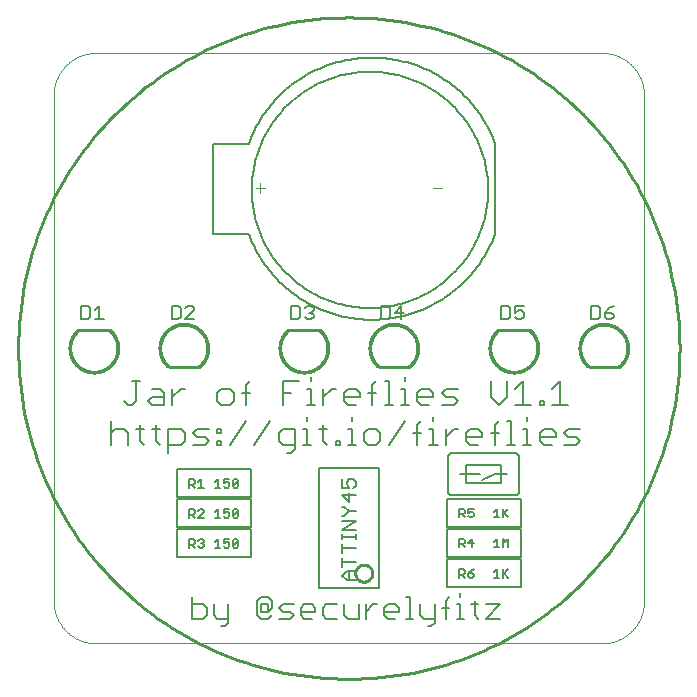
<source format=gto>
G75*
%MOIN*%
%OFA0B0*%
%FSLAX25Y25*%
%IPPOS*%
%LPD*%
%AMOC8*
5,1,8,0,0,1.08239X$1,22.5*
%
%ADD10C,0.00000*%
%ADD11C,0.01000*%
%ADD12C,0.00700*%
%ADD13C,0.00600*%
%ADD14C,0.00800*%
%ADD15C,0.00400*%
%ADD16C,0.00100*%
%ADD17C,0.00500*%
D10*
X0013311Y0027506D02*
X0013311Y0195966D01*
X0013315Y0196309D01*
X0013328Y0196652D01*
X0013348Y0196994D01*
X0013377Y0197336D01*
X0013414Y0197677D01*
X0013460Y0198017D01*
X0013514Y0198356D01*
X0013575Y0198693D01*
X0013645Y0199029D01*
X0013723Y0199363D01*
X0013810Y0199695D01*
X0013904Y0200025D01*
X0014006Y0200352D01*
X0014116Y0200677D01*
X0014233Y0201000D01*
X0014359Y0201319D01*
X0014492Y0201635D01*
X0014633Y0201948D01*
X0014781Y0202257D01*
X0014937Y0202563D01*
X0015100Y0202865D01*
X0015270Y0203162D01*
X0015448Y0203456D01*
X0015632Y0203745D01*
X0015824Y0204030D01*
X0016022Y0204310D01*
X0016227Y0204585D01*
X0016439Y0204855D01*
X0016657Y0205120D01*
X0016881Y0205379D01*
X0017111Y0205633D01*
X0017348Y0205881D01*
X0017591Y0206124D01*
X0017839Y0206361D01*
X0018093Y0206591D01*
X0018352Y0206815D01*
X0018617Y0207033D01*
X0018887Y0207245D01*
X0019162Y0207450D01*
X0019442Y0207648D01*
X0019727Y0207840D01*
X0020016Y0208024D01*
X0020310Y0208202D01*
X0020607Y0208372D01*
X0020909Y0208535D01*
X0021215Y0208691D01*
X0021524Y0208839D01*
X0021837Y0208980D01*
X0022153Y0209113D01*
X0022472Y0209239D01*
X0022795Y0209356D01*
X0023120Y0209466D01*
X0023447Y0209568D01*
X0023777Y0209662D01*
X0024109Y0209749D01*
X0024443Y0209827D01*
X0024779Y0209897D01*
X0025116Y0209958D01*
X0025455Y0210012D01*
X0025795Y0210058D01*
X0026136Y0210095D01*
X0026478Y0210124D01*
X0026820Y0210144D01*
X0027163Y0210157D01*
X0027506Y0210161D01*
X0195966Y0210161D01*
X0196309Y0210157D01*
X0196652Y0210144D01*
X0196994Y0210124D01*
X0197336Y0210095D01*
X0197677Y0210058D01*
X0198017Y0210012D01*
X0198356Y0209958D01*
X0198693Y0209897D01*
X0199029Y0209827D01*
X0199363Y0209749D01*
X0199695Y0209662D01*
X0200025Y0209568D01*
X0200352Y0209466D01*
X0200677Y0209356D01*
X0201000Y0209239D01*
X0201319Y0209113D01*
X0201635Y0208980D01*
X0201948Y0208839D01*
X0202257Y0208691D01*
X0202563Y0208535D01*
X0202865Y0208372D01*
X0203162Y0208202D01*
X0203456Y0208024D01*
X0203745Y0207840D01*
X0204030Y0207648D01*
X0204310Y0207450D01*
X0204585Y0207245D01*
X0204855Y0207033D01*
X0205120Y0206815D01*
X0205379Y0206591D01*
X0205633Y0206361D01*
X0205881Y0206124D01*
X0206124Y0205881D01*
X0206361Y0205633D01*
X0206591Y0205379D01*
X0206815Y0205120D01*
X0207033Y0204855D01*
X0207245Y0204585D01*
X0207450Y0204310D01*
X0207648Y0204030D01*
X0207840Y0203745D01*
X0208024Y0203456D01*
X0208202Y0203162D01*
X0208372Y0202865D01*
X0208535Y0202563D01*
X0208691Y0202257D01*
X0208839Y0201948D01*
X0208980Y0201635D01*
X0209113Y0201319D01*
X0209239Y0201000D01*
X0209356Y0200677D01*
X0209466Y0200352D01*
X0209568Y0200025D01*
X0209662Y0199695D01*
X0209749Y0199363D01*
X0209827Y0199029D01*
X0209897Y0198693D01*
X0209958Y0198356D01*
X0210012Y0198017D01*
X0210058Y0197677D01*
X0210095Y0197336D01*
X0210124Y0196994D01*
X0210144Y0196652D01*
X0210157Y0196309D01*
X0210161Y0195966D01*
X0210161Y0027506D01*
X0210157Y0027163D01*
X0210144Y0026820D01*
X0210124Y0026478D01*
X0210095Y0026136D01*
X0210058Y0025795D01*
X0210012Y0025455D01*
X0209958Y0025116D01*
X0209897Y0024779D01*
X0209827Y0024443D01*
X0209749Y0024109D01*
X0209662Y0023777D01*
X0209568Y0023447D01*
X0209466Y0023120D01*
X0209356Y0022795D01*
X0209239Y0022472D01*
X0209113Y0022153D01*
X0208980Y0021837D01*
X0208839Y0021524D01*
X0208691Y0021215D01*
X0208535Y0020909D01*
X0208372Y0020607D01*
X0208202Y0020310D01*
X0208024Y0020016D01*
X0207840Y0019727D01*
X0207648Y0019442D01*
X0207450Y0019162D01*
X0207245Y0018887D01*
X0207033Y0018617D01*
X0206815Y0018352D01*
X0206591Y0018093D01*
X0206361Y0017839D01*
X0206124Y0017591D01*
X0205881Y0017348D01*
X0205633Y0017111D01*
X0205379Y0016881D01*
X0205120Y0016657D01*
X0204855Y0016439D01*
X0204585Y0016227D01*
X0204310Y0016022D01*
X0204030Y0015824D01*
X0203745Y0015632D01*
X0203456Y0015448D01*
X0203162Y0015270D01*
X0202865Y0015100D01*
X0202563Y0014937D01*
X0202257Y0014781D01*
X0201948Y0014633D01*
X0201635Y0014492D01*
X0201319Y0014359D01*
X0201000Y0014233D01*
X0200677Y0014116D01*
X0200352Y0014006D01*
X0200025Y0013904D01*
X0199695Y0013810D01*
X0199363Y0013723D01*
X0199029Y0013645D01*
X0198693Y0013575D01*
X0198356Y0013514D01*
X0198017Y0013460D01*
X0197677Y0013414D01*
X0197336Y0013377D01*
X0196994Y0013348D01*
X0196652Y0013328D01*
X0196309Y0013315D01*
X0195966Y0013311D01*
X0027506Y0013311D01*
X0027163Y0013315D01*
X0026820Y0013328D01*
X0026478Y0013348D01*
X0026136Y0013377D01*
X0025795Y0013414D01*
X0025455Y0013460D01*
X0025116Y0013514D01*
X0024779Y0013575D01*
X0024443Y0013645D01*
X0024109Y0013723D01*
X0023777Y0013810D01*
X0023447Y0013904D01*
X0023120Y0014006D01*
X0022795Y0014116D01*
X0022472Y0014233D01*
X0022153Y0014359D01*
X0021837Y0014492D01*
X0021524Y0014633D01*
X0021215Y0014781D01*
X0020909Y0014937D01*
X0020607Y0015100D01*
X0020310Y0015270D01*
X0020016Y0015448D01*
X0019727Y0015632D01*
X0019442Y0015824D01*
X0019162Y0016022D01*
X0018887Y0016227D01*
X0018617Y0016439D01*
X0018352Y0016657D01*
X0018093Y0016881D01*
X0017839Y0017111D01*
X0017591Y0017348D01*
X0017348Y0017591D01*
X0017111Y0017839D01*
X0016881Y0018093D01*
X0016657Y0018352D01*
X0016439Y0018617D01*
X0016227Y0018887D01*
X0016022Y0019162D01*
X0015824Y0019442D01*
X0015632Y0019727D01*
X0015448Y0020016D01*
X0015270Y0020310D01*
X0015100Y0020607D01*
X0014937Y0020909D01*
X0014781Y0021215D01*
X0014633Y0021524D01*
X0014492Y0021837D01*
X0014359Y0022153D01*
X0014233Y0022472D01*
X0014116Y0022795D01*
X0014006Y0023120D01*
X0013904Y0023447D01*
X0013810Y0023777D01*
X0013723Y0024109D01*
X0013645Y0024443D01*
X0013575Y0024779D01*
X0013514Y0025116D01*
X0013460Y0025455D01*
X0013414Y0025795D01*
X0013377Y0026136D01*
X0013348Y0026478D01*
X0013328Y0026820D01*
X0013315Y0027163D01*
X0013311Y0027506D01*
D11*
X0051636Y0105536D02*
X0053436Y0105536D01*
X0051736Y0105536D02*
X0061736Y0105536D01*
X0061836Y0105536D02*
X0059836Y0105536D01*
X0031836Y0117936D02*
X0030036Y0117936D01*
X0031736Y0117936D02*
X0021736Y0117936D01*
X0021636Y0117936D02*
X0023636Y0117936D01*
X0091636Y0117936D02*
X0093636Y0117936D01*
X0091736Y0117936D02*
X0101736Y0117936D01*
X0101836Y0117936D02*
X0100036Y0117936D01*
X0001500Y0111736D02*
X0001533Y0114441D01*
X0001633Y0117145D01*
X0001799Y0119845D01*
X0002031Y0122541D01*
X0002329Y0125230D01*
X0002693Y0127911D01*
X0003123Y0130582D01*
X0003618Y0133242D01*
X0004178Y0135889D01*
X0004804Y0138521D01*
X0005493Y0141137D01*
X0006247Y0143736D01*
X0007064Y0146315D01*
X0007944Y0148873D01*
X0008887Y0151409D01*
X0009891Y0153921D01*
X0010957Y0156408D01*
X0012084Y0158868D01*
X0013271Y0161299D01*
X0014517Y0163701D01*
X0015821Y0166071D01*
X0017183Y0168409D01*
X0018603Y0170712D01*
X0020078Y0172980D01*
X0021609Y0175211D01*
X0023194Y0177404D01*
X0024832Y0179557D01*
X0026522Y0181669D01*
X0028264Y0183739D01*
X0030057Y0185766D01*
X0031898Y0187748D01*
X0033787Y0189685D01*
X0035724Y0191574D01*
X0037706Y0193415D01*
X0039733Y0195208D01*
X0041803Y0196950D01*
X0043915Y0198640D01*
X0046068Y0200278D01*
X0048261Y0201863D01*
X0050492Y0203394D01*
X0052760Y0204869D01*
X0055063Y0206289D01*
X0057401Y0207651D01*
X0059771Y0208955D01*
X0062173Y0210201D01*
X0064604Y0211388D01*
X0067064Y0212515D01*
X0069551Y0213581D01*
X0072063Y0214585D01*
X0074599Y0215528D01*
X0077157Y0216408D01*
X0079736Y0217225D01*
X0082335Y0217979D01*
X0084951Y0218668D01*
X0087583Y0219294D01*
X0090230Y0219854D01*
X0092890Y0220349D01*
X0095561Y0220779D01*
X0098242Y0221143D01*
X0100931Y0221441D01*
X0103627Y0221673D01*
X0106327Y0221839D01*
X0109031Y0221939D01*
X0111736Y0221972D01*
X0114441Y0221939D01*
X0117145Y0221839D01*
X0119845Y0221673D01*
X0122541Y0221441D01*
X0125230Y0221143D01*
X0127911Y0220779D01*
X0130582Y0220349D01*
X0133242Y0219854D01*
X0135889Y0219294D01*
X0138521Y0218668D01*
X0141137Y0217979D01*
X0143736Y0217225D01*
X0146315Y0216408D01*
X0148873Y0215528D01*
X0151409Y0214585D01*
X0153921Y0213581D01*
X0156408Y0212515D01*
X0158868Y0211388D01*
X0161299Y0210201D01*
X0163701Y0208955D01*
X0166071Y0207651D01*
X0168409Y0206289D01*
X0170712Y0204869D01*
X0172980Y0203394D01*
X0175211Y0201863D01*
X0177404Y0200278D01*
X0179557Y0198640D01*
X0181669Y0196950D01*
X0183739Y0195208D01*
X0185766Y0193415D01*
X0187748Y0191574D01*
X0189685Y0189685D01*
X0191574Y0187748D01*
X0193415Y0185766D01*
X0195208Y0183739D01*
X0196950Y0181669D01*
X0198640Y0179557D01*
X0200278Y0177404D01*
X0201863Y0175211D01*
X0203394Y0172980D01*
X0204869Y0170712D01*
X0206289Y0168409D01*
X0207651Y0166071D01*
X0208955Y0163701D01*
X0210201Y0161299D01*
X0211388Y0158868D01*
X0212515Y0156408D01*
X0213581Y0153921D01*
X0214585Y0151409D01*
X0215528Y0148873D01*
X0216408Y0146315D01*
X0217225Y0143736D01*
X0217979Y0141137D01*
X0218668Y0138521D01*
X0219294Y0135889D01*
X0219854Y0133242D01*
X0220349Y0130582D01*
X0220779Y0127911D01*
X0221143Y0125230D01*
X0221441Y0122541D01*
X0221673Y0119845D01*
X0221839Y0117145D01*
X0221939Y0114441D01*
X0221972Y0111736D01*
X0221939Y0109031D01*
X0221839Y0106327D01*
X0221673Y0103627D01*
X0221441Y0100931D01*
X0221143Y0098242D01*
X0220779Y0095561D01*
X0220349Y0092890D01*
X0219854Y0090230D01*
X0219294Y0087583D01*
X0218668Y0084951D01*
X0217979Y0082335D01*
X0217225Y0079736D01*
X0216408Y0077157D01*
X0215528Y0074599D01*
X0214585Y0072063D01*
X0213581Y0069551D01*
X0212515Y0067064D01*
X0211388Y0064604D01*
X0210201Y0062173D01*
X0208955Y0059771D01*
X0207651Y0057401D01*
X0206289Y0055063D01*
X0204869Y0052760D01*
X0203394Y0050492D01*
X0201863Y0048261D01*
X0200278Y0046068D01*
X0198640Y0043915D01*
X0196950Y0041803D01*
X0195208Y0039733D01*
X0193415Y0037706D01*
X0191574Y0035724D01*
X0189685Y0033787D01*
X0187748Y0031898D01*
X0185766Y0030057D01*
X0183739Y0028264D01*
X0181669Y0026522D01*
X0179557Y0024832D01*
X0177404Y0023194D01*
X0175211Y0021609D01*
X0172980Y0020078D01*
X0170712Y0018603D01*
X0168409Y0017183D01*
X0166071Y0015821D01*
X0163701Y0014517D01*
X0161299Y0013271D01*
X0158868Y0012084D01*
X0156408Y0010957D01*
X0153921Y0009891D01*
X0151409Y0008887D01*
X0148873Y0007944D01*
X0146315Y0007064D01*
X0143736Y0006247D01*
X0141137Y0005493D01*
X0138521Y0004804D01*
X0135889Y0004178D01*
X0133242Y0003618D01*
X0130582Y0003123D01*
X0127911Y0002693D01*
X0125230Y0002329D01*
X0122541Y0002031D01*
X0119845Y0001799D01*
X0117145Y0001633D01*
X0114441Y0001533D01*
X0111736Y0001500D01*
X0109031Y0001533D01*
X0106327Y0001633D01*
X0103627Y0001799D01*
X0100931Y0002031D01*
X0098242Y0002329D01*
X0095561Y0002693D01*
X0092890Y0003123D01*
X0090230Y0003618D01*
X0087583Y0004178D01*
X0084951Y0004804D01*
X0082335Y0005493D01*
X0079736Y0006247D01*
X0077157Y0007064D01*
X0074599Y0007944D01*
X0072063Y0008887D01*
X0069551Y0009891D01*
X0067064Y0010957D01*
X0064604Y0012084D01*
X0062173Y0013271D01*
X0059771Y0014517D01*
X0057401Y0015821D01*
X0055063Y0017183D01*
X0052760Y0018603D01*
X0050492Y0020078D01*
X0048261Y0021609D01*
X0046068Y0023194D01*
X0043915Y0024832D01*
X0041803Y0026522D01*
X0039733Y0028264D01*
X0037706Y0030057D01*
X0035724Y0031898D01*
X0033787Y0033787D01*
X0031898Y0035724D01*
X0030057Y0037706D01*
X0028264Y0039733D01*
X0026522Y0041803D01*
X0024832Y0043915D01*
X0023194Y0046068D01*
X0021609Y0048261D01*
X0020078Y0050492D01*
X0018603Y0052760D01*
X0017183Y0055063D01*
X0015821Y0057401D01*
X0014517Y0059771D01*
X0013271Y0062173D01*
X0012084Y0064604D01*
X0010957Y0067064D01*
X0009891Y0069551D01*
X0008887Y0072063D01*
X0007944Y0074599D01*
X0007064Y0077157D01*
X0006247Y0079736D01*
X0005493Y0082335D01*
X0004804Y0084951D01*
X0004178Y0087583D01*
X0003618Y0090230D01*
X0003123Y0092890D01*
X0002693Y0095561D01*
X0002329Y0098242D01*
X0002031Y0100931D01*
X0001799Y0103627D01*
X0001633Y0106327D01*
X0001533Y0109031D01*
X0001500Y0111736D01*
X0113908Y0036736D02*
X0113910Y0036842D01*
X0113916Y0036947D01*
X0113926Y0037053D01*
X0113940Y0037157D01*
X0113957Y0037262D01*
X0113979Y0037365D01*
X0114004Y0037468D01*
X0114034Y0037570D01*
X0114067Y0037670D01*
X0114103Y0037769D01*
X0114144Y0037867D01*
X0114188Y0037963D01*
X0114236Y0038057D01*
X0114287Y0038150D01*
X0114341Y0038241D01*
X0114399Y0038329D01*
X0114461Y0038415D01*
X0114525Y0038499D01*
X0114592Y0038581D01*
X0114663Y0038660D01*
X0114736Y0038736D01*
X0114812Y0038809D01*
X0114891Y0038880D01*
X0114973Y0038947D01*
X0115057Y0039011D01*
X0115143Y0039073D01*
X0115231Y0039131D01*
X0115322Y0039185D01*
X0115415Y0039236D01*
X0115509Y0039284D01*
X0115605Y0039328D01*
X0115703Y0039369D01*
X0115802Y0039405D01*
X0115902Y0039438D01*
X0116004Y0039468D01*
X0116107Y0039493D01*
X0116210Y0039515D01*
X0116315Y0039532D01*
X0116419Y0039546D01*
X0116525Y0039556D01*
X0116630Y0039562D01*
X0116736Y0039564D01*
X0116842Y0039562D01*
X0116947Y0039556D01*
X0117053Y0039546D01*
X0117157Y0039532D01*
X0117262Y0039515D01*
X0117365Y0039493D01*
X0117468Y0039468D01*
X0117570Y0039438D01*
X0117670Y0039405D01*
X0117769Y0039369D01*
X0117867Y0039328D01*
X0117963Y0039284D01*
X0118057Y0039236D01*
X0118150Y0039185D01*
X0118241Y0039131D01*
X0118329Y0039073D01*
X0118415Y0039011D01*
X0118499Y0038947D01*
X0118581Y0038880D01*
X0118660Y0038809D01*
X0118736Y0038736D01*
X0118809Y0038660D01*
X0118880Y0038581D01*
X0118947Y0038499D01*
X0119011Y0038415D01*
X0119073Y0038329D01*
X0119131Y0038241D01*
X0119185Y0038150D01*
X0119236Y0038057D01*
X0119284Y0037963D01*
X0119328Y0037867D01*
X0119369Y0037769D01*
X0119405Y0037670D01*
X0119438Y0037570D01*
X0119468Y0037468D01*
X0119493Y0037365D01*
X0119515Y0037262D01*
X0119532Y0037157D01*
X0119546Y0037053D01*
X0119556Y0036947D01*
X0119562Y0036842D01*
X0119564Y0036736D01*
X0119562Y0036630D01*
X0119556Y0036525D01*
X0119546Y0036419D01*
X0119532Y0036315D01*
X0119515Y0036210D01*
X0119493Y0036107D01*
X0119468Y0036004D01*
X0119438Y0035902D01*
X0119405Y0035802D01*
X0119369Y0035703D01*
X0119328Y0035605D01*
X0119284Y0035509D01*
X0119236Y0035415D01*
X0119185Y0035322D01*
X0119131Y0035231D01*
X0119073Y0035143D01*
X0119011Y0035057D01*
X0118947Y0034973D01*
X0118880Y0034891D01*
X0118809Y0034812D01*
X0118736Y0034736D01*
X0118660Y0034663D01*
X0118581Y0034592D01*
X0118499Y0034525D01*
X0118415Y0034461D01*
X0118329Y0034399D01*
X0118241Y0034341D01*
X0118150Y0034287D01*
X0118057Y0034236D01*
X0117963Y0034188D01*
X0117867Y0034144D01*
X0117769Y0034103D01*
X0117670Y0034067D01*
X0117570Y0034034D01*
X0117468Y0034004D01*
X0117365Y0033979D01*
X0117262Y0033957D01*
X0117157Y0033940D01*
X0117053Y0033926D01*
X0116947Y0033916D01*
X0116842Y0033910D01*
X0116736Y0033908D01*
X0116630Y0033910D01*
X0116525Y0033916D01*
X0116419Y0033926D01*
X0116315Y0033940D01*
X0116210Y0033957D01*
X0116107Y0033979D01*
X0116004Y0034004D01*
X0115902Y0034034D01*
X0115802Y0034067D01*
X0115703Y0034103D01*
X0115605Y0034144D01*
X0115509Y0034188D01*
X0115415Y0034236D01*
X0115322Y0034287D01*
X0115231Y0034341D01*
X0115143Y0034399D01*
X0115057Y0034461D01*
X0114973Y0034525D01*
X0114891Y0034592D01*
X0114812Y0034663D01*
X0114736Y0034736D01*
X0114663Y0034812D01*
X0114592Y0034891D01*
X0114525Y0034973D01*
X0114461Y0035057D01*
X0114399Y0035143D01*
X0114341Y0035231D01*
X0114287Y0035322D01*
X0114236Y0035415D01*
X0114188Y0035509D01*
X0114144Y0035605D01*
X0114103Y0035703D01*
X0114067Y0035802D01*
X0114034Y0035902D01*
X0114004Y0036004D01*
X0113979Y0036107D01*
X0113957Y0036210D01*
X0113940Y0036315D01*
X0113926Y0036419D01*
X0113916Y0036525D01*
X0113910Y0036630D01*
X0113908Y0036736D01*
X0121636Y0105536D02*
X0123436Y0105536D01*
X0121736Y0105536D02*
X0131736Y0105536D01*
X0131836Y0105536D02*
X0129836Y0105536D01*
X0161636Y0117936D02*
X0163636Y0117936D01*
X0161736Y0117936D02*
X0171736Y0117936D01*
X0171836Y0117936D02*
X0170036Y0117936D01*
X0191636Y0105536D02*
X0193436Y0105536D01*
X0191736Y0105536D02*
X0201736Y0105536D01*
X0201836Y0105536D02*
X0199836Y0105536D01*
D12*
X0184821Y0092647D02*
X0179378Y0092647D01*
X0176660Y0092647D02*
X0176660Y0094008D01*
X0175300Y0094008D01*
X0175300Y0092647D01*
X0176660Y0092647D01*
X0172586Y0092647D02*
X0167143Y0092647D01*
X0164430Y0095369D02*
X0164430Y0100812D01*
X0167143Y0098091D02*
X0169865Y0100812D01*
X0169865Y0092647D01*
X0171223Y0088886D02*
X0171223Y0087525D01*
X0171223Y0084803D02*
X0171223Y0079360D01*
X0169862Y0079360D02*
X0172584Y0079360D01*
X0175300Y0080721D02*
X0175300Y0083442D01*
X0176660Y0084803D01*
X0179382Y0084803D01*
X0180743Y0083442D01*
X0180743Y0082082D01*
X0175300Y0082082D01*
X0175300Y0080721D02*
X0176660Y0079360D01*
X0179382Y0079360D01*
X0183456Y0079360D02*
X0187539Y0079360D01*
X0188900Y0080721D01*
X0187539Y0082082D01*
X0184817Y0082082D01*
X0183456Y0083442D01*
X0184817Y0084803D01*
X0188900Y0084803D01*
X0182100Y0092647D02*
X0182100Y0100812D01*
X0179378Y0098091D01*
X0171223Y0084803D02*
X0169862Y0084803D01*
X0165785Y0087525D02*
X0165785Y0079360D01*
X0164424Y0079360D02*
X0167146Y0079360D01*
X0161708Y0083442D02*
X0158986Y0083442D01*
X0160347Y0086164D02*
X0161708Y0087525D01*
X0160347Y0086164D02*
X0160347Y0079360D01*
X0156273Y0082082D02*
X0156273Y0083442D01*
X0154912Y0084803D01*
X0152191Y0084803D01*
X0150830Y0083442D01*
X0150830Y0080721D01*
X0152191Y0079360D01*
X0154912Y0079360D01*
X0156273Y0082082D02*
X0150830Y0082082D01*
X0148115Y0084803D02*
X0146754Y0084803D01*
X0144033Y0082082D01*
X0144033Y0084803D02*
X0144033Y0079360D01*
X0141317Y0079360D02*
X0138595Y0079360D01*
X0139956Y0079360D02*
X0139956Y0084803D01*
X0138595Y0084803D01*
X0135879Y0083442D02*
X0133157Y0083442D01*
X0134518Y0086164D02*
X0135879Y0087525D01*
X0134518Y0086164D02*
X0134518Y0079360D01*
X0130444Y0087525D02*
X0125001Y0079360D01*
X0122288Y0080721D02*
X0122288Y0083442D01*
X0120927Y0084803D01*
X0118205Y0084803D01*
X0116844Y0083442D01*
X0116844Y0080721D01*
X0118205Y0079360D01*
X0120927Y0079360D01*
X0122288Y0080721D01*
X0114128Y0079360D02*
X0111406Y0079360D01*
X0112767Y0079360D02*
X0112767Y0084803D01*
X0111406Y0084803D01*
X0108689Y0080721D02*
X0108689Y0079360D01*
X0107328Y0079360D01*
X0107328Y0080721D01*
X0108689Y0080721D01*
X0104612Y0079360D02*
X0103251Y0080721D01*
X0103251Y0086164D01*
X0101890Y0084803D02*
X0104612Y0084803D01*
X0099174Y0079360D02*
X0096453Y0079360D01*
X0097814Y0079360D02*
X0097814Y0084803D01*
X0096453Y0084803D01*
X0093740Y0084803D02*
X0089657Y0084803D01*
X0088296Y0083442D01*
X0088296Y0080721D01*
X0089657Y0079360D01*
X0093740Y0079360D01*
X0093740Y0077999D02*
X0093740Y0084803D01*
X0097814Y0087525D02*
X0097814Y0088886D01*
X0097812Y0092647D02*
X0100534Y0092647D01*
X0099173Y0092647D02*
X0099173Y0098091D01*
X0097812Y0098091D01*
X0099173Y0100812D02*
X0099173Y0102173D01*
X0095099Y0100812D02*
X0089656Y0100812D01*
X0089656Y0092647D01*
X0089656Y0096730D02*
X0092377Y0096730D01*
X0085583Y0087525D02*
X0080140Y0079360D01*
X0071983Y0079360D02*
X0077427Y0087525D01*
X0077422Y0092647D02*
X0077422Y0099452D01*
X0078783Y0100812D01*
X0078783Y0096730D02*
X0076061Y0096730D01*
X0073348Y0096730D02*
X0073348Y0094008D01*
X0071987Y0092647D01*
X0069266Y0092647D01*
X0067905Y0094008D01*
X0067905Y0096730D01*
X0069266Y0098091D01*
X0071987Y0098091D01*
X0073348Y0096730D01*
X0069266Y0084803D02*
X0069266Y0083442D01*
X0067905Y0083442D01*
X0067905Y0084803D01*
X0069266Y0084803D01*
X0065192Y0084803D02*
X0061109Y0084803D01*
X0059748Y0083442D01*
X0061109Y0082082D01*
X0063831Y0082082D01*
X0065192Y0080721D01*
X0063831Y0079360D01*
X0059748Y0079360D01*
X0057035Y0080721D02*
X0055674Y0079360D01*
X0051592Y0079360D01*
X0051592Y0076638D02*
X0051592Y0084803D01*
X0055674Y0084803D01*
X0057035Y0083442D01*
X0057035Y0080721D01*
X0048876Y0079360D02*
X0047515Y0080721D01*
X0047515Y0086164D01*
X0046154Y0084803D02*
X0048876Y0084803D01*
X0043438Y0084803D02*
X0040716Y0084803D01*
X0042077Y0086164D02*
X0042077Y0080721D01*
X0043438Y0079360D01*
X0038003Y0079360D02*
X0038003Y0083442D01*
X0036642Y0084803D01*
X0033920Y0084803D01*
X0032560Y0083442D01*
X0032560Y0079360D02*
X0032560Y0087525D01*
X0037999Y0092647D02*
X0036638Y0094008D01*
X0037999Y0092647D02*
X0039360Y0092647D01*
X0040720Y0094008D01*
X0040720Y0100812D01*
X0039360Y0100812D02*
X0042081Y0100812D01*
X0046155Y0098091D02*
X0048877Y0098091D01*
X0050238Y0096730D01*
X0050238Y0092647D01*
X0046155Y0092647D01*
X0044794Y0094008D01*
X0046155Y0095369D01*
X0050238Y0095369D01*
X0052951Y0095369D02*
X0055673Y0098091D01*
X0057034Y0098091D01*
X0052951Y0098091D02*
X0052951Y0092647D01*
X0067905Y0080721D02*
X0067905Y0079360D01*
X0069266Y0079360D01*
X0069266Y0080721D01*
X0067905Y0080721D01*
X0091018Y0076638D02*
X0092379Y0076638D01*
X0093740Y0077999D01*
X0103250Y0092647D02*
X0103250Y0098091D01*
X0103250Y0095369D02*
X0105972Y0098091D01*
X0107332Y0098091D01*
X0110047Y0096730D02*
X0110047Y0094008D01*
X0111408Y0092647D01*
X0114130Y0092647D01*
X0115491Y0095369D02*
X0110047Y0095369D01*
X0110047Y0096730D02*
X0111408Y0098091D01*
X0114130Y0098091D01*
X0115491Y0096730D01*
X0115491Y0095369D01*
X0118204Y0096730D02*
X0120925Y0096730D01*
X0119564Y0099452D02*
X0120925Y0100812D01*
X0119564Y0099452D02*
X0119564Y0092647D01*
X0123641Y0092647D02*
X0126363Y0092647D01*
X0125002Y0092647D02*
X0125002Y0100812D01*
X0123641Y0100812D01*
X0129079Y0098091D02*
X0130440Y0098091D01*
X0130440Y0092647D01*
X0129079Y0092647D02*
X0131801Y0092647D01*
X0134517Y0094008D02*
X0134517Y0096730D01*
X0135878Y0098091D01*
X0138599Y0098091D01*
X0139960Y0096730D01*
X0139960Y0095369D01*
X0134517Y0095369D01*
X0134517Y0094008D02*
X0135878Y0092647D01*
X0138599Y0092647D01*
X0142673Y0092647D02*
X0146756Y0092647D01*
X0148117Y0094008D01*
X0146756Y0095369D01*
X0144034Y0095369D01*
X0142673Y0096730D01*
X0144034Y0098091D01*
X0148117Y0098091D01*
X0139956Y0088886D02*
X0139956Y0087525D01*
X0130440Y0100812D02*
X0130440Y0102173D01*
X0112767Y0088886D02*
X0112767Y0087525D01*
X0158986Y0095369D02*
X0161708Y0092647D01*
X0164430Y0095369D01*
X0158986Y0095369D02*
X0158986Y0100812D01*
X0164424Y0087525D02*
X0165785Y0087525D01*
D13*
X0148897Y0029979D02*
X0148897Y0028765D01*
X0148897Y0026339D02*
X0148897Y0021485D01*
X0150110Y0021485D02*
X0147683Y0021485D01*
X0144063Y0021485D02*
X0144063Y0027552D01*
X0145277Y0028765D01*
X0147683Y0026339D02*
X0148897Y0026339D01*
X0145277Y0025125D02*
X0142850Y0025125D01*
X0140453Y0026339D02*
X0140453Y0020272D01*
X0139240Y0019058D01*
X0138026Y0019058D01*
X0136813Y0021485D02*
X0140453Y0021485D01*
X0136813Y0021485D02*
X0135600Y0022698D01*
X0135600Y0026339D01*
X0131979Y0028765D02*
X0131979Y0021485D01*
X0130766Y0021485D02*
X0133193Y0021485D01*
X0128369Y0023912D02*
X0128369Y0025125D01*
X0127156Y0026339D01*
X0124729Y0026339D01*
X0123516Y0025125D01*
X0123516Y0022698D01*
X0124729Y0021485D01*
X0127156Y0021485D01*
X0128369Y0023912D02*
X0123516Y0023912D01*
X0121114Y0026339D02*
X0119901Y0026339D01*
X0117474Y0023912D01*
X0117474Y0021485D02*
X0117474Y0026339D01*
X0115077Y0026339D02*
X0115077Y0021485D01*
X0111437Y0021485D01*
X0110224Y0022698D01*
X0110224Y0026339D01*
X0107827Y0026339D02*
X0104187Y0026339D01*
X0102973Y0025125D01*
X0102973Y0022698D01*
X0104187Y0021485D01*
X0107827Y0021485D01*
X0100577Y0023912D02*
X0095723Y0023912D01*
X0095723Y0025125D02*
X0095723Y0022698D01*
X0096936Y0021485D01*
X0099363Y0021485D01*
X0100577Y0023912D02*
X0100577Y0025125D01*
X0099363Y0026339D01*
X0096936Y0026339D01*
X0095723Y0025125D01*
X0093326Y0026339D02*
X0089686Y0026339D01*
X0088473Y0025125D01*
X0089686Y0023912D01*
X0092113Y0023912D01*
X0093326Y0022698D01*
X0092113Y0021485D01*
X0088473Y0021485D01*
X0086076Y0022698D02*
X0084863Y0021485D01*
X0082436Y0021485D01*
X0081222Y0022698D01*
X0081222Y0027552D01*
X0082436Y0028765D01*
X0084863Y0028765D01*
X0086076Y0027552D01*
X0086076Y0025125D01*
X0084863Y0023912D01*
X0084863Y0026339D01*
X0082436Y0026339D01*
X0082436Y0023912D01*
X0084863Y0023912D01*
X0071575Y0026339D02*
X0071575Y0020272D01*
X0070362Y0019058D01*
X0069149Y0019058D01*
X0067935Y0021485D02*
X0071575Y0021485D01*
X0067935Y0021485D02*
X0066722Y0022698D01*
X0066722Y0026339D01*
X0064325Y0025125D02*
X0064325Y0022698D01*
X0063112Y0021485D01*
X0059472Y0021485D01*
X0059472Y0028765D01*
X0059472Y0026339D02*
X0063112Y0026339D01*
X0064325Y0025125D01*
X0130766Y0028765D02*
X0131979Y0028765D01*
X0152517Y0026339D02*
X0154944Y0026339D01*
X0153730Y0027552D02*
X0153730Y0022698D01*
X0154944Y0021485D01*
X0157350Y0021485D02*
X0162204Y0021485D01*
X0162204Y0026339D02*
X0157350Y0026339D01*
X0162204Y0026339D02*
X0157350Y0021485D01*
D14*
X0169138Y0032012D02*
X0144335Y0032012D01*
X0144335Y0041461D01*
X0169138Y0041461D01*
X0169138Y0032012D01*
X0169138Y0042012D02*
X0144335Y0042012D01*
X0144335Y0051461D01*
X0169138Y0051461D01*
X0169138Y0042012D01*
X0169138Y0052012D02*
X0144335Y0052012D01*
X0144335Y0061461D01*
X0169138Y0061461D01*
X0169138Y0052012D01*
X0167445Y0062917D02*
X0145791Y0062917D01*
X0145791Y0062918D02*
X0145729Y0062920D01*
X0145668Y0062926D01*
X0145607Y0062935D01*
X0145546Y0062949D01*
X0145487Y0062966D01*
X0145429Y0062987D01*
X0145372Y0063012D01*
X0145317Y0063040D01*
X0145264Y0063071D01*
X0145213Y0063106D01*
X0145164Y0063144D01*
X0145117Y0063185D01*
X0145074Y0063228D01*
X0145033Y0063275D01*
X0144995Y0063324D01*
X0144960Y0063375D01*
X0144929Y0063428D01*
X0144901Y0063483D01*
X0144876Y0063540D01*
X0144855Y0063598D01*
X0144838Y0063657D01*
X0144824Y0063718D01*
X0144815Y0063779D01*
X0144809Y0063840D01*
X0144807Y0063902D01*
X0144807Y0065476D01*
X0150713Y0066854D02*
X0150713Y0072760D01*
X0162524Y0072760D01*
X0162524Y0066854D01*
X0150713Y0066854D01*
X0144807Y0074138D02*
X0144807Y0075713D01*
X0144809Y0075775D01*
X0144815Y0075836D01*
X0144824Y0075897D01*
X0144838Y0075958D01*
X0144855Y0076017D01*
X0144876Y0076075D01*
X0144901Y0076132D01*
X0144929Y0076187D01*
X0144960Y0076240D01*
X0144995Y0076291D01*
X0145033Y0076340D01*
X0145074Y0076387D01*
X0145117Y0076430D01*
X0145164Y0076471D01*
X0145213Y0076509D01*
X0145264Y0076544D01*
X0145317Y0076575D01*
X0145372Y0076603D01*
X0145429Y0076628D01*
X0145487Y0076649D01*
X0145546Y0076666D01*
X0145607Y0076680D01*
X0145668Y0076689D01*
X0145729Y0076695D01*
X0145791Y0076697D01*
X0167445Y0076697D01*
X0167507Y0076695D01*
X0167568Y0076689D01*
X0167629Y0076680D01*
X0167690Y0076666D01*
X0167749Y0076649D01*
X0167807Y0076628D01*
X0167864Y0076603D01*
X0167919Y0076575D01*
X0167972Y0076544D01*
X0168023Y0076509D01*
X0168072Y0076471D01*
X0168119Y0076430D01*
X0168162Y0076387D01*
X0168203Y0076340D01*
X0168241Y0076291D01*
X0168276Y0076240D01*
X0168307Y0076187D01*
X0168335Y0076132D01*
X0168360Y0076075D01*
X0168381Y0076017D01*
X0168398Y0075958D01*
X0168412Y0075897D01*
X0168421Y0075836D01*
X0168427Y0075775D01*
X0168429Y0075713D01*
X0168429Y0074138D01*
X0168429Y0065476D02*
X0168429Y0063902D01*
X0168427Y0063840D01*
X0168421Y0063779D01*
X0168412Y0063718D01*
X0168398Y0063657D01*
X0168381Y0063598D01*
X0168360Y0063540D01*
X0168335Y0063483D01*
X0168307Y0063428D01*
X0168276Y0063375D01*
X0168241Y0063324D01*
X0168203Y0063275D01*
X0168162Y0063228D01*
X0168119Y0063185D01*
X0168072Y0063144D01*
X0168023Y0063106D01*
X0167972Y0063071D01*
X0167919Y0063040D01*
X0167864Y0063012D01*
X0167807Y0062987D01*
X0167749Y0062966D01*
X0167690Y0062949D01*
X0167629Y0062935D01*
X0167568Y0062926D01*
X0167507Y0062920D01*
X0167445Y0062918D01*
X0121736Y0071736D02*
X0121736Y0031736D01*
X0117736Y0031736D01*
X0115736Y0031736D01*
X0117736Y0031736D02*
X0101736Y0031736D01*
X0101736Y0071736D01*
X0121736Y0071736D01*
X0079138Y0071461D02*
X0079138Y0062012D01*
X0054335Y0062012D01*
X0054335Y0071461D01*
X0079138Y0071461D01*
X0079138Y0061461D02*
X0054335Y0061461D01*
X0054335Y0052012D01*
X0079138Y0052012D01*
X0079138Y0061461D01*
X0079138Y0051461D02*
X0054335Y0051461D01*
X0054335Y0042012D01*
X0079138Y0042012D01*
X0079138Y0051461D01*
X0078311Y0149925D02*
X0066579Y0149925D01*
X0066579Y0179846D01*
X0078311Y0179846D01*
X0079413Y0164492D02*
X0079425Y0165458D01*
X0079460Y0166424D01*
X0079520Y0167388D01*
X0079603Y0168351D01*
X0079709Y0169311D01*
X0079839Y0170269D01*
X0079993Y0171223D01*
X0080169Y0172173D01*
X0080370Y0173118D01*
X0080593Y0174058D01*
X0080839Y0174992D01*
X0081108Y0175921D01*
X0081400Y0176842D01*
X0081714Y0177755D01*
X0082051Y0178661D01*
X0082410Y0179558D01*
X0082791Y0180446D01*
X0083193Y0181325D01*
X0083617Y0182193D01*
X0084062Y0183051D01*
X0084528Y0183897D01*
X0085014Y0184732D01*
X0085521Y0185555D01*
X0086048Y0186365D01*
X0086595Y0187162D01*
X0087161Y0187945D01*
X0087746Y0188714D01*
X0088350Y0189468D01*
X0088972Y0190207D01*
X0089612Y0190931D01*
X0090269Y0191639D01*
X0090944Y0192331D01*
X0091636Y0193006D01*
X0092344Y0193663D01*
X0093068Y0194303D01*
X0093807Y0194925D01*
X0094561Y0195529D01*
X0095330Y0196114D01*
X0096113Y0196680D01*
X0096910Y0197227D01*
X0097720Y0197754D01*
X0098543Y0198261D01*
X0099378Y0198747D01*
X0100224Y0199213D01*
X0101082Y0199658D01*
X0101950Y0200082D01*
X0102829Y0200484D01*
X0103717Y0200865D01*
X0104614Y0201224D01*
X0105520Y0201561D01*
X0106433Y0201875D01*
X0107354Y0202167D01*
X0108283Y0202436D01*
X0109217Y0202682D01*
X0110157Y0202905D01*
X0111102Y0203106D01*
X0112052Y0203282D01*
X0113006Y0203436D01*
X0113964Y0203566D01*
X0114924Y0203672D01*
X0115887Y0203755D01*
X0116851Y0203815D01*
X0117817Y0203850D01*
X0118783Y0203862D01*
X0119749Y0203850D01*
X0120715Y0203815D01*
X0121679Y0203755D01*
X0122642Y0203672D01*
X0123602Y0203566D01*
X0124560Y0203436D01*
X0125514Y0203282D01*
X0126464Y0203106D01*
X0127409Y0202905D01*
X0128349Y0202682D01*
X0129283Y0202436D01*
X0130212Y0202167D01*
X0131133Y0201875D01*
X0132046Y0201561D01*
X0132952Y0201224D01*
X0133849Y0200865D01*
X0134737Y0200484D01*
X0135616Y0200082D01*
X0136484Y0199658D01*
X0137342Y0199213D01*
X0138188Y0198747D01*
X0139023Y0198261D01*
X0139846Y0197754D01*
X0140656Y0197227D01*
X0141453Y0196680D01*
X0142236Y0196114D01*
X0143005Y0195529D01*
X0143759Y0194925D01*
X0144498Y0194303D01*
X0145222Y0193663D01*
X0145930Y0193006D01*
X0146622Y0192331D01*
X0147297Y0191639D01*
X0147954Y0190931D01*
X0148594Y0190207D01*
X0149216Y0189468D01*
X0149820Y0188714D01*
X0150405Y0187945D01*
X0150971Y0187162D01*
X0151518Y0186365D01*
X0152045Y0185555D01*
X0152552Y0184732D01*
X0153038Y0183897D01*
X0153504Y0183051D01*
X0153949Y0182193D01*
X0154373Y0181325D01*
X0154775Y0180446D01*
X0155156Y0179558D01*
X0155515Y0178661D01*
X0155852Y0177755D01*
X0156166Y0176842D01*
X0156458Y0175921D01*
X0156727Y0174992D01*
X0156973Y0174058D01*
X0157196Y0173118D01*
X0157397Y0172173D01*
X0157573Y0171223D01*
X0157727Y0170269D01*
X0157857Y0169311D01*
X0157963Y0168351D01*
X0158046Y0167388D01*
X0158106Y0166424D01*
X0158141Y0165458D01*
X0158153Y0164492D01*
X0158141Y0163526D01*
X0158106Y0162560D01*
X0158046Y0161596D01*
X0157963Y0160633D01*
X0157857Y0159673D01*
X0157727Y0158715D01*
X0157573Y0157761D01*
X0157397Y0156811D01*
X0157196Y0155866D01*
X0156973Y0154926D01*
X0156727Y0153992D01*
X0156458Y0153063D01*
X0156166Y0152142D01*
X0155852Y0151229D01*
X0155515Y0150323D01*
X0155156Y0149426D01*
X0154775Y0148538D01*
X0154373Y0147659D01*
X0153949Y0146791D01*
X0153504Y0145933D01*
X0153038Y0145087D01*
X0152552Y0144252D01*
X0152045Y0143429D01*
X0151518Y0142619D01*
X0150971Y0141822D01*
X0150405Y0141039D01*
X0149820Y0140270D01*
X0149216Y0139516D01*
X0148594Y0138777D01*
X0147954Y0138053D01*
X0147297Y0137345D01*
X0146622Y0136653D01*
X0145930Y0135978D01*
X0145222Y0135321D01*
X0144498Y0134681D01*
X0143759Y0134059D01*
X0143005Y0133455D01*
X0142236Y0132870D01*
X0141453Y0132304D01*
X0140656Y0131757D01*
X0139846Y0131230D01*
X0139023Y0130723D01*
X0138188Y0130237D01*
X0137342Y0129771D01*
X0136484Y0129326D01*
X0135616Y0128902D01*
X0134737Y0128500D01*
X0133849Y0128119D01*
X0132952Y0127760D01*
X0132046Y0127423D01*
X0131133Y0127109D01*
X0130212Y0126817D01*
X0129283Y0126548D01*
X0128349Y0126302D01*
X0127409Y0126079D01*
X0126464Y0125878D01*
X0125514Y0125702D01*
X0124560Y0125548D01*
X0123602Y0125418D01*
X0122642Y0125312D01*
X0121679Y0125229D01*
X0120715Y0125169D01*
X0119749Y0125134D01*
X0118783Y0125122D01*
X0117817Y0125134D01*
X0116851Y0125169D01*
X0115887Y0125229D01*
X0114924Y0125312D01*
X0113964Y0125418D01*
X0113006Y0125548D01*
X0112052Y0125702D01*
X0111102Y0125878D01*
X0110157Y0126079D01*
X0109217Y0126302D01*
X0108283Y0126548D01*
X0107354Y0126817D01*
X0106433Y0127109D01*
X0105520Y0127423D01*
X0104614Y0127760D01*
X0103717Y0128119D01*
X0102829Y0128500D01*
X0101950Y0128902D01*
X0101082Y0129326D01*
X0100224Y0129771D01*
X0099378Y0130237D01*
X0098543Y0130723D01*
X0097720Y0131230D01*
X0096910Y0131757D01*
X0096113Y0132304D01*
X0095330Y0132870D01*
X0094561Y0133455D01*
X0093807Y0134059D01*
X0093068Y0134681D01*
X0092344Y0135321D01*
X0091636Y0135978D01*
X0090944Y0136653D01*
X0090269Y0137345D01*
X0089612Y0138053D01*
X0088972Y0138777D01*
X0088350Y0139516D01*
X0087746Y0140270D01*
X0087161Y0141039D01*
X0086595Y0141822D01*
X0086048Y0142619D01*
X0085521Y0143429D01*
X0085014Y0144252D01*
X0084528Y0145087D01*
X0084062Y0145933D01*
X0083617Y0146791D01*
X0083193Y0147659D01*
X0082791Y0148538D01*
X0082410Y0149426D01*
X0082051Y0150323D01*
X0081714Y0151229D01*
X0081400Y0152142D01*
X0081108Y0153063D01*
X0080839Y0153992D01*
X0080593Y0154926D01*
X0080370Y0155866D01*
X0080169Y0156811D01*
X0079993Y0157761D01*
X0079839Y0158715D01*
X0079709Y0159673D01*
X0079603Y0160633D01*
X0079520Y0161596D01*
X0079460Y0162560D01*
X0079425Y0163526D01*
X0079413Y0164492D01*
X0078311Y0179846D02*
X0078690Y0180845D01*
X0079093Y0181834D01*
X0079520Y0182813D01*
X0079971Y0183781D01*
X0080445Y0184738D01*
X0080942Y0185684D01*
X0081463Y0186616D01*
X0082006Y0187536D01*
X0082571Y0188442D01*
X0083159Y0189335D01*
X0083768Y0190212D01*
X0084398Y0191075D01*
X0085049Y0191921D01*
X0085720Y0192752D01*
X0086412Y0193566D01*
X0087123Y0194363D01*
X0087854Y0195142D01*
X0088603Y0195903D01*
X0089371Y0196646D01*
X0090156Y0197370D01*
X0090959Y0198074D01*
X0091779Y0198759D01*
X0092616Y0199423D01*
X0093468Y0200067D01*
X0094336Y0200690D01*
X0095218Y0201291D01*
X0096116Y0201871D01*
X0097027Y0202428D01*
X0097951Y0202964D01*
X0098888Y0203476D01*
X0099838Y0203965D01*
X0100799Y0204432D01*
X0101771Y0204874D01*
X0102754Y0205293D01*
X0103746Y0205687D01*
X0104748Y0206058D01*
X0105759Y0206403D01*
X0106778Y0206724D01*
X0107804Y0207020D01*
X0108837Y0207291D01*
X0109877Y0207536D01*
X0110922Y0207756D01*
X0111972Y0207951D01*
X0113027Y0208120D01*
X0114085Y0208262D01*
X0115147Y0208380D01*
X0116211Y0208471D01*
X0117278Y0208536D01*
X0118345Y0208575D01*
X0119413Y0208588D01*
X0120481Y0208575D01*
X0121548Y0208536D01*
X0122615Y0208471D01*
X0123679Y0208380D01*
X0124741Y0208262D01*
X0125799Y0208120D01*
X0126854Y0207951D01*
X0127904Y0207756D01*
X0128949Y0207536D01*
X0129989Y0207291D01*
X0131022Y0207020D01*
X0132048Y0206724D01*
X0133067Y0206403D01*
X0134078Y0206058D01*
X0135080Y0205687D01*
X0136072Y0205293D01*
X0137055Y0204874D01*
X0138027Y0204432D01*
X0138988Y0203965D01*
X0139938Y0203476D01*
X0140875Y0202964D01*
X0141799Y0202428D01*
X0142710Y0201871D01*
X0143608Y0201291D01*
X0144490Y0200690D01*
X0145358Y0200067D01*
X0146210Y0199423D01*
X0147047Y0198759D01*
X0147867Y0198074D01*
X0148670Y0197370D01*
X0149455Y0196646D01*
X0150223Y0195903D01*
X0150972Y0195142D01*
X0151703Y0194363D01*
X0152414Y0193566D01*
X0153106Y0192752D01*
X0153777Y0191921D01*
X0154428Y0191075D01*
X0155058Y0190212D01*
X0155667Y0189335D01*
X0156255Y0188442D01*
X0156820Y0187536D01*
X0157363Y0186616D01*
X0157884Y0185684D01*
X0158381Y0184738D01*
X0158855Y0183781D01*
X0159306Y0182813D01*
X0159733Y0181834D01*
X0160136Y0180845D01*
X0160515Y0179846D01*
X0160516Y0179846D02*
X0160516Y0149925D01*
X0160515Y0149925D02*
X0160136Y0148926D01*
X0159733Y0147937D01*
X0159306Y0146958D01*
X0158855Y0145990D01*
X0158381Y0145033D01*
X0157884Y0144087D01*
X0157363Y0143155D01*
X0156820Y0142235D01*
X0156255Y0141329D01*
X0155667Y0140436D01*
X0155058Y0139559D01*
X0154428Y0138696D01*
X0153777Y0137850D01*
X0153106Y0137019D01*
X0152414Y0136205D01*
X0151703Y0135408D01*
X0150972Y0134629D01*
X0150223Y0133868D01*
X0149455Y0133125D01*
X0148670Y0132401D01*
X0147867Y0131697D01*
X0147047Y0131012D01*
X0146210Y0130348D01*
X0145358Y0129704D01*
X0144490Y0129081D01*
X0143608Y0128480D01*
X0142710Y0127900D01*
X0141799Y0127343D01*
X0140875Y0126807D01*
X0139938Y0126295D01*
X0138988Y0125806D01*
X0138027Y0125339D01*
X0137055Y0124897D01*
X0136072Y0124478D01*
X0135080Y0124084D01*
X0134078Y0123713D01*
X0133067Y0123368D01*
X0132048Y0123047D01*
X0131022Y0122751D01*
X0129989Y0122480D01*
X0128949Y0122235D01*
X0127904Y0122015D01*
X0126854Y0121820D01*
X0125799Y0121651D01*
X0124741Y0121509D01*
X0123679Y0121391D01*
X0122615Y0121300D01*
X0121548Y0121235D01*
X0120481Y0121196D01*
X0119413Y0121183D01*
X0118345Y0121196D01*
X0117278Y0121235D01*
X0116211Y0121300D01*
X0115147Y0121391D01*
X0114085Y0121509D01*
X0113027Y0121651D01*
X0111972Y0121820D01*
X0110922Y0122015D01*
X0109877Y0122235D01*
X0108837Y0122480D01*
X0107804Y0122751D01*
X0106778Y0123047D01*
X0105759Y0123368D01*
X0104748Y0123713D01*
X0103746Y0124084D01*
X0102754Y0124478D01*
X0101771Y0124897D01*
X0100799Y0125339D01*
X0099838Y0125806D01*
X0098888Y0126295D01*
X0097951Y0126807D01*
X0097027Y0127343D01*
X0096116Y0127900D01*
X0095218Y0128480D01*
X0094336Y0129081D01*
X0093468Y0129704D01*
X0092616Y0130348D01*
X0091779Y0131012D01*
X0090959Y0131697D01*
X0090156Y0132401D01*
X0089371Y0133125D01*
X0088603Y0133868D01*
X0087854Y0134629D01*
X0087123Y0135408D01*
X0086412Y0136205D01*
X0085720Y0137019D01*
X0085049Y0137850D01*
X0084398Y0138696D01*
X0083768Y0139559D01*
X0083159Y0140436D01*
X0082571Y0141329D01*
X0082006Y0142235D01*
X0081463Y0143155D01*
X0080942Y0144087D01*
X0080445Y0145033D01*
X0079971Y0145990D01*
X0079520Y0146958D01*
X0079093Y0147937D01*
X0078690Y0148926D01*
X0078311Y0149925D01*
D15*
X0082292Y0163609D02*
X0082292Y0166678D01*
X0080757Y0165144D02*
X0083827Y0165144D01*
X0139813Y0165144D02*
X0142882Y0165144D01*
D16*
X0122501Y0119047D02*
X0122947Y0118266D01*
X0122790Y0118173D01*
X0122636Y0118076D01*
X0122484Y0117975D01*
X0122335Y0117870D01*
X0122188Y0117762D01*
X0122043Y0117651D01*
X0121902Y0117536D01*
X0121763Y0117417D01*
X0121628Y0117295D01*
X0121495Y0117170D01*
X0121365Y0117042D01*
X0121239Y0116911D01*
X0121115Y0116777D01*
X0120995Y0116640D01*
X0120878Y0116500D01*
X0120765Y0116357D01*
X0120655Y0116211D01*
X0120549Y0116063D01*
X0120446Y0115912D01*
X0120347Y0115759D01*
X0120252Y0115604D01*
X0120161Y0115446D01*
X0120073Y0115286D01*
X0119989Y0115124D01*
X0119909Y0114961D01*
X0119833Y0114795D01*
X0119762Y0114627D01*
X0119694Y0114458D01*
X0119630Y0114287D01*
X0119571Y0114115D01*
X0119515Y0113941D01*
X0119464Y0113766D01*
X0119417Y0113590D01*
X0119375Y0113413D01*
X0119336Y0113234D01*
X0119302Y0113055D01*
X0119272Y0112875D01*
X0119247Y0112695D01*
X0119226Y0112514D01*
X0119210Y0112332D01*
X0119197Y0112150D01*
X0119190Y0111968D01*
X0119186Y0111786D01*
X0118287Y0111785D01*
X0118286Y0111786D01*
X0118290Y0111990D01*
X0118298Y0112194D01*
X0118312Y0112398D01*
X0118330Y0112602D01*
X0118354Y0112805D01*
X0118382Y0113007D01*
X0118415Y0113209D01*
X0118453Y0113409D01*
X0118496Y0113609D01*
X0118544Y0113808D01*
X0118596Y0114005D01*
X0118654Y0114201D01*
X0118716Y0114396D01*
X0118782Y0114589D01*
X0118854Y0114781D01*
X0118930Y0114970D01*
X0119010Y0115158D01*
X0119095Y0115344D01*
X0119185Y0115528D01*
X0119278Y0115709D01*
X0119377Y0115888D01*
X0119479Y0116065D01*
X0119586Y0116239D01*
X0119697Y0116411D01*
X0119812Y0116580D01*
X0119931Y0116746D01*
X0120054Y0116909D01*
X0120181Y0117069D01*
X0120312Y0117226D01*
X0120447Y0117380D01*
X0120585Y0117530D01*
X0120727Y0117677D01*
X0120872Y0117821D01*
X0121021Y0117961D01*
X0121173Y0118097D01*
X0121329Y0118230D01*
X0121487Y0118358D01*
X0121649Y0118483D01*
X0121814Y0118604D01*
X0121981Y0118721D01*
X0122152Y0118834D01*
X0122325Y0118943D01*
X0122500Y0119048D01*
X0122547Y0118966D01*
X0122373Y0118863D01*
X0122202Y0118755D01*
X0122034Y0118643D01*
X0121868Y0118528D01*
X0121705Y0118408D01*
X0121546Y0118284D01*
X0121389Y0118157D01*
X0121235Y0118026D01*
X0121085Y0117891D01*
X0120937Y0117753D01*
X0120794Y0117611D01*
X0120653Y0117465D01*
X0120517Y0117317D01*
X0120384Y0117165D01*
X0120254Y0117009D01*
X0120129Y0116851D01*
X0120007Y0116690D01*
X0119889Y0116526D01*
X0119775Y0116359D01*
X0119666Y0116189D01*
X0119560Y0116017D01*
X0119459Y0115842D01*
X0119361Y0115665D01*
X0119269Y0115486D01*
X0119180Y0115304D01*
X0119096Y0115120D01*
X0119016Y0114935D01*
X0118941Y0114747D01*
X0118871Y0114558D01*
X0118805Y0114367D01*
X0118744Y0114174D01*
X0118687Y0113980D01*
X0118635Y0113785D01*
X0118588Y0113589D01*
X0118546Y0113391D01*
X0118508Y0113193D01*
X0118475Y0112993D01*
X0118447Y0112793D01*
X0118424Y0112592D01*
X0118406Y0112391D01*
X0118392Y0112190D01*
X0118384Y0111988D01*
X0118380Y0111786D01*
X0118474Y0111786D01*
X0118478Y0111985D01*
X0118486Y0112185D01*
X0118499Y0112384D01*
X0118518Y0112583D01*
X0118540Y0112782D01*
X0118568Y0112979D01*
X0118601Y0113177D01*
X0118638Y0113373D01*
X0118680Y0113568D01*
X0118726Y0113762D01*
X0118778Y0113955D01*
X0118834Y0114147D01*
X0118894Y0114337D01*
X0118959Y0114526D01*
X0119029Y0114713D01*
X0119103Y0114899D01*
X0119182Y0115082D01*
X0119265Y0115264D01*
X0119353Y0115444D01*
X0119444Y0115621D01*
X0119540Y0115796D01*
X0119641Y0115969D01*
X0119745Y0116139D01*
X0119854Y0116307D01*
X0119966Y0116472D01*
X0120082Y0116634D01*
X0120203Y0116793D01*
X0120327Y0116950D01*
X0120455Y0117103D01*
X0120586Y0117254D01*
X0120722Y0117401D01*
X0120860Y0117544D01*
X0121002Y0117685D01*
X0121148Y0117822D01*
X0121297Y0117955D01*
X0121449Y0118085D01*
X0121604Y0118211D01*
X0121762Y0118333D01*
X0121923Y0118451D01*
X0122086Y0118565D01*
X0122253Y0118676D01*
X0122422Y0118782D01*
X0122593Y0118884D01*
X0122640Y0118803D01*
X0122470Y0118702D01*
X0122303Y0118597D01*
X0122139Y0118487D01*
X0121977Y0118374D01*
X0121818Y0118257D01*
X0121662Y0118137D01*
X0121508Y0118012D01*
X0121358Y0117884D01*
X0121211Y0117752D01*
X0121067Y0117617D01*
X0120927Y0117478D01*
X0120790Y0117336D01*
X0120656Y0117191D01*
X0120526Y0117042D01*
X0120400Y0116890D01*
X0120277Y0116736D01*
X0120158Y0116578D01*
X0120043Y0116418D01*
X0119932Y0116255D01*
X0119825Y0116089D01*
X0119721Y0115921D01*
X0119622Y0115750D01*
X0119527Y0115577D01*
X0119437Y0115401D01*
X0119350Y0115224D01*
X0119268Y0115044D01*
X0119190Y0114863D01*
X0119117Y0114680D01*
X0119048Y0114495D01*
X0118984Y0114308D01*
X0118924Y0114120D01*
X0118868Y0113930D01*
X0118818Y0113740D01*
X0118771Y0113548D01*
X0118730Y0113355D01*
X0118693Y0113161D01*
X0118661Y0112966D01*
X0118634Y0112770D01*
X0118611Y0112574D01*
X0118593Y0112377D01*
X0118580Y0112180D01*
X0118572Y0111983D01*
X0118568Y0111786D01*
X0118662Y0111786D01*
X0118666Y0111981D01*
X0118674Y0112176D01*
X0118687Y0112371D01*
X0118705Y0112565D01*
X0118727Y0112759D01*
X0118754Y0112952D01*
X0118786Y0113145D01*
X0118822Y0113336D01*
X0118863Y0113527D01*
X0118909Y0113717D01*
X0118959Y0113905D01*
X0119014Y0114093D01*
X0119073Y0114279D01*
X0119136Y0114463D01*
X0119205Y0114646D01*
X0119277Y0114827D01*
X0119354Y0115006D01*
X0119435Y0115184D01*
X0119521Y0115359D01*
X0119610Y0115533D01*
X0119704Y0115704D01*
X0119802Y0115872D01*
X0119904Y0116039D01*
X0120010Y0116203D01*
X0120120Y0116364D01*
X0120234Y0116522D01*
X0120351Y0116678D01*
X0120473Y0116831D01*
X0120598Y0116981D01*
X0120726Y0117128D01*
X0120858Y0117271D01*
X0120994Y0117412D01*
X0121133Y0117549D01*
X0121275Y0117683D01*
X0121420Y0117813D01*
X0121568Y0117940D01*
X0121720Y0118063D01*
X0121874Y0118182D01*
X0122031Y0118298D01*
X0122191Y0118409D01*
X0122354Y0118517D01*
X0122519Y0118621D01*
X0122687Y0118721D01*
X0122733Y0118640D01*
X0122568Y0118541D01*
X0122404Y0118438D01*
X0122244Y0118331D01*
X0122086Y0118221D01*
X0121930Y0118107D01*
X0121778Y0117989D01*
X0121628Y0117867D01*
X0121482Y0117742D01*
X0121338Y0117613D01*
X0121198Y0117481D01*
X0121060Y0117346D01*
X0120926Y0117207D01*
X0120796Y0117065D01*
X0120669Y0116920D01*
X0120545Y0116772D01*
X0120426Y0116621D01*
X0120309Y0116467D01*
X0120197Y0116310D01*
X0120088Y0116151D01*
X0119984Y0115989D01*
X0119883Y0115824D01*
X0119786Y0115658D01*
X0119693Y0115488D01*
X0119605Y0115317D01*
X0119520Y0115144D01*
X0119440Y0114968D01*
X0119364Y0114791D01*
X0119292Y0114612D01*
X0119225Y0114431D01*
X0119162Y0114249D01*
X0119104Y0114065D01*
X0119050Y0113880D01*
X0119000Y0113694D01*
X0118955Y0113506D01*
X0118914Y0113318D01*
X0118878Y0113129D01*
X0118847Y0112938D01*
X0118820Y0112747D01*
X0118798Y0112556D01*
X0118781Y0112364D01*
X0118768Y0112171D01*
X0118760Y0111979D01*
X0118756Y0111786D01*
X0118850Y0111786D01*
X0118854Y0111976D01*
X0118862Y0112167D01*
X0118874Y0112357D01*
X0118892Y0112547D01*
X0118914Y0112736D01*
X0118940Y0112924D01*
X0118971Y0113112D01*
X0119007Y0113300D01*
X0119047Y0113486D01*
X0119091Y0113671D01*
X0119140Y0113855D01*
X0119194Y0114038D01*
X0119251Y0114220D01*
X0119314Y0114400D01*
X0119380Y0114578D01*
X0119451Y0114755D01*
X0119526Y0114930D01*
X0119605Y0115104D01*
X0119689Y0115275D01*
X0119776Y0115444D01*
X0119868Y0115611D01*
X0119964Y0115776D01*
X0120063Y0115939D01*
X0120167Y0116099D01*
X0120274Y0116256D01*
X0120385Y0116411D01*
X0120500Y0116563D01*
X0120618Y0116712D01*
X0120740Y0116858D01*
X0120866Y0117002D01*
X0120995Y0117142D01*
X0121127Y0117279D01*
X0121263Y0117413D01*
X0121401Y0117544D01*
X0121543Y0117671D01*
X0121688Y0117795D01*
X0121836Y0117915D01*
X0121987Y0118031D01*
X0122140Y0118144D01*
X0122296Y0118253D01*
X0122455Y0118359D01*
X0122616Y0118460D01*
X0122780Y0118558D01*
X0122827Y0118476D01*
X0122665Y0118380D01*
X0122506Y0118280D01*
X0122349Y0118176D01*
X0122194Y0118068D01*
X0122043Y0117956D01*
X0121894Y0117841D01*
X0121748Y0117722D01*
X0121605Y0117600D01*
X0121465Y0117474D01*
X0121328Y0117345D01*
X0121194Y0117213D01*
X0121063Y0117077D01*
X0120936Y0116939D01*
X0120812Y0116797D01*
X0120691Y0116653D01*
X0120574Y0116505D01*
X0120461Y0116355D01*
X0120351Y0116202D01*
X0120245Y0116046D01*
X0120143Y0115888D01*
X0120044Y0115728D01*
X0119950Y0115565D01*
X0119859Y0115400D01*
X0119773Y0115233D01*
X0119690Y0115064D01*
X0119612Y0114893D01*
X0119538Y0114720D01*
X0119468Y0114545D01*
X0119402Y0114368D01*
X0119341Y0114190D01*
X0119284Y0114011D01*
X0119231Y0113830D01*
X0119182Y0113648D01*
X0119138Y0113465D01*
X0119099Y0113281D01*
X0119064Y0113096D01*
X0119033Y0112911D01*
X0119007Y0112724D01*
X0118985Y0112537D01*
X0118968Y0112350D01*
X0118956Y0112162D01*
X0118948Y0111974D01*
X0118944Y0111786D01*
X0119038Y0111786D01*
X0119042Y0111972D01*
X0119050Y0112157D01*
X0119062Y0112343D01*
X0119079Y0112528D01*
X0119100Y0112713D01*
X0119126Y0112897D01*
X0119156Y0113080D01*
X0119191Y0113263D01*
X0119230Y0113445D01*
X0119274Y0113626D01*
X0119321Y0113805D01*
X0119374Y0113984D01*
X0119430Y0114161D01*
X0119491Y0114337D01*
X0119556Y0114511D01*
X0119625Y0114684D01*
X0119698Y0114855D01*
X0119775Y0115024D01*
X0119857Y0115191D01*
X0119942Y0115356D01*
X0120032Y0115519D01*
X0120125Y0115680D01*
X0120222Y0115838D01*
X0120323Y0115994D01*
X0120428Y0116148D01*
X0120536Y0116299D01*
X0120648Y0116448D01*
X0120764Y0116593D01*
X0120883Y0116736D01*
X0121005Y0116876D01*
X0121131Y0117013D01*
X0121260Y0117147D01*
X0121393Y0117277D01*
X0121528Y0117405D01*
X0121666Y0117529D01*
X0121808Y0117650D01*
X0121952Y0117767D01*
X0122099Y0117881D01*
X0122249Y0117991D01*
X0122401Y0118098D01*
X0122556Y0118200D01*
X0122714Y0118299D01*
X0122873Y0118395D01*
X0122920Y0118313D01*
X0122762Y0118219D01*
X0122607Y0118121D01*
X0122454Y0118020D01*
X0122303Y0117914D01*
X0122155Y0117805D01*
X0122010Y0117693D01*
X0121868Y0117577D01*
X0121728Y0117458D01*
X0121591Y0117335D01*
X0121458Y0117209D01*
X0121327Y0117080D01*
X0121199Y0116948D01*
X0121075Y0116813D01*
X0120954Y0116675D01*
X0120837Y0116534D01*
X0120723Y0116390D01*
X0120612Y0116243D01*
X0120505Y0116094D01*
X0120401Y0115942D01*
X0120302Y0115788D01*
X0120206Y0115632D01*
X0120114Y0115473D01*
X0120025Y0115312D01*
X0119941Y0115149D01*
X0119860Y0114984D01*
X0119784Y0114817D01*
X0119712Y0114648D01*
X0119643Y0114477D01*
X0119579Y0114305D01*
X0119519Y0114132D01*
X0119463Y0113957D01*
X0119412Y0113780D01*
X0119365Y0113603D01*
X0119322Y0113424D01*
X0119283Y0113245D01*
X0119249Y0113064D01*
X0119219Y0112883D01*
X0119194Y0112701D01*
X0119172Y0112519D01*
X0119156Y0112336D01*
X0119143Y0112153D01*
X0119136Y0111969D01*
X0119132Y0111786D01*
X0126687Y0120185D02*
X0126687Y0119285D01*
X0126686Y0119286D02*
X0126502Y0119282D01*
X0126317Y0119274D01*
X0126133Y0119262D01*
X0125949Y0119245D01*
X0125765Y0119223D01*
X0125582Y0119197D01*
X0125400Y0119167D01*
X0125219Y0119132D01*
X0125038Y0119093D01*
X0124858Y0119049D01*
X0124680Y0119001D01*
X0124503Y0118948D01*
X0124327Y0118891D01*
X0124153Y0118830D01*
X0123980Y0118765D01*
X0123809Y0118695D01*
X0123639Y0118622D01*
X0123472Y0118544D01*
X0123306Y0118462D01*
X0123142Y0118376D01*
X0122981Y0118286D01*
X0122822Y0118192D01*
X0122351Y0118958D01*
X0122350Y0118959D01*
X0122529Y0119064D01*
X0122710Y0119165D01*
X0122893Y0119262D01*
X0123079Y0119354D01*
X0123267Y0119441D01*
X0123457Y0119524D01*
X0123649Y0119602D01*
X0123843Y0119675D01*
X0124039Y0119744D01*
X0124236Y0119808D01*
X0124435Y0119867D01*
X0124635Y0119921D01*
X0124837Y0119970D01*
X0125039Y0120014D01*
X0125243Y0120053D01*
X0125447Y0120087D01*
X0125653Y0120116D01*
X0125859Y0120140D01*
X0126065Y0120159D01*
X0126272Y0120173D01*
X0126479Y0120182D01*
X0126686Y0120186D01*
X0126686Y0120092D01*
X0126481Y0120088D01*
X0126277Y0120079D01*
X0126072Y0120066D01*
X0125868Y0120047D01*
X0125664Y0120023D01*
X0125461Y0119994D01*
X0125259Y0119960D01*
X0125058Y0119922D01*
X0124858Y0119878D01*
X0124658Y0119830D01*
X0124461Y0119776D01*
X0124264Y0119718D01*
X0124069Y0119655D01*
X0123876Y0119587D01*
X0123684Y0119515D01*
X0123494Y0119437D01*
X0123306Y0119356D01*
X0123120Y0119269D01*
X0122936Y0119178D01*
X0122755Y0119083D01*
X0122576Y0118983D01*
X0122400Y0118879D01*
X0122449Y0118799D01*
X0122623Y0118902D01*
X0122800Y0119000D01*
X0122980Y0119095D01*
X0123161Y0119185D01*
X0123345Y0119270D01*
X0123531Y0119351D01*
X0123718Y0119427D01*
X0123908Y0119499D01*
X0124099Y0119566D01*
X0124292Y0119628D01*
X0124486Y0119686D01*
X0124682Y0119739D01*
X0124879Y0119787D01*
X0125077Y0119830D01*
X0125276Y0119868D01*
X0125475Y0119901D01*
X0125676Y0119930D01*
X0125877Y0119953D01*
X0126079Y0119972D01*
X0126281Y0119985D01*
X0126484Y0119994D01*
X0126686Y0119998D01*
X0126686Y0119904D01*
X0126486Y0119900D01*
X0126286Y0119892D01*
X0126086Y0119878D01*
X0125887Y0119860D01*
X0125688Y0119836D01*
X0125490Y0119808D01*
X0125292Y0119775D01*
X0125095Y0119738D01*
X0124900Y0119695D01*
X0124705Y0119647D01*
X0124512Y0119595D01*
X0124320Y0119538D01*
X0124129Y0119477D01*
X0123940Y0119411D01*
X0123753Y0119340D01*
X0123567Y0119264D01*
X0123384Y0119184D01*
X0123202Y0119100D01*
X0123023Y0119011D01*
X0122845Y0118918D01*
X0122670Y0118820D01*
X0122498Y0118719D01*
X0122547Y0118638D01*
X0122718Y0118739D01*
X0122891Y0118835D01*
X0123066Y0118928D01*
X0123243Y0119015D01*
X0123423Y0119099D01*
X0123604Y0119178D01*
X0123787Y0119252D01*
X0123973Y0119322D01*
X0124159Y0119388D01*
X0124348Y0119449D01*
X0124537Y0119505D01*
X0124728Y0119556D01*
X0124921Y0119603D01*
X0125114Y0119645D01*
X0125308Y0119683D01*
X0125504Y0119715D01*
X0125700Y0119743D01*
X0125896Y0119766D01*
X0126093Y0119784D01*
X0126291Y0119798D01*
X0126488Y0119806D01*
X0126686Y0119810D01*
X0126686Y0119716D01*
X0126491Y0119712D01*
X0126295Y0119704D01*
X0126100Y0119691D01*
X0125906Y0119673D01*
X0125711Y0119650D01*
X0125518Y0119622D01*
X0125325Y0119590D01*
X0125133Y0119553D01*
X0124942Y0119512D01*
X0124752Y0119465D01*
X0124563Y0119414D01*
X0124375Y0119359D01*
X0124189Y0119299D01*
X0124005Y0119234D01*
X0123822Y0119165D01*
X0123641Y0119091D01*
X0123461Y0119013D01*
X0123284Y0118931D01*
X0123109Y0118844D01*
X0122936Y0118753D01*
X0122765Y0118658D01*
X0122597Y0118558D01*
X0122646Y0118478D01*
X0122812Y0118577D01*
X0122981Y0118671D01*
X0123152Y0118761D01*
X0123325Y0118846D01*
X0123500Y0118928D01*
X0123677Y0119005D01*
X0123856Y0119077D01*
X0124037Y0119146D01*
X0124219Y0119210D01*
X0124403Y0119269D01*
X0124589Y0119324D01*
X0124775Y0119374D01*
X0124963Y0119420D01*
X0125152Y0119461D01*
X0125341Y0119498D01*
X0125532Y0119530D01*
X0125723Y0119557D01*
X0125915Y0119579D01*
X0126107Y0119597D01*
X0126300Y0119610D01*
X0126493Y0119618D01*
X0126686Y0119622D01*
X0126686Y0119528D01*
X0126496Y0119524D01*
X0126305Y0119516D01*
X0126114Y0119503D01*
X0125924Y0119486D01*
X0125735Y0119463D01*
X0125546Y0119437D01*
X0125358Y0119405D01*
X0125170Y0119369D01*
X0124984Y0119328D01*
X0124798Y0119283D01*
X0124614Y0119234D01*
X0124431Y0119179D01*
X0124250Y0119121D01*
X0124069Y0119058D01*
X0123891Y0118990D01*
X0123714Y0118918D01*
X0123539Y0118842D01*
X0123366Y0118762D01*
X0123195Y0118677D01*
X0123026Y0118588D01*
X0122859Y0118495D01*
X0122695Y0118398D01*
X0122744Y0118318D01*
X0122907Y0118414D01*
X0123071Y0118506D01*
X0123238Y0118593D01*
X0123407Y0118677D01*
X0123578Y0118756D01*
X0123751Y0118832D01*
X0123926Y0118903D01*
X0124102Y0118969D01*
X0124280Y0119032D01*
X0124459Y0119090D01*
X0124640Y0119143D01*
X0124822Y0119192D01*
X0125005Y0119237D01*
X0125189Y0119277D01*
X0125374Y0119313D01*
X0125560Y0119344D01*
X0125747Y0119370D01*
X0125934Y0119392D01*
X0126122Y0119409D01*
X0126310Y0119422D01*
X0126498Y0119430D01*
X0126686Y0119434D01*
X0126686Y0119340D01*
X0126500Y0119336D01*
X0126314Y0119328D01*
X0126129Y0119316D01*
X0125943Y0119299D01*
X0125758Y0119277D01*
X0125574Y0119251D01*
X0125391Y0119220D01*
X0125208Y0119185D01*
X0125026Y0119145D01*
X0124845Y0119101D01*
X0124665Y0119053D01*
X0124487Y0119000D01*
X0124310Y0118943D01*
X0124134Y0118881D01*
X0123960Y0118815D01*
X0123788Y0118745D01*
X0123617Y0118671D01*
X0123448Y0118592D01*
X0123281Y0118510D01*
X0123117Y0118423D01*
X0122954Y0118333D01*
X0122794Y0118238D01*
X0130698Y0119199D02*
X0130271Y0118407D01*
X0130110Y0118490D01*
X0129947Y0118569D01*
X0129782Y0118644D01*
X0129615Y0118716D01*
X0129446Y0118783D01*
X0129276Y0118846D01*
X0129104Y0118905D01*
X0128931Y0118960D01*
X0128757Y0119010D01*
X0128582Y0119057D01*
X0128405Y0119099D01*
X0128228Y0119137D01*
X0128050Y0119171D01*
X0127871Y0119200D01*
X0127691Y0119225D01*
X0127511Y0119246D01*
X0127330Y0119263D01*
X0127149Y0119275D01*
X0126967Y0119282D01*
X0126786Y0119286D01*
X0126786Y0120185D01*
X0126786Y0120186D01*
X0126990Y0120182D01*
X0127193Y0120174D01*
X0127396Y0120160D01*
X0127599Y0120142D01*
X0127802Y0120119D01*
X0128003Y0120090D01*
X0128204Y0120057D01*
X0128405Y0120020D01*
X0128604Y0119977D01*
X0128802Y0119930D01*
X0128999Y0119877D01*
X0129194Y0119821D01*
X0129388Y0119759D01*
X0129581Y0119693D01*
X0129772Y0119622D01*
X0129961Y0119546D01*
X0130149Y0119466D01*
X0130334Y0119382D01*
X0130517Y0119293D01*
X0130698Y0119199D01*
X0130654Y0119117D01*
X0130475Y0119209D01*
X0130293Y0119297D01*
X0130110Y0119380D01*
X0129925Y0119460D01*
X0129738Y0119534D01*
X0129549Y0119604D01*
X0129359Y0119670D01*
X0129167Y0119731D01*
X0128974Y0119787D01*
X0128779Y0119838D01*
X0128583Y0119885D01*
X0128386Y0119927D01*
X0128188Y0119965D01*
X0127990Y0119997D01*
X0127790Y0120025D01*
X0127590Y0120048D01*
X0127389Y0120066D01*
X0127189Y0120080D01*
X0126987Y0120088D01*
X0126786Y0120092D01*
X0126786Y0119998D01*
X0126985Y0119994D01*
X0127184Y0119986D01*
X0127383Y0119973D01*
X0127581Y0119955D01*
X0127778Y0119932D01*
X0127976Y0119904D01*
X0128172Y0119872D01*
X0128368Y0119835D01*
X0128562Y0119794D01*
X0128756Y0119747D01*
X0128948Y0119696D01*
X0129139Y0119641D01*
X0129329Y0119581D01*
X0129517Y0119516D01*
X0129704Y0119447D01*
X0129889Y0119373D01*
X0130072Y0119295D01*
X0130253Y0119212D01*
X0130432Y0119125D01*
X0130609Y0119034D01*
X0130564Y0118951D01*
X0130390Y0119041D01*
X0130213Y0119127D01*
X0130034Y0119209D01*
X0129853Y0119286D01*
X0129670Y0119359D01*
X0129485Y0119427D01*
X0129299Y0119491D01*
X0129112Y0119551D01*
X0128923Y0119606D01*
X0128733Y0119656D01*
X0128542Y0119702D01*
X0128349Y0119743D01*
X0128156Y0119780D01*
X0127962Y0119812D01*
X0127767Y0119839D01*
X0127571Y0119861D01*
X0127376Y0119879D01*
X0127179Y0119892D01*
X0126983Y0119900D01*
X0126786Y0119904D01*
X0126786Y0119810D01*
X0126980Y0119806D01*
X0127175Y0119798D01*
X0127369Y0119785D01*
X0127562Y0119768D01*
X0127755Y0119745D01*
X0127948Y0119719D01*
X0128140Y0119687D01*
X0128331Y0119651D01*
X0128521Y0119610D01*
X0128710Y0119565D01*
X0128898Y0119515D01*
X0129084Y0119461D01*
X0129270Y0119402D01*
X0129454Y0119339D01*
X0129636Y0119271D01*
X0129816Y0119199D01*
X0129995Y0119123D01*
X0130172Y0119042D01*
X0130347Y0118957D01*
X0130520Y0118868D01*
X0130475Y0118786D01*
X0130305Y0118874D01*
X0130132Y0118957D01*
X0129957Y0119037D01*
X0129780Y0119112D01*
X0129602Y0119184D01*
X0129422Y0119250D01*
X0129240Y0119313D01*
X0129057Y0119371D01*
X0128873Y0119425D01*
X0128687Y0119474D01*
X0128500Y0119519D01*
X0128312Y0119559D01*
X0128124Y0119594D01*
X0127934Y0119626D01*
X0127744Y0119652D01*
X0127553Y0119674D01*
X0127362Y0119691D01*
X0127170Y0119704D01*
X0126978Y0119712D01*
X0126786Y0119716D01*
X0126786Y0119622D01*
X0126976Y0119618D01*
X0127165Y0119610D01*
X0127355Y0119598D01*
X0127544Y0119581D01*
X0127732Y0119559D01*
X0127920Y0119533D01*
X0128107Y0119502D01*
X0128294Y0119467D01*
X0128479Y0119427D01*
X0128664Y0119383D01*
X0128847Y0119334D01*
X0129030Y0119281D01*
X0129210Y0119224D01*
X0129390Y0119162D01*
X0129568Y0119096D01*
X0129744Y0119026D01*
X0129919Y0118951D01*
X0130091Y0118873D01*
X0130262Y0118790D01*
X0130431Y0118703D01*
X0130386Y0118620D01*
X0130220Y0118706D01*
X0130051Y0118788D01*
X0129880Y0118865D01*
X0129708Y0118939D01*
X0129534Y0119008D01*
X0129358Y0119074D01*
X0129181Y0119135D01*
X0129002Y0119191D01*
X0128822Y0119244D01*
X0128641Y0119292D01*
X0128459Y0119335D01*
X0128275Y0119374D01*
X0128091Y0119409D01*
X0127906Y0119440D01*
X0127721Y0119466D01*
X0127534Y0119487D01*
X0127348Y0119504D01*
X0127161Y0119516D01*
X0126973Y0119524D01*
X0126786Y0119528D01*
X0126786Y0119434D01*
X0126971Y0119430D01*
X0127156Y0119423D01*
X0127341Y0119410D01*
X0127525Y0119393D01*
X0127709Y0119372D01*
X0127892Y0119347D01*
X0128075Y0119317D01*
X0128257Y0119282D01*
X0128438Y0119244D01*
X0128618Y0119200D01*
X0128797Y0119153D01*
X0128975Y0119101D01*
X0129151Y0119045D01*
X0129326Y0118985D01*
X0129500Y0118921D01*
X0129672Y0118852D01*
X0129842Y0118780D01*
X0130010Y0118703D01*
X0130177Y0118622D01*
X0130342Y0118537D01*
X0130297Y0118455D01*
X0130135Y0118538D01*
X0129970Y0118618D01*
X0129804Y0118694D01*
X0129636Y0118765D01*
X0129466Y0118833D01*
X0129294Y0118897D01*
X0129121Y0118956D01*
X0128947Y0119011D01*
X0128772Y0119062D01*
X0128595Y0119109D01*
X0128417Y0119152D01*
X0128238Y0119190D01*
X0128059Y0119224D01*
X0127878Y0119254D01*
X0127697Y0119279D01*
X0127516Y0119300D01*
X0127334Y0119316D01*
X0127151Y0119329D01*
X0126969Y0119336D01*
X0126786Y0119340D01*
X0132184Y0105277D02*
X0131607Y0105969D01*
X0131608Y0105968D02*
X0131745Y0106087D01*
X0131879Y0106208D01*
X0132010Y0106333D01*
X0132138Y0106461D01*
X0132262Y0106592D01*
X0132384Y0106726D01*
X0132503Y0106863D01*
X0132618Y0107002D01*
X0132729Y0107145D01*
X0132838Y0107290D01*
X0132943Y0107437D01*
X0133044Y0107587D01*
X0133141Y0107739D01*
X0133235Y0107894D01*
X0133326Y0108051D01*
X0133412Y0108210D01*
X0133495Y0108371D01*
X0133573Y0108534D01*
X0133648Y0108699D01*
X0133719Y0108865D01*
X0133786Y0109033D01*
X0133848Y0109203D01*
X0133907Y0109374D01*
X0133962Y0109547D01*
X0134012Y0109720D01*
X0134058Y0109895D01*
X0134100Y0110071D01*
X0134138Y0110248D01*
X0134171Y0110426D01*
X0134201Y0110605D01*
X0134226Y0110784D01*
X0134246Y0110964D01*
X0134263Y0111144D01*
X0134275Y0111324D01*
X0134282Y0111505D01*
X0134286Y0111686D01*
X0135185Y0111687D01*
X0135186Y0111686D01*
X0135182Y0111483D01*
X0135174Y0111281D01*
X0135160Y0111078D01*
X0135142Y0110876D01*
X0135119Y0110675D01*
X0135091Y0110474D01*
X0135058Y0110274D01*
X0135021Y0110074D01*
X0134979Y0109876D01*
X0134932Y0109678D01*
X0134880Y0109482D01*
X0134823Y0109288D01*
X0134762Y0109094D01*
X0134697Y0108902D01*
X0134626Y0108712D01*
X0134551Y0108523D01*
X0134472Y0108337D01*
X0134388Y0108152D01*
X0134300Y0107969D01*
X0134207Y0107789D01*
X0134111Y0107611D01*
X0134009Y0107435D01*
X0133904Y0107262D01*
X0133795Y0107091D01*
X0133681Y0106923D01*
X0133564Y0106757D01*
X0133442Y0106595D01*
X0133317Y0106435D01*
X0133188Y0106279D01*
X0133055Y0106126D01*
X0132918Y0105976D01*
X0132778Y0105829D01*
X0132635Y0105686D01*
X0132488Y0105546D01*
X0132338Y0105409D01*
X0132184Y0105277D01*
X0132124Y0105349D01*
X0132276Y0105480D01*
X0132424Y0105615D01*
X0132569Y0105753D01*
X0132711Y0105895D01*
X0132850Y0106040D01*
X0132985Y0106188D01*
X0133116Y0106340D01*
X0133244Y0106495D01*
X0133368Y0106652D01*
X0133488Y0106813D01*
X0133604Y0106976D01*
X0133716Y0107143D01*
X0133824Y0107311D01*
X0133929Y0107483D01*
X0134029Y0107657D01*
X0134124Y0107833D01*
X0134216Y0108011D01*
X0134303Y0108192D01*
X0134386Y0108375D01*
X0134465Y0108559D01*
X0134539Y0108745D01*
X0134608Y0108934D01*
X0134673Y0109123D01*
X0134733Y0109315D01*
X0134789Y0109507D01*
X0134840Y0109701D01*
X0134887Y0109896D01*
X0134929Y0110092D01*
X0134966Y0110289D01*
X0134998Y0110487D01*
X0135026Y0110686D01*
X0135049Y0110885D01*
X0135067Y0111085D01*
X0135080Y0111285D01*
X0135088Y0111486D01*
X0135092Y0111686D01*
X0134998Y0111686D01*
X0134994Y0111488D01*
X0134986Y0111290D01*
X0134973Y0111092D01*
X0134955Y0110894D01*
X0134932Y0110697D01*
X0134905Y0110501D01*
X0134873Y0110305D01*
X0134837Y0110111D01*
X0134795Y0109917D01*
X0134749Y0109724D01*
X0134699Y0109532D01*
X0134643Y0109342D01*
X0134584Y0109153D01*
X0134519Y0108965D01*
X0134451Y0108779D01*
X0134378Y0108595D01*
X0134300Y0108412D01*
X0134218Y0108232D01*
X0134132Y0108053D01*
X0134041Y0107877D01*
X0133947Y0107703D01*
X0133848Y0107531D01*
X0133745Y0107361D01*
X0133638Y0107194D01*
X0133527Y0107030D01*
X0133412Y0106869D01*
X0133293Y0106710D01*
X0133171Y0106554D01*
X0133045Y0106401D01*
X0132915Y0106251D01*
X0132781Y0106104D01*
X0132644Y0105961D01*
X0132504Y0105821D01*
X0132361Y0105684D01*
X0132214Y0105551D01*
X0132064Y0105421D01*
X0132004Y0105493D01*
X0132152Y0105622D01*
X0132297Y0105753D01*
X0132439Y0105888D01*
X0132577Y0106027D01*
X0132713Y0106169D01*
X0132845Y0106314D01*
X0132973Y0106462D01*
X0133098Y0106613D01*
X0133219Y0106767D01*
X0133336Y0106924D01*
X0133450Y0107084D01*
X0133559Y0107246D01*
X0133665Y0107411D01*
X0133767Y0107579D01*
X0133865Y0107749D01*
X0133958Y0107921D01*
X0134048Y0108095D01*
X0134133Y0108272D01*
X0134214Y0108450D01*
X0134291Y0108630D01*
X0134363Y0108813D01*
X0134431Y0108996D01*
X0134494Y0109182D01*
X0134553Y0109369D01*
X0134608Y0109557D01*
X0134658Y0109746D01*
X0134703Y0109937D01*
X0134744Y0110129D01*
X0134781Y0110321D01*
X0134812Y0110515D01*
X0134839Y0110709D01*
X0134861Y0110904D01*
X0134879Y0111099D01*
X0134892Y0111294D01*
X0134900Y0111490D01*
X0134904Y0111686D01*
X0134810Y0111686D01*
X0134806Y0111492D01*
X0134798Y0111299D01*
X0134785Y0111106D01*
X0134768Y0110913D01*
X0134746Y0110720D01*
X0134719Y0110528D01*
X0134688Y0110337D01*
X0134652Y0110147D01*
X0134612Y0109957D01*
X0134567Y0109769D01*
X0134517Y0109582D01*
X0134463Y0109396D01*
X0134405Y0109211D01*
X0134342Y0109028D01*
X0134275Y0108846D01*
X0134204Y0108666D01*
X0134128Y0108488D01*
X0134048Y0108311D01*
X0133964Y0108137D01*
X0133875Y0107965D01*
X0133783Y0107795D01*
X0133686Y0107627D01*
X0133585Y0107461D01*
X0133481Y0107298D01*
X0133373Y0107138D01*
X0133260Y0106980D01*
X0133144Y0106825D01*
X0133025Y0106672D01*
X0132901Y0106523D01*
X0132775Y0106376D01*
X0132644Y0106233D01*
X0132511Y0106093D01*
X0132374Y0105956D01*
X0132233Y0105823D01*
X0132090Y0105692D01*
X0131943Y0105566D01*
X0131883Y0105638D01*
X0132028Y0105763D01*
X0132170Y0105892D01*
X0132308Y0106024D01*
X0132444Y0106159D01*
X0132576Y0106298D01*
X0132705Y0106439D01*
X0132830Y0106584D01*
X0132952Y0106731D01*
X0133070Y0106882D01*
X0133185Y0107035D01*
X0133295Y0107191D01*
X0133403Y0107350D01*
X0133506Y0107511D01*
X0133605Y0107675D01*
X0133701Y0107841D01*
X0133792Y0108009D01*
X0133879Y0108179D01*
X0133963Y0108351D01*
X0134042Y0108526D01*
X0134117Y0108702D01*
X0134187Y0108880D01*
X0134254Y0109059D01*
X0134316Y0109240D01*
X0134373Y0109423D01*
X0134427Y0109607D01*
X0134476Y0109792D01*
X0134520Y0109978D01*
X0134560Y0110165D01*
X0134595Y0110353D01*
X0134626Y0110542D01*
X0134653Y0110732D01*
X0134674Y0110922D01*
X0134692Y0111112D01*
X0134704Y0111303D01*
X0134712Y0111495D01*
X0134716Y0111686D01*
X0134622Y0111686D01*
X0134618Y0111497D01*
X0134610Y0111308D01*
X0134598Y0111119D01*
X0134581Y0110931D01*
X0134559Y0110743D01*
X0134533Y0110556D01*
X0134503Y0110369D01*
X0134468Y0110183D01*
X0134428Y0109998D01*
X0134384Y0109814D01*
X0134336Y0109632D01*
X0134283Y0109450D01*
X0134226Y0109270D01*
X0134165Y0109091D01*
X0134099Y0108913D01*
X0134030Y0108737D01*
X0133956Y0108563D01*
X0133878Y0108391D01*
X0133795Y0108221D01*
X0133709Y0108053D01*
X0133619Y0107887D01*
X0133524Y0107723D01*
X0133426Y0107561D01*
X0133324Y0107402D01*
X0133218Y0107245D01*
X0133109Y0107091D01*
X0132995Y0106939D01*
X0132879Y0106791D01*
X0132758Y0106645D01*
X0132635Y0106502D01*
X0132507Y0106362D01*
X0132377Y0106225D01*
X0132243Y0106091D01*
X0132106Y0105961D01*
X0131966Y0105834D01*
X0131823Y0105710D01*
X0131763Y0105782D01*
X0131904Y0105905D01*
X0132042Y0106030D01*
X0132178Y0106159D01*
X0132310Y0106291D01*
X0132439Y0106426D01*
X0132564Y0106565D01*
X0132687Y0106706D01*
X0132806Y0106850D01*
X0132921Y0106997D01*
X0133033Y0107146D01*
X0133141Y0107299D01*
X0133246Y0107454D01*
X0133346Y0107611D01*
X0133443Y0107771D01*
X0133537Y0107932D01*
X0133626Y0108097D01*
X0133711Y0108263D01*
X0133792Y0108431D01*
X0133870Y0108601D01*
X0133943Y0108773D01*
X0134012Y0108947D01*
X0134076Y0109122D01*
X0134137Y0109299D01*
X0134193Y0109477D01*
X0134245Y0109656D01*
X0134293Y0109837D01*
X0134336Y0110019D01*
X0134375Y0110201D01*
X0134410Y0110385D01*
X0134440Y0110569D01*
X0134466Y0110754D01*
X0134487Y0110940D01*
X0134504Y0111126D01*
X0134516Y0111313D01*
X0134524Y0111499D01*
X0134528Y0111686D01*
X0134434Y0111686D01*
X0134430Y0111502D01*
X0134423Y0111317D01*
X0134410Y0111133D01*
X0134394Y0110949D01*
X0134373Y0110766D01*
X0134347Y0110583D01*
X0134317Y0110401D01*
X0134283Y0110220D01*
X0134245Y0110039D01*
X0134202Y0109860D01*
X0134155Y0109681D01*
X0134103Y0109504D01*
X0134048Y0109328D01*
X0133988Y0109153D01*
X0133924Y0108980D01*
X0133856Y0108809D01*
X0133784Y0108639D01*
X0133707Y0108471D01*
X0133627Y0108305D01*
X0133543Y0108141D01*
X0133455Y0107978D01*
X0133363Y0107818D01*
X0133267Y0107661D01*
X0133167Y0107505D01*
X0133064Y0107352D01*
X0132957Y0107202D01*
X0132847Y0107054D01*
X0132733Y0106909D01*
X0132615Y0106767D01*
X0132494Y0106627D01*
X0132370Y0106491D01*
X0132243Y0106357D01*
X0132112Y0106227D01*
X0131979Y0106099D01*
X0131842Y0105975D01*
X0131703Y0105855D01*
X0131642Y0105927D01*
X0131780Y0106046D01*
X0131915Y0106169D01*
X0132047Y0106294D01*
X0132176Y0106423D01*
X0132302Y0106555D01*
X0132424Y0106690D01*
X0132544Y0106828D01*
X0132660Y0106968D01*
X0132772Y0107112D01*
X0132881Y0107258D01*
X0132987Y0107406D01*
X0133089Y0107557D01*
X0133187Y0107711D01*
X0133282Y0107866D01*
X0133373Y0108024D01*
X0133460Y0108185D01*
X0133543Y0108347D01*
X0133622Y0108511D01*
X0133697Y0108677D01*
X0133769Y0108845D01*
X0133836Y0109014D01*
X0133899Y0109185D01*
X0133958Y0109357D01*
X0134013Y0109531D01*
X0134064Y0109706D01*
X0134111Y0109882D01*
X0134153Y0110060D01*
X0134191Y0110238D01*
X0134225Y0110417D01*
X0134254Y0110597D01*
X0134279Y0110777D01*
X0134300Y0110958D01*
X0134317Y0111140D01*
X0134329Y0111322D01*
X0134336Y0111504D01*
X0134340Y0111686D01*
X0118287Y0111687D02*
X0119187Y0111687D01*
X0119186Y0111686D02*
X0119190Y0111502D01*
X0119198Y0111317D01*
X0119210Y0111133D01*
X0119227Y0110950D01*
X0119249Y0110766D01*
X0119274Y0110584D01*
X0119305Y0110402D01*
X0119340Y0110221D01*
X0119379Y0110040D01*
X0119423Y0109861D01*
X0119471Y0109683D01*
X0119523Y0109506D01*
X0119580Y0109330D01*
X0119640Y0109156D01*
X0119706Y0108984D01*
X0119775Y0108813D01*
X0119848Y0108643D01*
X0119926Y0108476D01*
X0120008Y0108311D01*
X0120093Y0108147D01*
X0120183Y0107986D01*
X0120277Y0107827D01*
X0120374Y0107670D01*
X0120475Y0107516D01*
X0120580Y0107364D01*
X0120689Y0107215D01*
X0120801Y0107069D01*
X0120917Y0106925D01*
X0121036Y0106785D01*
X0121159Y0106647D01*
X0121285Y0106512D01*
X0121414Y0106380D01*
X0121547Y0106252D01*
X0121682Y0106127D01*
X0121821Y0106005D01*
X0121240Y0105318D01*
X0121084Y0105454D01*
X0120932Y0105595D01*
X0120783Y0105739D01*
X0120638Y0105886D01*
X0120497Y0106037D01*
X0120360Y0106191D01*
X0120226Y0106349D01*
X0120096Y0106510D01*
X0119970Y0106674D01*
X0119848Y0106841D01*
X0119730Y0107011D01*
X0119617Y0107184D01*
X0119508Y0107360D01*
X0119403Y0107538D01*
X0119302Y0107719D01*
X0119206Y0107902D01*
X0119114Y0108087D01*
X0119027Y0108275D01*
X0118945Y0108465D01*
X0118867Y0108656D01*
X0118794Y0108850D01*
X0118726Y0109045D01*
X0118662Y0109242D01*
X0118604Y0109440D01*
X0118550Y0109640D01*
X0118501Y0109841D01*
X0118457Y0110043D01*
X0118418Y0110246D01*
X0118384Y0110450D01*
X0118355Y0110655D01*
X0118331Y0110860D01*
X0118313Y0111066D01*
X0118299Y0111273D01*
X0118290Y0111479D01*
X0118286Y0111686D01*
X0118380Y0111686D01*
X0118384Y0111482D01*
X0118393Y0111277D01*
X0118406Y0111073D01*
X0118425Y0110870D01*
X0118449Y0110667D01*
X0118477Y0110464D01*
X0118511Y0110262D01*
X0118549Y0110062D01*
X0118593Y0109862D01*
X0118641Y0109663D01*
X0118694Y0109466D01*
X0118752Y0109269D01*
X0118815Y0109075D01*
X0118883Y0108882D01*
X0118955Y0108690D01*
X0119032Y0108501D01*
X0119113Y0108313D01*
X0119199Y0108128D01*
X0119290Y0107945D01*
X0119385Y0107763D01*
X0119484Y0107585D01*
X0119588Y0107409D01*
X0119696Y0107235D01*
X0119808Y0107064D01*
X0119925Y0106896D01*
X0120045Y0106731D01*
X0120170Y0106568D01*
X0120298Y0106409D01*
X0120430Y0106253D01*
X0120566Y0106101D01*
X0120706Y0105951D01*
X0120849Y0105806D01*
X0120996Y0105663D01*
X0121147Y0105525D01*
X0121300Y0105390D01*
X0121361Y0105461D01*
X0121209Y0105595D01*
X0121060Y0105732D01*
X0120915Y0105873D01*
X0120774Y0106017D01*
X0120635Y0106164D01*
X0120501Y0106315D01*
X0120370Y0106469D01*
X0120243Y0106627D01*
X0120120Y0106787D01*
X0120001Y0106951D01*
X0119886Y0107117D01*
X0119775Y0107286D01*
X0119668Y0107457D01*
X0119566Y0107632D01*
X0119467Y0107808D01*
X0119373Y0107987D01*
X0119284Y0108169D01*
X0119199Y0108352D01*
X0119118Y0108537D01*
X0119042Y0108725D01*
X0118971Y0108914D01*
X0118904Y0109105D01*
X0118842Y0109297D01*
X0118785Y0109491D01*
X0118732Y0109686D01*
X0118685Y0109883D01*
X0118642Y0110080D01*
X0118604Y0110279D01*
X0118570Y0110478D01*
X0118542Y0110678D01*
X0118519Y0110879D01*
X0118500Y0111080D01*
X0118486Y0111282D01*
X0118478Y0111484D01*
X0118474Y0111686D01*
X0118568Y0111686D01*
X0118572Y0111486D01*
X0118580Y0111287D01*
X0118594Y0111087D01*
X0118612Y0110888D01*
X0118635Y0110690D01*
X0118663Y0110492D01*
X0118696Y0110295D01*
X0118734Y0110099D01*
X0118776Y0109903D01*
X0118823Y0109709D01*
X0118875Y0109516D01*
X0118932Y0109325D01*
X0118993Y0109134D01*
X0119059Y0108946D01*
X0119130Y0108759D01*
X0119205Y0108574D01*
X0119285Y0108390D01*
X0119369Y0108209D01*
X0119457Y0108030D01*
X0119550Y0107853D01*
X0119647Y0107678D01*
X0119749Y0107506D01*
X0119854Y0107337D01*
X0119964Y0107169D01*
X0120078Y0107005D01*
X0120195Y0106844D01*
X0120317Y0106685D01*
X0120442Y0106530D01*
X0120572Y0106377D01*
X0120705Y0106228D01*
X0120841Y0106082D01*
X0120981Y0105940D01*
X0121125Y0105801D01*
X0121272Y0105665D01*
X0121422Y0105533D01*
X0121482Y0105605D01*
X0121334Y0105735D01*
X0121189Y0105869D01*
X0121047Y0106007D01*
X0120909Y0106148D01*
X0120774Y0106292D01*
X0120642Y0106439D01*
X0120515Y0106590D01*
X0120391Y0106744D01*
X0120270Y0106900D01*
X0120154Y0107060D01*
X0120042Y0107222D01*
X0119933Y0107387D01*
X0119829Y0107555D01*
X0119729Y0107725D01*
X0119633Y0107898D01*
X0119541Y0108073D01*
X0119453Y0108250D01*
X0119370Y0108429D01*
X0119292Y0108610D01*
X0119217Y0108793D01*
X0119148Y0108978D01*
X0119083Y0109164D01*
X0119022Y0109352D01*
X0118966Y0109542D01*
X0118915Y0109732D01*
X0118868Y0109924D01*
X0118826Y0110117D01*
X0118789Y0110311D01*
X0118756Y0110506D01*
X0118729Y0110702D01*
X0118706Y0110898D01*
X0118688Y0111094D01*
X0118674Y0111291D01*
X0118666Y0111489D01*
X0118662Y0111686D01*
X0118756Y0111686D01*
X0118760Y0111491D01*
X0118768Y0111296D01*
X0118781Y0111101D01*
X0118799Y0110907D01*
X0118822Y0110713D01*
X0118849Y0110520D01*
X0118881Y0110327D01*
X0118918Y0110136D01*
X0118960Y0109945D01*
X0119006Y0109755D01*
X0119056Y0109567D01*
X0119112Y0109380D01*
X0119172Y0109194D01*
X0119236Y0109010D01*
X0119305Y0108827D01*
X0119378Y0108646D01*
X0119456Y0108467D01*
X0119538Y0108290D01*
X0119625Y0108115D01*
X0119715Y0107943D01*
X0119810Y0107772D01*
X0119909Y0107604D01*
X0120012Y0107438D01*
X0120119Y0107275D01*
X0120230Y0107114D01*
X0120345Y0106957D01*
X0120464Y0106802D01*
X0120587Y0106650D01*
X0120713Y0106501D01*
X0120843Y0106355D01*
X0120976Y0106213D01*
X0121113Y0106074D01*
X0121253Y0105938D01*
X0121397Y0105806D01*
X0121543Y0105677D01*
X0121604Y0105749D01*
X0121459Y0105876D01*
X0121317Y0106007D01*
X0121179Y0106141D01*
X0121044Y0106278D01*
X0120912Y0106419D01*
X0120784Y0106563D01*
X0120659Y0106710D01*
X0120538Y0106860D01*
X0120421Y0107013D01*
X0120307Y0107169D01*
X0120197Y0107328D01*
X0120091Y0107489D01*
X0119990Y0107653D01*
X0119892Y0107819D01*
X0119798Y0107987D01*
X0119708Y0108158D01*
X0119623Y0108331D01*
X0119542Y0108506D01*
X0119465Y0108683D01*
X0119393Y0108861D01*
X0119324Y0109042D01*
X0119261Y0109224D01*
X0119202Y0109407D01*
X0119147Y0109592D01*
X0119097Y0109778D01*
X0119051Y0109966D01*
X0119010Y0110154D01*
X0118974Y0110344D01*
X0118942Y0110534D01*
X0118915Y0110725D01*
X0118893Y0110916D01*
X0118875Y0111108D01*
X0118862Y0111301D01*
X0118854Y0111493D01*
X0118850Y0111686D01*
X0118944Y0111686D01*
X0118948Y0111496D01*
X0118956Y0111305D01*
X0118969Y0111115D01*
X0118986Y0110926D01*
X0119008Y0110736D01*
X0119035Y0110548D01*
X0119066Y0110360D01*
X0119102Y0110173D01*
X0119143Y0109987D01*
X0119188Y0109802D01*
X0119237Y0109618D01*
X0119292Y0109435D01*
X0119350Y0109254D01*
X0119413Y0109074D01*
X0119480Y0108896D01*
X0119552Y0108719D01*
X0119628Y0108544D01*
X0119708Y0108372D01*
X0119792Y0108201D01*
X0119881Y0108032D01*
X0119973Y0107866D01*
X0120070Y0107701D01*
X0120170Y0107540D01*
X0120275Y0107380D01*
X0120383Y0107224D01*
X0120496Y0107070D01*
X0120612Y0106919D01*
X0120731Y0106770D01*
X0120854Y0106625D01*
X0120981Y0106483D01*
X0121111Y0106344D01*
X0121245Y0106208D01*
X0121381Y0106075D01*
X0121521Y0105946D01*
X0121665Y0105820D01*
X0121725Y0105892D01*
X0121584Y0106016D01*
X0121446Y0106144D01*
X0121311Y0106275D01*
X0121179Y0106409D01*
X0121050Y0106546D01*
X0120925Y0106687D01*
X0120803Y0106831D01*
X0120685Y0106977D01*
X0120571Y0107126D01*
X0120460Y0107278D01*
X0120353Y0107433D01*
X0120250Y0107590D01*
X0120150Y0107750D01*
X0120055Y0107912D01*
X0119963Y0108077D01*
X0119876Y0108243D01*
X0119793Y0108412D01*
X0119713Y0108583D01*
X0119638Y0108755D01*
X0119568Y0108930D01*
X0119501Y0109106D01*
X0119439Y0109283D01*
X0119381Y0109463D01*
X0119328Y0109643D01*
X0119279Y0109825D01*
X0119235Y0110007D01*
X0119195Y0110191D01*
X0119159Y0110376D01*
X0119128Y0110562D01*
X0119102Y0110748D01*
X0119080Y0110935D01*
X0119063Y0111122D01*
X0119050Y0111310D01*
X0119042Y0111498D01*
X0119038Y0111686D01*
X0119132Y0111686D01*
X0119136Y0111500D01*
X0119144Y0111315D01*
X0119156Y0111129D01*
X0119173Y0110944D01*
X0119195Y0110760D01*
X0119221Y0110576D01*
X0119252Y0110392D01*
X0119287Y0110210D01*
X0119326Y0110028D01*
X0119370Y0109848D01*
X0119419Y0109668D01*
X0119471Y0109490D01*
X0119528Y0109313D01*
X0119590Y0109138D01*
X0119655Y0108964D01*
X0119725Y0108792D01*
X0119799Y0108621D01*
X0119877Y0108453D01*
X0119960Y0108286D01*
X0120046Y0108122D01*
X0120136Y0107959D01*
X0120231Y0107799D01*
X0120329Y0107641D01*
X0120431Y0107486D01*
X0120536Y0107333D01*
X0120646Y0107183D01*
X0120759Y0107035D01*
X0120876Y0106891D01*
X0120996Y0106749D01*
X0121119Y0106610D01*
X0121246Y0106474D01*
X0121376Y0106342D01*
X0121510Y0106213D01*
X0121646Y0106086D01*
X0121786Y0105964D01*
X0135185Y0111786D02*
X0134285Y0111786D01*
X0134286Y0111786D02*
X0134282Y0111969D01*
X0134275Y0112152D01*
X0134262Y0112335D01*
X0134245Y0112518D01*
X0134224Y0112700D01*
X0134199Y0112881D01*
X0134169Y0113062D01*
X0134134Y0113242D01*
X0134096Y0113421D01*
X0134053Y0113599D01*
X0134005Y0113776D01*
X0133954Y0113951D01*
X0133898Y0114126D01*
X0133838Y0114299D01*
X0133773Y0114470D01*
X0133705Y0114640D01*
X0133633Y0114809D01*
X0133556Y0114975D01*
X0133475Y0115139D01*
X0133391Y0115302D01*
X0133302Y0115462D01*
X0133210Y0115621D01*
X0133114Y0115777D01*
X0133014Y0115930D01*
X0132910Y0116081D01*
X0132803Y0116230D01*
X0132692Y0116376D01*
X0132578Y0116519D01*
X0132460Y0116659D01*
X0132339Y0116796D01*
X0132215Y0116931D01*
X0132087Y0117062D01*
X0131956Y0117191D01*
X0131822Y0117316D01*
X0131686Y0117437D01*
X0131546Y0117556D01*
X0131403Y0117671D01*
X0131258Y0117782D01*
X0131110Y0117890D01*
X0130959Y0117994D01*
X0130806Y0118095D01*
X0130651Y0118192D01*
X0130493Y0118285D01*
X0130333Y0118374D01*
X0130756Y0119168D01*
X0130936Y0119068D01*
X0131113Y0118964D01*
X0131287Y0118856D01*
X0131459Y0118743D01*
X0131627Y0118626D01*
X0131793Y0118505D01*
X0131956Y0118381D01*
X0132116Y0118252D01*
X0132273Y0118119D01*
X0132426Y0117983D01*
X0132576Y0117843D01*
X0132723Y0117699D01*
X0132866Y0117552D01*
X0133006Y0117401D01*
X0133141Y0117247D01*
X0133273Y0117090D01*
X0133401Y0116930D01*
X0133526Y0116766D01*
X0133646Y0116600D01*
X0133762Y0116430D01*
X0133874Y0116258D01*
X0133982Y0116084D01*
X0134085Y0115906D01*
X0134184Y0115727D01*
X0134279Y0115544D01*
X0134369Y0115360D01*
X0134455Y0115174D01*
X0134536Y0114985D01*
X0134613Y0114795D01*
X0134685Y0114602D01*
X0134752Y0114408D01*
X0134815Y0114213D01*
X0134873Y0114016D01*
X0134926Y0113818D01*
X0134974Y0113618D01*
X0135017Y0113417D01*
X0135055Y0113216D01*
X0135089Y0113013D01*
X0135117Y0112810D01*
X0135141Y0112606D01*
X0135160Y0112401D01*
X0135173Y0112197D01*
X0135182Y0111992D01*
X0135186Y0111786D01*
X0135092Y0111786D01*
X0135088Y0111989D01*
X0135080Y0112192D01*
X0135066Y0112395D01*
X0135048Y0112597D01*
X0135024Y0112798D01*
X0134996Y0112999D01*
X0134963Y0113200D01*
X0134925Y0113399D01*
X0134882Y0113597D01*
X0134834Y0113795D01*
X0134782Y0113991D01*
X0134725Y0114186D01*
X0134663Y0114379D01*
X0134596Y0114571D01*
X0134525Y0114761D01*
X0134450Y0114949D01*
X0134369Y0115135D01*
X0134284Y0115320D01*
X0134195Y0115502D01*
X0134101Y0115682D01*
X0134003Y0115860D01*
X0133901Y0116035D01*
X0133795Y0116208D01*
X0133684Y0116378D01*
X0133569Y0116546D01*
X0133450Y0116710D01*
X0133327Y0116872D01*
X0133201Y0117030D01*
X0133070Y0117186D01*
X0132936Y0117338D01*
X0132798Y0117487D01*
X0132657Y0117633D01*
X0132512Y0117775D01*
X0132363Y0117913D01*
X0132212Y0118048D01*
X0132057Y0118179D01*
X0131899Y0118306D01*
X0131737Y0118430D01*
X0131573Y0118549D01*
X0131406Y0118665D01*
X0131237Y0118776D01*
X0131064Y0118884D01*
X0130889Y0118987D01*
X0130712Y0119085D01*
X0130668Y0119002D01*
X0130843Y0118905D01*
X0131016Y0118803D01*
X0131186Y0118697D01*
X0131354Y0118587D01*
X0131519Y0118473D01*
X0131681Y0118354D01*
X0131841Y0118232D01*
X0131997Y0118106D01*
X0132150Y0117977D01*
X0132300Y0117843D01*
X0132447Y0117707D01*
X0132590Y0117566D01*
X0132730Y0117422D01*
X0132866Y0117275D01*
X0132999Y0117124D01*
X0133128Y0116971D01*
X0133253Y0116814D01*
X0133375Y0116654D01*
X0133492Y0116491D01*
X0133606Y0116326D01*
X0133715Y0116158D01*
X0133821Y0115987D01*
X0133922Y0115814D01*
X0134019Y0115638D01*
X0134111Y0115460D01*
X0134199Y0115280D01*
X0134283Y0115097D01*
X0134363Y0114913D01*
X0134438Y0114727D01*
X0134508Y0114539D01*
X0134574Y0114349D01*
X0134635Y0114158D01*
X0134691Y0113966D01*
X0134743Y0113772D01*
X0134790Y0113577D01*
X0134833Y0113381D01*
X0134870Y0113183D01*
X0134903Y0112985D01*
X0134931Y0112787D01*
X0134954Y0112587D01*
X0134972Y0112388D01*
X0134986Y0112187D01*
X0134994Y0111987D01*
X0134998Y0111786D01*
X0134904Y0111786D01*
X0134900Y0111985D01*
X0134892Y0112183D01*
X0134879Y0112381D01*
X0134860Y0112578D01*
X0134838Y0112775D01*
X0134810Y0112972D01*
X0134778Y0113167D01*
X0134740Y0113362D01*
X0134699Y0113556D01*
X0134652Y0113749D01*
X0134601Y0113941D01*
X0134545Y0114131D01*
X0134485Y0114320D01*
X0134420Y0114507D01*
X0134350Y0114693D01*
X0134276Y0114877D01*
X0134197Y0115059D01*
X0134114Y0115239D01*
X0134027Y0115418D01*
X0133936Y0115594D01*
X0133840Y0115767D01*
X0133740Y0115939D01*
X0133636Y0116107D01*
X0133528Y0116274D01*
X0133415Y0116437D01*
X0133299Y0116598D01*
X0133179Y0116756D01*
X0133055Y0116911D01*
X0132928Y0117063D01*
X0132797Y0117212D01*
X0132662Y0117357D01*
X0132524Y0117500D01*
X0132382Y0117638D01*
X0132237Y0117774D01*
X0132089Y0117906D01*
X0131937Y0118034D01*
X0131783Y0118158D01*
X0131626Y0118279D01*
X0131465Y0118396D01*
X0131302Y0118509D01*
X0131136Y0118617D01*
X0130968Y0118722D01*
X0130797Y0118823D01*
X0130624Y0118919D01*
X0130579Y0118837D01*
X0130751Y0118741D01*
X0130920Y0118642D01*
X0131086Y0118538D01*
X0131250Y0118430D01*
X0131411Y0118319D01*
X0131570Y0118203D01*
X0131725Y0118084D01*
X0131878Y0117961D01*
X0132027Y0117834D01*
X0132174Y0117704D01*
X0132317Y0117570D01*
X0132457Y0117433D01*
X0132594Y0117292D01*
X0132727Y0117149D01*
X0132857Y0117002D01*
X0132983Y0116851D01*
X0133105Y0116698D01*
X0133224Y0116542D01*
X0133339Y0116383D01*
X0133449Y0116221D01*
X0133556Y0116057D01*
X0133659Y0115890D01*
X0133758Y0115721D01*
X0133853Y0115549D01*
X0133943Y0115375D01*
X0134030Y0115199D01*
X0134111Y0115021D01*
X0134189Y0114841D01*
X0134262Y0114659D01*
X0134331Y0114476D01*
X0134395Y0114290D01*
X0134455Y0114104D01*
X0134510Y0113916D01*
X0134561Y0113726D01*
X0134607Y0113536D01*
X0134648Y0113344D01*
X0134685Y0113151D01*
X0134717Y0112958D01*
X0134744Y0112764D01*
X0134767Y0112569D01*
X0134785Y0112374D01*
X0134798Y0112178D01*
X0134806Y0111982D01*
X0134810Y0111786D01*
X0134716Y0111786D01*
X0134712Y0111980D01*
X0134704Y0112174D01*
X0134691Y0112367D01*
X0134673Y0112560D01*
X0134651Y0112752D01*
X0134624Y0112944D01*
X0134592Y0113135D01*
X0134556Y0113326D01*
X0134515Y0113515D01*
X0134470Y0113703D01*
X0134420Y0113890D01*
X0134365Y0114076D01*
X0134306Y0114261D01*
X0134243Y0114444D01*
X0134175Y0114625D01*
X0134102Y0114805D01*
X0134026Y0114983D01*
X0133945Y0115159D01*
X0133859Y0115333D01*
X0133770Y0115505D01*
X0133676Y0115675D01*
X0133579Y0115842D01*
X0133477Y0116007D01*
X0133371Y0116169D01*
X0133262Y0116329D01*
X0133148Y0116486D01*
X0133031Y0116640D01*
X0132910Y0116792D01*
X0132786Y0116940D01*
X0132658Y0117085D01*
X0132526Y0117228D01*
X0132391Y0117367D01*
X0132253Y0117502D01*
X0132111Y0117634D01*
X0131966Y0117763D01*
X0131818Y0117888D01*
X0131667Y0118010D01*
X0131514Y0118128D01*
X0131357Y0118242D01*
X0131198Y0118352D01*
X0131036Y0118458D01*
X0130871Y0118561D01*
X0130704Y0118659D01*
X0130535Y0118754D01*
X0130491Y0118671D01*
X0130658Y0118577D01*
X0130823Y0118480D01*
X0130986Y0118379D01*
X0131146Y0118274D01*
X0131303Y0118165D01*
X0131458Y0118052D01*
X0131610Y0117936D01*
X0131759Y0117816D01*
X0131905Y0117692D01*
X0132048Y0117565D01*
X0132188Y0117434D01*
X0132324Y0117300D01*
X0132458Y0117163D01*
X0132588Y0117022D01*
X0132715Y0116879D01*
X0132838Y0116732D01*
X0132957Y0116582D01*
X0133073Y0116430D01*
X0133185Y0116275D01*
X0133293Y0116117D01*
X0133398Y0115956D01*
X0133498Y0115793D01*
X0133595Y0115628D01*
X0133687Y0115461D01*
X0133775Y0115291D01*
X0133860Y0115119D01*
X0133940Y0114945D01*
X0134015Y0114769D01*
X0134087Y0114591D01*
X0134154Y0114412D01*
X0134217Y0114231D01*
X0134275Y0114049D01*
X0134329Y0113865D01*
X0134379Y0113680D01*
X0134423Y0113494D01*
X0134464Y0113307D01*
X0134500Y0113119D01*
X0134531Y0112930D01*
X0134558Y0112741D01*
X0134580Y0112551D01*
X0134597Y0112360D01*
X0134610Y0112169D01*
X0134618Y0111978D01*
X0134622Y0111786D01*
X0134528Y0111786D01*
X0134524Y0111975D01*
X0134516Y0112164D01*
X0134504Y0112353D01*
X0134486Y0112541D01*
X0134464Y0112729D01*
X0134438Y0112916D01*
X0134407Y0113103D01*
X0134372Y0113289D01*
X0134332Y0113474D01*
X0134287Y0113658D01*
X0134238Y0113840D01*
X0134185Y0114022D01*
X0134128Y0114202D01*
X0134066Y0114380D01*
X0133999Y0114558D01*
X0133929Y0114733D01*
X0133854Y0114907D01*
X0133775Y0115079D01*
X0133691Y0115248D01*
X0133604Y0115416D01*
X0133513Y0115582D01*
X0133417Y0115745D01*
X0133318Y0115906D01*
X0133215Y0116065D01*
X0133108Y0116221D01*
X0132997Y0116374D01*
X0132883Y0116525D01*
X0132765Y0116672D01*
X0132643Y0116817D01*
X0132518Y0116959D01*
X0132390Y0117098D01*
X0132258Y0117233D01*
X0132123Y0117366D01*
X0131985Y0117495D01*
X0131843Y0117621D01*
X0131699Y0117743D01*
X0131552Y0117862D01*
X0131402Y0117977D01*
X0131249Y0118088D01*
X0131093Y0118196D01*
X0130935Y0118300D01*
X0130775Y0118400D01*
X0130612Y0118496D01*
X0130447Y0118588D01*
X0130402Y0118505D01*
X0130566Y0118414D01*
X0130727Y0118319D01*
X0130885Y0118220D01*
X0131041Y0118118D01*
X0131195Y0118011D01*
X0131346Y0117901D01*
X0131494Y0117787D01*
X0131640Y0117670D01*
X0131782Y0117549D01*
X0131922Y0117425D01*
X0132058Y0117298D01*
X0132192Y0117167D01*
X0132322Y0117033D01*
X0132449Y0116896D01*
X0132572Y0116756D01*
X0132692Y0116613D01*
X0132809Y0116467D01*
X0132922Y0116318D01*
X0133031Y0116166D01*
X0133137Y0116012D01*
X0133239Y0115856D01*
X0133337Y0115697D01*
X0133431Y0115535D01*
X0133521Y0115372D01*
X0133608Y0115206D01*
X0133690Y0115038D01*
X0133768Y0114869D01*
X0133842Y0114697D01*
X0133911Y0114524D01*
X0133977Y0114349D01*
X0134038Y0114172D01*
X0134095Y0113994D01*
X0134148Y0113815D01*
X0134196Y0113635D01*
X0134240Y0113453D01*
X0134280Y0113270D01*
X0134315Y0113087D01*
X0134345Y0112903D01*
X0134371Y0112718D01*
X0134393Y0112532D01*
X0134410Y0112346D01*
X0134422Y0112160D01*
X0134430Y0111973D01*
X0134434Y0111786D01*
X0134340Y0111786D01*
X0134336Y0111971D01*
X0134328Y0112155D01*
X0134316Y0112339D01*
X0134299Y0112523D01*
X0134278Y0112706D01*
X0134252Y0112889D01*
X0134222Y0113071D01*
X0134187Y0113252D01*
X0134148Y0113432D01*
X0134105Y0113612D01*
X0134057Y0113790D01*
X0134005Y0113967D01*
X0133949Y0114143D01*
X0133889Y0114317D01*
X0133824Y0114490D01*
X0133755Y0114661D01*
X0133682Y0114830D01*
X0133605Y0114998D01*
X0133524Y0115164D01*
X0133438Y0115327D01*
X0133349Y0115489D01*
X0133256Y0115648D01*
X0133159Y0115805D01*
X0133059Y0115960D01*
X0132954Y0116112D01*
X0132846Y0116262D01*
X0132735Y0116409D01*
X0132620Y0116553D01*
X0132501Y0116694D01*
X0132379Y0116833D01*
X0132254Y0116968D01*
X0132125Y0117100D01*
X0131993Y0117230D01*
X0131859Y0117356D01*
X0131721Y0117478D01*
X0131580Y0117597D01*
X0131436Y0117713D01*
X0131290Y0117826D01*
X0131141Y0117934D01*
X0130989Y0118039D01*
X0130835Y0118141D01*
X0130678Y0118238D01*
X0130519Y0118332D01*
X0130358Y0118422D01*
X0096786Y0103287D02*
X0096786Y0104187D01*
X0096787Y0104186D02*
X0096971Y0104190D01*
X0097156Y0104198D01*
X0097340Y0104210D01*
X0097524Y0104227D01*
X0097708Y0104249D01*
X0097891Y0104275D01*
X0098073Y0104305D01*
X0098254Y0104340D01*
X0098435Y0104379D01*
X0098615Y0104423D01*
X0098793Y0104471D01*
X0098970Y0104524D01*
X0099146Y0104581D01*
X0099320Y0104642D01*
X0099493Y0104707D01*
X0099664Y0104777D01*
X0099834Y0104850D01*
X0100001Y0104928D01*
X0100167Y0105010D01*
X0100331Y0105096D01*
X0100492Y0105186D01*
X0100651Y0105280D01*
X0101122Y0104514D01*
X0101123Y0104513D01*
X0100944Y0104408D01*
X0100763Y0104307D01*
X0100580Y0104210D01*
X0100394Y0104118D01*
X0100206Y0104031D01*
X0100016Y0103948D01*
X0099824Y0103870D01*
X0099630Y0103797D01*
X0099434Y0103728D01*
X0099237Y0103664D01*
X0099038Y0103605D01*
X0098838Y0103551D01*
X0098636Y0103502D01*
X0098434Y0103458D01*
X0098230Y0103419D01*
X0098026Y0103385D01*
X0097820Y0103356D01*
X0097614Y0103332D01*
X0097408Y0103313D01*
X0097201Y0103299D01*
X0096994Y0103290D01*
X0096787Y0103286D01*
X0096787Y0103380D01*
X0096992Y0103384D01*
X0097196Y0103393D01*
X0097401Y0103406D01*
X0097605Y0103425D01*
X0097809Y0103449D01*
X0098012Y0103478D01*
X0098214Y0103512D01*
X0098415Y0103550D01*
X0098615Y0103594D01*
X0098815Y0103642D01*
X0099012Y0103696D01*
X0099209Y0103754D01*
X0099404Y0103817D01*
X0099597Y0103885D01*
X0099789Y0103957D01*
X0099979Y0104035D01*
X0100167Y0104116D01*
X0100353Y0104203D01*
X0100537Y0104294D01*
X0100718Y0104389D01*
X0100897Y0104489D01*
X0101073Y0104593D01*
X0101024Y0104673D01*
X0100850Y0104570D01*
X0100673Y0104472D01*
X0100493Y0104377D01*
X0100312Y0104287D01*
X0100128Y0104202D01*
X0099942Y0104121D01*
X0099755Y0104045D01*
X0099565Y0103973D01*
X0099374Y0103906D01*
X0099181Y0103844D01*
X0098987Y0103786D01*
X0098791Y0103733D01*
X0098594Y0103685D01*
X0098396Y0103642D01*
X0098197Y0103604D01*
X0097998Y0103571D01*
X0097797Y0103542D01*
X0097596Y0103519D01*
X0097394Y0103500D01*
X0097192Y0103487D01*
X0096989Y0103478D01*
X0096787Y0103474D01*
X0096787Y0103568D01*
X0096987Y0103572D01*
X0097187Y0103580D01*
X0097387Y0103594D01*
X0097586Y0103612D01*
X0097785Y0103636D01*
X0097983Y0103664D01*
X0098181Y0103697D01*
X0098378Y0103734D01*
X0098573Y0103777D01*
X0098768Y0103825D01*
X0098961Y0103877D01*
X0099153Y0103934D01*
X0099344Y0103995D01*
X0099533Y0104061D01*
X0099720Y0104132D01*
X0099906Y0104208D01*
X0100089Y0104288D01*
X0100271Y0104372D01*
X0100450Y0104461D01*
X0100628Y0104554D01*
X0100803Y0104652D01*
X0100975Y0104753D01*
X0100926Y0104834D01*
X0100755Y0104733D01*
X0100582Y0104637D01*
X0100407Y0104544D01*
X0100230Y0104457D01*
X0100050Y0104373D01*
X0099869Y0104294D01*
X0099686Y0104220D01*
X0099500Y0104150D01*
X0099314Y0104084D01*
X0099125Y0104023D01*
X0098936Y0103967D01*
X0098745Y0103916D01*
X0098552Y0103869D01*
X0098359Y0103827D01*
X0098165Y0103789D01*
X0097969Y0103757D01*
X0097773Y0103729D01*
X0097577Y0103706D01*
X0097380Y0103688D01*
X0097182Y0103674D01*
X0096985Y0103666D01*
X0096787Y0103662D01*
X0096787Y0103756D01*
X0096982Y0103760D01*
X0097178Y0103768D01*
X0097373Y0103781D01*
X0097567Y0103799D01*
X0097762Y0103822D01*
X0097955Y0103850D01*
X0098148Y0103882D01*
X0098340Y0103919D01*
X0098531Y0103960D01*
X0098721Y0104007D01*
X0098910Y0104058D01*
X0099098Y0104113D01*
X0099284Y0104173D01*
X0099468Y0104238D01*
X0099651Y0104307D01*
X0099832Y0104381D01*
X0100012Y0104459D01*
X0100189Y0104541D01*
X0100364Y0104628D01*
X0100537Y0104719D01*
X0100708Y0104814D01*
X0100876Y0104914D01*
X0100827Y0104994D01*
X0100661Y0104895D01*
X0100492Y0104801D01*
X0100321Y0104711D01*
X0100148Y0104626D01*
X0099973Y0104544D01*
X0099796Y0104467D01*
X0099617Y0104395D01*
X0099436Y0104326D01*
X0099254Y0104262D01*
X0099070Y0104203D01*
X0098884Y0104148D01*
X0098698Y0104098D01*
X0098510Y0104052D01*
X0098321Y0104011D01*
X0098132Y0103974D01*
X0097941Y0103942D01*
X0097750Y0103915D01*
X0097558Y0103893D01*
X0097366Y0103875D01*
X0097173Y0103862D01*
X0096980Y0103854D01*
X0096787Y0103850D01*
X0096787Y0103944D01*
X0096977Y0103948D01*
X0097168Y0103956D01*
X0097359Y0103969D01*
X0097549Y0103986D01*
X0097738Y0104009D01*
X0097927Y0104035D01*
X0098115Y0104067D01*
X0098303Y0104103D01*
X0098489Y0104144D01*
X0098675Y0104189D01*
X0098859Y0104238D01*
X0099042Y0104293D01*
X0099223Y0104351D01*
X0099404Y0104414D01*
X0099582Y0104482D01*
X0099759Y0104554D01*
X0099934Y0104630D01*
X0100107Y0104710D01*
X0100278Y0104795D01*
X0100447Y0104884D01*
X0100614Y0104977D01*
X0100778Y0105074D01*
X0100729Y0105154D01*
X0100566Y0105058D01*
X0100402Y0104966D01*
X0100235Y0104879D01*
X0100066Y0104795D01*
X0099895Y0104716D01*
X0099722Y0104640D01*
X0099547Y0104569D01*
X0099371Y0104503D01*
X0099193Y0104440D01*
X0099014Y0104382D01*
X0098833Y0104329D01*
X0098651Y0104280D01*
X0098468Y0104235D01*
X0098284Y0104195D01*
X0098099Y0104159D01*
X0097913Y0104128D01*
X0097726Y0104102D01*
X0097539Y0104080D01*
X0097351Y0104063D01*
X0097163Y0104050D01*
X0096975Y0104042D01*
X0096787Y0104038D01*
X0096787Y0104132D01*
X0096973Y0104136D01*
X0097159Y0104144D01*
X0097344Y0104156D01*
X0097530Y0104173D01*
X0097715Y0104195D01*
X0097899Y0104221D01*
X0098082Y0104252D01*
X0098265Y0104287D01*
X0098447Y0104327D01*
X0098628Y0104371D01*
X0098808Y0104419D01*
X0098986Y0104472D01*
X0099163Y0104529D01*
X0099339Y0104591D01*
X0099513Y0104657D01*
X0099685Y0104727D01*
X0099856Y0104801D01*
X0100025Y0104880D01*
X0100192Y0104962D01*
X0100356Y0105049D01*
X0100519Y0105139D01*
X0100679Y0105234D01*
X0100971Y0104425D02*
X0100525Y0105206D01*
X0100682Y0105299D01*
X0100836Y0105396D01*
X0100988Y0105497D01*
X0101137Y0105602D01*
X0101284Y0105710D01*
X0101429Y0105821D01*
X0101570Y0105936D01*
X0101709Y0106055D01*
X0101844Y0106177D01*
X0101977Y0106302D01*
X0102107Y0106430D01*
X0102233Y0106561D01*
X0102357Y0106695D01*
X0102477Y0106832D01*
X0102594Y0106972D01*
X0102707Y0107115D01*
X0102817Y0107261D01*
X0102923Y0107409D01*
X0103026Y0107560D01*
X0103125Y0107713D01*
X0103220Y0107868D01*
X0103311Y0108026D01*
X0103399Y0108186D01*
X0103483Y0108348D01*
X0103563Y0108511D01*
X0103639Y0108677D01*
X0103710Y0108845D01*
X0103778Y0109014D01*
X0103842Y0109185D01*
X0103901Y0109357D01*
X0103957Y0109531D01*
X0104008Y0109706D01*
X0104055Y0109882D01*
X0104097Y0110059D01*
X0104136Y0110238D01*
X0104170Y0110417D01*
X0104200Y0110597D01*
X0104225Y0110777D01*
X0104246Y0110958D01*
X0104262Y0111140D01*
X0104275Y0111322D01*
X0104282Y0111504D01*
X0104286Y0111686D01*
X0105185Y0111687D01*
X0105186Y0111686D01*
X0105182Y0111482D01*
X0105174Y0111278D01*
X0105160Y0111074D01*
X0105142Y0110870D01*
X0105118Y0110667D01*
X0105090Y0110465D01*
X0105057Y0110263D01*
X0105019Y0110063D01*
X0104976Y0109863D01*
X0104928Y0109664D01*
X0104876Y0109467D01*
X0104818Y0109271D01*
X0104756Y0109076D01*
X0104690Y0108883D01*
X0104618Y0108691D01*
X0104542Y0108502D01*
X0104462Y0108314D01*
X0104377Y0108128D01*
X0104287Y0107944D01*
X0104194Y0107763D01*
X0104095Y0107584D01*
X0103993Y0107407D01*
X0103886Y0107233D01*
X0103775Y0107061D01*
X0103660Y0106892D01*
X0103541Y0106726D01*
X0103418Y0106563D01*
X0103291Y0106403D01*
X0103160Y0106246D01*
X0103025Y0106092D01*
X0102887Y0105942D01*
X0102745Y0105795D01*
X0102600Y0105651D01*
X0102451Y0105511D01*
X0102299Y0105375D01*
X0102143Y0105242D01*
X0101985Y0105114D01*
X0101823Y0104989D01*
X0101658Y0104868D01*
X0101491Y0104751D01*
X0101320Y0104638D01*
X0101147Y0104529D01*
X0100972Y0104424D01*
X0100925Y0104506D01*
X0101099Y0104609D01*
X0101270Y0104717D01*
X0101438Y0104829D01*
X0101604Y0104944D01*
X0101767Y0105064D01*
X0101926Y0105188D01*
X0102083Y0105315D01*
X0102237Y0105446D01*
X0102387Y0105581D01*
X0102535Y0105719D01*
X0102678Y0105861D01*
X0102819Y0106007D01*
X0102955Y0106155D01*
X0103088Y0106307D01*
X0103218Y0106463D01*
X0103343Y0106621D01*
X0103465Y0106782D01*
X0103583Y0106946D01*
X0103697Y0107113D01*
X0103806Y0107283D01*
X0103912Y0107455D01*
X0104013Y0107630D01*
X0104111Y0107807D01*
X0104203Y0107986D01*
X0104292Y0108168D01*
X0104376Y0108352D01*
X0104456Y0108537D01*
X0104531Y0108725D01*
X0104601Y0108914D01*
X0104667Y0109105D01*
X0104728Y0109298D01*
X0104785Y0109492D01*
X0104837Y0109687D01*
X0104884Y0109883D01*
X0104926Y0110081D01*
X0104964Y0110279D01*
X0104997Y0110479D01*
X0105025Y0110679D01*
X0105048Y0110880D01*
X0105066Y0111081D01*
X0105080Y0111282D01*
X0105088Y0111484D01*
X0105092Y0111686D01*
X0104998Y0111686D01*
X0104994Y0111487D01*
X0104986Y0111287D01*
X0104973Y0111088D01*
X0104954Y0110889D01*
X0104932Y0110690D01*
X0104904Y0110493D01*
X0104871Y0110295D01*
X0104834Y0110099D01*
X0104792Y0109904D01*
X0104746Y0109710D01*
X0104694Y0109517D01*
X0104638Y0109325D01*
X0104578Y0109135D01*
X0104513Y0108946D01*
X0104443Y0108759D01*
X0104369Y0108573D01*
X0104290Y0108390D01*
X0104207Y0108208D01*
X0104119Y0108028D01*
X0104028Y0107851D01*
X0103932Y0107676D01*
X0103831Y0107503D01*
X0103727Y0107333D01*
X0103618Y0107165D01*
X0103506Y0107000D01*
X0103390Y0106838D01*
X0103269Y0106679D01*
X0103145Y0106522D01*
X0103017Y0106369D01*
X0102886Y0106218D01*
X0102750Y0106071D01*
X0102612Y0105928D01*
X0102470Y0105787D01*
X0102324Y0105650D01*
X0102175Y0105517D01*
X0102023Y0105387D01*
X0101868Y0105261D01*
X0101710Y0105139D01*
X0101549Y0105021D01*
X0101386Y0104907D01*
X0101219Y0104796D01*
X0101050Y0104690D01*
X0100879Y0104588D01*
X0100832Y0104669D01*
X0101002Y0104770D01*
X0101169Y0104875D01*
X0101333Y0104985D01*
X0101495Y0105098D01*
X0101654Y0105215D01*
X0101810Y0105335D01*
X0101964Y0105460D01*
X0102114Y0105588D01*
X0102261Y0105720D01*
X0102405Y0105855D01*
X0102545Y0105994D01*
X0102682Y0106136D01*
X0102816Y0106281D01*
X0102946Y0106430D01*
X0103072Y0106582D01*
X0103195Y0106736D01*
X0103314Y0106894D01*
X0103429Y0107054D01*
X0103540Y0107217D01*
X0103647Y0107383D01*
X0103751Y0107551D01*
X0103850Y0107722D01*
X0103945Y0107895D01*
X0104035Y0108071D01*
X0104122Y0108248D01*
X0104204Y0108428D01*
X0104282Y0108609D01*
X0104355Y0108792D01*
X0104424Y0108977D01*
X0104488Y0109164D01*
X0104548Y0109352D01*
X0104604Y0109542D01*
X0104654Y0109732D01*
X0104701Y0109924D01*
X0104742Y0110117D01*
X0104779Y0110311D01*
X0104811Y0110506D01*
X0104838Y0110702D01*
X0104861Y0110898D01*
X0104879Y0111095D01*
X0104892Y0111292D01*
X0104900Y0111489D01*
X0104904Y0111686D01*
X0104810Y0111686D01*
X0104806Y0111491D01*
X0104798Y0111296D01*
X0104785Y0111101D01*
X0104767Y0110907D01*
X0104745Y0110713D01*
X0104718Y0110520D01*
X0104686Y0110327D01*
X0104650Y0110136D01*
X0104609Y0109945D01*
X0104563Y0109755D01*
X0104513Y0109567D01*
X0104458Y0109379D01*
X0104399Y0109193D01*
X0104336Y0109009D01*
X0104267Y0108826D01*
X0104195Y0108645D01*
X0104118Y0108466D01*
X0104037Y0108288D01*
X0103951Y0108113D01*
X0103862Y0107939D01*
X0103768Y0107768D01*
X0103670Y0107600D01*
X0103568Y0107433D01*
X0103462Y0107269D01*
X0103352Y0107108D01*
X0103238Y0106950D01*
X0103121Y0106794D01*
X0102999Y0106641D01*
X0102874Y0106491D01*
X0102746Y0106344D01*
X0102614Y0106201D01*
X0102478Y0106060D01*
X0102339Y0105923D01*
X0102197Y0105789D01*
X0102052Y0105659D01*
X0101904Y0105532D01*
X0101752Y0105409D01*
X0101598Y0105290D01*
X0101441Y0105174D01*
X0101281Y0105063D01*
X0101118Y0104955D01*
X0100953Y0104851D01*
X0100785Y0104751D01*
X0100739Y0104832D01*
X0100904Y0104931D01*
X0101068Y0105034D01*
X0101228Y0105141D01*
X0101386Y0105251D01*
X0101542Y0105365D01*
X0101694Y0105483D01*
X0101844Y0105605D01*
X0101990Y0105730D01*
X0102134Y0105859D01*
X0102274Y0105991D01*
X0102412Y0106126D01*
X0102546Y0106265D01*
X0102676Y0106407D01*
X0102803Y0106552D01*
X0102927Y0106700D01*
X0103046Y0106851D01*
X0103163Y0107005D01*
X0103275Y0107162D01*
X0103384Y0107321D01*
X0103488Y0107483D01*
X0103589Y0107648D01*
X0103686Y0107814D01*
X0103779Y0107984D01*
X0103867Y0108155D01*
X0103952Y0108328D01*
X0104032Y0108504D01*
X0104108Y0108681D01*
X0104180Y0108860D01*
X0104247Y0109041D01*
X0104310Y0109223D01*
X0104368Y0109407D01*
X0104422Y0109592D01*
X0104472Y0109778D01*
X0104517Y0109966D01*
X0104558Y0110154D01*
X0104594Y0110343D01*
X0104625Y0110534D01*
X0104652Y0110725D01*
X0104674Y0110916D01*
X0104691Y0111108D01*
X0104704Y0111301D01*
X0104712Y0111493D01*
X0104716Y0111686D01*
X0104622Y0111686D01*
X0104618Y0111496D01*
X0104610Y0111305D01*
X0104598Y0111115D01*
X0104580Y0110925D01*
X0104558Y0110736D01*
X0104532Y0110548D01*
X0104501Y0110360D01*
X0104465Y0110172D01*
X0104425Y0109986D01*
X0104381Y0109801D01*
X0104332Y0109617D01*
X0104278Y0109434D01*
X0104221Y0109252D01*
X0104158Y0109072D01*
X0104092Y0108894D01*
X0104021Y0108717D01*
X0103946Y0108542D01*
X0103867Y0108368D01*
X0103783Y0108197D01*
X0103696Y0108028D01*
X0103604Y0107861D01*
X0103508Y0107696D01*
X0103409Y0107533D01*
X0103305Y0107373D01*
X0103198Y0107216D01*
X0103087Y0107061D01*
X0102972Y0106909D01*
X0102854Y0106760D01*
X0102732Y0106614D01*
X0102606Y0106470D01*
X0102477Y0106330D01*
X0102345Y0106193D01*
X0102209Y0106059D01*
X0102071Y0105928D01*
X0101929Y0105801D01*
X0101784Y0105677D01*
X0101636Y0105557D01*
X0101485Y0105441D01*
X0101332Y0105328D01*
X0101176Y0105219D01*
X0101017Y0105113D01*
X0100856Y0105012D01*
X0100692Y0104914D01*
X0100645Y0104996D01*
X0100807Y0105092D01*
X0100966Y0105192D01*
X0101123Y0105296D01*
X0101278Y0105404D01*
X0101429Y0105516D01*
X0101578Y0105631D01*
X0101724Y0105750D01*
X0101867Y0105872D01*
X0102007Y0105998D01*
X0102144Y0106127D01*
X0102278Y0106259D01*
X0102409Y0106395D01*
X0102536Y0106533D01*
X0102660Y0106675D01*
X0102781Y0106819D01*
X0102898Y0106967D01*
X0103011Y0107117D01*
X0103121Y0107270D01*
X0103227Y0107426D01*
X0103329Y0107584D01*
X0103428Y0107744D01*
X0103522Y0107907D01*
X0103613Y0108072D01*
X0103699Y0108239D01*
X0103782Y0108408D01*
X0103860Y0108579D01*
X0103934Y0108752D01*
X0104004Y0108927D01*
X0104070Y0109104D01*
X0104131Y0109282D01*
X0104188Y0109461D01*
X0104241Y0109642D01*
X0104290Y0109824D01*
X0104334Y0110007D01*
X0104373Y0110191D01*
X0104408Y0110376D01*
X0104439Y0110561D01*
X0104465Y0110748D01*
X0104487Y0110935D01*
X0104504Y0111122D01*
X0104516Y0111310D01*
X0104524Y0111498D01*
X0104528Y0111686D01*
X0104434Y0111686D01*
X0104430Y0111500D01*
X0104422Y0111315D01*
X0104410Y0111129D01*
X0104393Y0110944D01*
X0104372Y0110759D01*
X0104346Y0110575D01*
X0104316Y0110392D01*
X0104281Y0110209D01*
X0104242Y0110027D01*
X0104198Y0109846D01*
X0104151Y0109667D01*
X0104098Y0109488D01*
X0104042Y0109311D01*
X0103981Y0109135D01*
X0103916Y0108961D01*
X0103847Y0108788D01*
X0103774Y0108617D01*
X0103697Y0108448D01*
X0103615Y0108281D01*
X0103530Y0108116D01*
X0103440Y0107953D01*
X0103347Y0107792D01*
X0103250Y0107634D01*
X0103149Y0107478D01*
X0103044Y0107324D01*
X0102936Y0107173D01*
X0102824Y0107024D01*
X0102708Y0106879D01*
X0102589Y0106736D01*
X0102467Y0106596D01*
X0102341Y0106459D01*
X0102212Y0106325D01*
X0102079Y0106195D01*
X0101944Y0106067D01*
X0101806Y0105943D01*
X0101664Y0105822D01*
X0101520Y0105705D01*
X0101373Y0105591D01*
X0101223Y0105481D01*
X0101071Y0105374D01*
X0100916Y0105272D01*
X0100758Y0105173D01*
X0100599Y0105077D01*
X0100552Y0105159D01*
X0100710Y0105253D01*
X0100865Y0105351D01*
X0101018Y0105452D01*
X0101169Y0105558D01*
X0101317Y0105667D01*
X0101462Y0105779D01*
X0101604Y0105895D01*
X0101744Y0106014D01*
X0101881Y0106137D01*
X0102014Y0106263D01*
X0102145Y0106392D01*
X0102273Y0106524D01*
X0102397Y0106659D01*
X0102518Y0106797D01*
X0102635Y0106938D01*
X0102749Y0107082D01*
X0102860Y0107229D01*
X0102967Y0107378D01*
X0103071Y0107530D01*
X0103170Y0107684D01*
X0103266Y0107840D01*
X0103358Y0107999D01*
X0103447Y0108160D01*
X0103531Y0108323D01*
X0103612Y0108488D01*
X0103688Y0108655D01*
X0103760Y0108824D01*
X0103829Y0108995D01*
X0103893Y0109167D01*
X0103953Y0109340D01*
X0104009Y0109515D01*
X0104060Y0109692D01*
X0104107Y0109869D01*
X0104150Y0110048D01*
X0104189Y0110227D01*
X0104223Y0110408D01*
X0104253Y0110589D01*
X0104278Y0110771D01*
X0104300Y0110953D01*
X0104316Y0111136D01*
X0104329Y0111319D01*
X0104336Y0111503D01*
X0104340Y0111686D01*
X0092774Y0104273D02*
X0093201Y0105065D01*
X0093362Y0104982D01*
X0093525Y0104903D01*
X0093690Y0104828D01*
X0093857Y0104756D01*
X0094026Y0104689D01*
X0094196Y0104626D01*
X0094368Y0104567D01*
X0094541Y0104512D01*
X0094715Y0104462D01*
X0094890Y0104415D01*
X0095067Y0104373D01*
X0095244Y0104335D01*
X0095422Y0104301D01*
X0095601Y0104272D01*
X0095781Y0104247D01*
X0095961Y0104226D01*
X0096142Y0104209D01*
X0096323Y0104197D01*
X0096505Y0104190D01*
X0096686Y0104186D01*
X0096686Y0103287D01*
X0096686Y0103286D01*
X0096482Y0103290D01*
X0096279Y0103298D01*
X0096076Y0103312D01*
X0095873Y0103330D01*
X0095670Y0103353D01*
X0095469Y0103382D01*
X0095268Y0103415D01*
X0095067Y0103452D01*
X0094868Y0103495D01*
X0094670Y0103542D01*
X0094473Y0103595D01*
X0094278Y0103651D01*
X0094084Y0103713D01*
X0093891Y0103779D01*
X0093700Y0103850D01*
X0093511Y0103926D01*
X0093323Y0104006D01*
X0093138Y0104090D01*
X0092955Y0104179D01*
X0092774Y0104273D01*
X0092818Y0104355D01*
X0092997Y0104263D01*
X0093179Y0104175D01*
X0093362Y0104092D01*
X0093547Y0104012D01*
X0093734Y0103938D01*
X0093923Y0103868D01*
X0094113Y0103802D01*
X0094305Y0103741D01*
X0094498Y0103685D01*
X0094693Y0103634D01*
X0094889Y0103587D01*
X0095086Y0103545D01*
X0095284Y0103507D01*
X0095482Y0103475D01*
X0095682Y0103447D01*
X0095882Y0103424D01*
X0096083Y0103406D01*
X0096283Y0103392D01*
X0096485Y0103384D01*
X0096686Y0103380D01*
X0096686Y0103474D01*
X0096487Y0103478D01*
X0096288Y0103486D01*
X0096089Y0103499D01*
X0095891Y0103517D01*
X0095694Y0103540D01*
X0095496Y0103568D01*
X0095300Y0103600D01*
X0095104Y0103637D01*
X0094910Y0103678D01*
X0094716Y0103725D01*
X0094524Y0103776D01*
X0094333Y0103831D01*
X0094143Y0103891D01*
X0093955Y0103956D01*
X0093768Y0104025D01*
X0093583Y0104099D01*
X0093400Y0104177D01*
X0093219Y0104260D01*
X0093040Y0104347D01*
X0092863Y0104438D01*
X0092908Y0104521D01*
X0093082Y0104431D01*
X0093259Y0104345D01*
X0093438Y0104263D01*
X0093619Y0104186D01*
X0093802Y0104113D01*
X0093987Y0104045D01*
X0094173Y0103981D01*
X0094360Y0103921D01*
X0094549Y0103866D01*
X0094739Y0103816D01*
X0094930Y0103770D01*
X0095123Y0103729D01*
X0095316Y0103692D01*
X0095510Y0103660D01*
X0095705Y0103633D01*
X0095901Y0103611D01*
X0096096Y0103593D01*
X0096293Y0103580D01*
X0096489Y0103572D01*
X0096686Y0103568D01*
X0096686Y0103662D01*
X0096492Y0103666D01*
X0096297Y0103674D01*
X0096103Y0103687D01*
X0095910Y0103704D01*
X0095717Y0103727D01*
X0095524Y0103753D01*
X0095332Y0103785D01*
X0095141Y0103821D01*
X0094951Y0103862D01*
X0094762Y0103907D01*
X0094574Y0103957D01*
X0094388Y0104011D01*
X0094202Y0104070D01*
X0094018Y0104133D01*
X0093836Y0104201D01*
X0093656Y0104273D01*
X0093477Y0104349D01*
X0093300Y0104430D01*
X0093125Y0104515D01*
X0092952Y0104604D01*
X0092997Y0104686D01*
X0093167Y0104598D01*
X0093340Y0104515D01*
X0093515Y0104435D01*
X0093692Y0104360D01*
X0093870Y0104288D01*
X0094050Y0104222D01*
X0094232Y0104159D01*
X0094415Y0104101D01*
X0094599Y0104047D01*
X0094785Y0103998D01*
X0094972Y0103953D01*
X0095160Y0103913D01*
X0095348Y0103878D01*
X0095538Y0103846D01*
X0095728Y0103820D01*
X0095919Y0103798D01*
X0096110Y0103781D01*
X0096302Y0103768D01*
X0096494Y0103760D01*
X0096686Y0103756D01*
X0096686Y0103850D01*
X0096496Y0103854D01*
X0096307Y0103862D01*
X0096117Y0103874D01*
X0095928Y0103891D01*
X0095740Y0103913D01*
X0095552Y0103939D01*
X0095365Y0103970D01*
X0095178Y0104005D01*
X0094993Y0104045D01*
X0094808Y0104089D01*
X0094625Y0104138D01*
X0094442Y0104191D01*
X0094262Y0104248D01*
X0094082Y0104310D01*
X0093904Y0104376D01*
X0093728Y0104446D01*
X0093553Y0104521D01*
X0093381Y0104599D01*
X0093210Y0104682D01*
X0093041Y0104769D01*
X0093086Y0104852D01*
X0093252Y0104766D01*
X0093421Y0104684D01*
X0093592Y0104607D01*
X0093764Y0104533D01*
X0093938Y0104464D01*
X0094114Y0104398D01*
X0094291Y0104337D01*
X0094470Y0104281D01*
X0094650Y0104228D01*
X0094831Y0104180D01*
X0095013Y0104137D01*
X0095197Y0104098D01*
X0095381Y0104063D01*
X0095566Y0104032D01*
X0095751Y0104006D01*
X0095938Y0103985D01*
X0096124Y0103968D01*
X0096311Y0103956D01*
X0096499Y0103948D01*
X0096686Y0103944D01*
X0096686Y0104038D01*
X0096501Y0104042D01*
X0096316Y0104049D01*
X0096131Y0104062D01*
X0095947Y0104079D01*
X0095763Y0104100D01*
X0095580Y0104125D01*
X0095397Y0104155D01*
X0095215Y0104190D01*
X0095034Y0104228D01*
X0094854Y0104272D01*
X0094675Y0104319D01*
X0094497Y0104371D01*
X0094321Y0104427D01*
X0094146Y0104487D01*
X0093972Y0104551D01*
X0093800Y0104620D01*
X0093630Y0104692D01*
X0093462Y0104769D01*
X0093295Y0104850D01*
X0093130Y0104935D01*
X0093175Y0105017D01*
X0093337Y0104934D01*
X0093502Y0104854D01*
X0093668Y0104778D01*
X0093836Y0104707D01*
X0094006Y0104639D01*
X0094178Y0104575D01*
X0094351Y0104516D01*
X0094525Y0104461D01*
X0094700Y0104410D01*
X0094877Y0104363D01*
X0095055Y0104320D01*
X0095234Y0104282D01*
X0095413Y0104248D01*
X0095594Y0104218D01*
X0095775Y0104193D01*
X0095956Y0104172D01*
X0096138Y0104156D01*
X0096321Y0104143D01*
X0096503Y0104136D01*
X0096686Y0104132D01*
X0091288Y0118195D02*
X0091865Y0117503D01*
X0091864Y0117504D02*
X0091727Y0117385D01*
X0091593Y0117264D01*
X0091462Y0117139D01*
X0091334Y0117011D01*
X0091210Y0116880D01*
X0091088Y0116746D01*
X0090969Y0116609D01*
X0090854Y0116470D01*
X0090743Y0116327D01*
X0090634Y0116182D01*
X0090529Y0116035D01*
X0090428Y0115885D01*
X0090331Y0115733D01*
X0090237Y0115578D01*
X0090146Y0115421D01*
X0090060Y0115262D01*
X0089977Y0115101D01*
X0089899Y0114938D01*
X0089824Y0114773D01*
X0089753Y0114607D01*
X0089686Y0114439D01*
X0089624Y0114269D01*
X0089565Y0114098D01*
X0089510Y0113925D01*
X0089460Y0113752D01*
X0089414Y0113577D01*
X0089372Y0113401D01*
X0089334Y0113224D01*
X0089301Y0113046D01*
X0089271Y0112867D01*
X0089246Y0112688D01*
X0089226Y0112508D01*
X0089209Y0112328D01*
X0089197Y0112148D01*
X0089190Y0111967D01*
X0089186Y0111786D01*
X0088287Y0111785D01*
X0088286Y0111786D01*
X0088290Y0111989D01*
X0088298Y0112191D01*
X0088312Y0112394D01*
X0088330Y0112596D01*
X0088353Y0112797D01*
X0088381Y0112998D01*
X0088414Y0113198D01*
X0088451Y0113398D01*
X0088493Y0113596D01*
X0088540Y0113794D01*
X0088592Y0113990D01*
X0088649Y0114184D01*
X0088710Y0114378D01*
X0088775Y0114570D01*
X0088846Y0114760D01*
X0088921Y0114949D01*
X0089000Y0115135D01*
X0089084Y0115320D01*
X0089172Y0115503D01*
X0089265Y0115683D01*
X0089361Y0115861D01*
X0089463Y0116037D01*
X0089568Y0116210D01*
X0089677Y0116381D01*
X0089791Y0116549D01*
X0089908Y0116715D01*
X0090030Y0116877D01*
X0090155Y0117037D01*
X0090284Y0117193D01*
X0090417Y0117346D01*
X0090554Y0117496D01*
X0090694Y0117643D01*
X0090837Y0117786D01*
X0090984Y0117926D01*
X0091134Y0118063D01*
X0091288Y0118195D01*
X0091348Y0118123D01*
X0091196Y0117992D01*
X0091048Y0117857D01*
X0090903Y0117719D01*
X0090761Y0117577D01*
X0090622Y0117432D01*
X0090487Y0117284D01*
X0090356Y0117132D01*
X0090228Y0116977D01*
X0090104Y0116820D01*
X0089984Y0116659D01*
X0089868Y0116496D01*
X0089756Y0116329D01*
X0089648Y0116161D01*
X0089543Y0115989D01*
X0089443Y0115815D01*
X0089348Y0115639D01*
X0089256Y0115461D01*
X0089169Y0115280D01*
X0089086Y0115097D01*
X0089007Y0114913D01*
X0088933Y0114727D01*
X0088864Y0114538D01*
X0088799Y0114349D01*
X0088739Y0114157D01*
X0088683Y0113965D01*
X0088632Y0113771D01*
X0088585Y0113576D01*
X0088543Y0113380D01*
X0088506Y0113183D01*
X0088474Y0112985D01*
X0088446Y0112786D01*
X0088423Y0112587D01*
X0088405Y0112387D01*
X0088392Y0112187D01*
X0088384Y0111986D01*
X0088380Y0111786D01*
X0088474Y0111786D01*
X0088478Y0111984D01*
X0088486Y0112182D01*
X0088499Y0112380D01*
X0088517Y0112578D01*
X0088540Y0112775D01*
X0088567Y0112971D01*
X0088599Y0113167D01*
X0088635Y0113361D01*
X0088677Y0113555D01*
X0088723Y0113748D01*
X0088773Y0113940D01*
X0088829Y0114130D01*
X0088888Y0114319D01*
X0088953Y0114507D01*
X0089021Y0114693D01*
X0089094Y0114877D01*
X0089172Y0115060D01*
X0089254Y0115240D01*
X0089340Y0115419D01*
X0089431Y0115595D01*
X0089525Y0115769D01*
X0089624Y0115941D01*
X0089727Y0116111D01*
X0089834Y0116278D01*
X0089945Y0116442D01*
X0090060Y0116603D01*
X0090179Y0116762D01*
X0090301Y0116918D01*
X0090427Y0117071D01*
X0090557Y0117221D01*
X0090691Y0117368D01*
X0090828Y0117511D01*
X0090968Y0117651D01*
X0091111Y0117788D01*
X0091258Y0117921D01*
X0091408Y0118051D01*
X0091468Y0117979D01*
X0091320Y0117850D01*
X0091175Y0117719D01*
X0091033Y0117584D01*
X0090895Y0117445D01*
X0090759Y0117303D01*
X0090627Y0117158D01*
X0090499Y0117010D01*
X0090374Y0116859D01*
X0090253Y0116705D01*
X0090136Y0116548D01*
X0090022Y0116388D01*
X0089913Y0116226D01*
X0089807Y0116061D01*
X0089705Y0115893D01*
X0089607Y0115723D01*
X0089514Y0115551D01*
X0089424Y0115377D01*
X0089339Y0115200D01*
X0089258Y0115022D01*
X0089181Y0114842D01*
X0089109Y0114659D01*
X0089041Y0114476D01*
X0088978Y0114290D01*
X0088919Y0114103D01*
X0088864Y0113915D01*
X0088814Y0113726D01*
X0088769Y0113535D01*
X0088728Y0113343D01*
X0088691Y0113151D01*
X0088660Y0112957D01*
X0088633Y0112763D01*
X0088611Y0112568D01*
X0088593Y0112373D01*
X0088580Y0112178D01*
X0088572Y0111982D01*
X0088568Y0111786D01*
X0088662Y0111786D01*
X0088666Y0111980D01*
X0088674Y0112173D01*
X0088687Y0112366D01*
X0088704Y0112559D01*
X0088726Y0112752D01*
X0088753Y0112944D01*
X0088784Y0113135D01*
X0088820Y0113325D01*
X0088860Y0113515D01*
X0088905Y0113703D01*
X0088955Y0113890D01*
X0089009Y0114076D01*
X0089067Y0114261D01*
X0089130Y0114444D01*
X0089197Y0114626D01*
X0089268Y0114806D01*
X0089344Y0114984D01*
X0089424Y0115161D01*
X0089508Y0115335D01*
X0089597Y0115507D01*
X0089689Y0115677D01*
X0089786Y0115845D01*
X0089887Y0116011D01*
X0089991Y0116174D01*
X0090099Y0116334D01*
X0090212Y0116492D01*
X0090328Y0116647D01*
X0090447Y0116800D01*
X0090571Y0116949D01*
X0090697Y0117096D01*
X0090828Y0117239D01*
X0090961Y0117379D01*
X0091098Y0117516D01*
X0091239Y0117649D01*
X0091382Y0117780D01*
X0091529Y0117906D01*
X0091589Y0117834D01*
X0091444Y0117709D01*
X0091302Y0117580D01*
X0091164Y0117448D01*
X0091028Y0117313D01*
X0090896Y0117174D01*
X0090767Y0117033D01*
X0090642Y0116888D01*
X0090520Y0116741D01*
X0090402Y0116590D01*
X0090287Y0116437D01*
X0090177Y0116281D01*
X0090069Y0116122D01*
X0089966Y0115961D01*
X0089867Y0115797D01*
X0089771Y0115631D01*
X0089680Y0115463D01*
X0089593Y0115293D01*
X0089509Y0115121D01*
X0089430Y0114946D01*
X0089355Y0114770D01*
X0089285Y0114592D01*
X0089218Y0114413D01*
X0089156Y0114232D01*
X0089099Y0114049D01*
X0089045Y0113865D01*
X0088996Y0113680D01*
X0088952Y0113494D01*
X0088912Y0113307D01*
X0088877Y0113119D01*
X0088846Y0112930D01*
X0088819Y0112740D01*
X0088798Y0112550D01*
X0088780Y0112360D01*
X0088768Y0112169D01*
X0088760Y0111977D01*
X0088756Y0111786D01*
X0088850Y0111786D01*
X0088854Y0111975D01*
X0088862Y0112164D01*
X0088874Y0112353D01*
X0088891Y0112541D01*
X0088913Y0112729D01*
X0088939Y0112916D01*
X0088969Y0113103D01*
X0089004Y0113289D01*
X0089044Y0113474D01*
X0089088Y0113658D01*
X0089136Y0113840D01*
X0089189Y0114022D01*
X0089246Y0114202D01*
X0089307Y0114381D01*
X0089373Y0114559D01*
X0089442Y0114735D01*
X0089516Y0114909D01*
X0089594Y0115081D01*
X0089677Y0115251D01*
X0089763Y0115419D01*
X0089853Y0115585D01*
X0089948Y0115749D01*
X0090046Y0115911D01*
X0090148Y0116070D01*
X0090254Y0116227D01*
X0090363Y0116381D01*
X0090477Y0116533D01*
X0090593Y0116681D01*
X0090714Y0116827D01*
X0090837Y0116970D01*
X0090965Y0117110D01*
X0091095Y0117247D01*
X0091229Y0117381D01*
X0091366Y0117511D01*
X0091506Y0117638D01*
X0091649Y0117762D01*
X0091709Y0117690D01*
X0091568Y0117567D01*
X0091430Y0117442D01*
X0091294Y0117313D01*
X0091162Y0117181D01*
X0091033Y0117046D01*
X0090908Y0116907D01*
X0090785Y0116766D01*
X0090666Y0116622D01*
X0090551Y0116475D01*
X0090439Y0116326D01*
X0090331Y0116173D01*
X0090226Y0116018D01*
X0090126Y0115861D01*
X0090029Y0115701D01*
X0089935Y0115540D01*
X0089846Y0115375D01*
X0089761Y0115209D01*
X0089680Y0115041D01*
X0089602Y0114871D01*
X0089529Y0114699D01*
X0089460Y0114525D01*
X0089396Y0114350D01*
X0089335Y0114173D01*
X0089279Y0113995D01*
X0089227Y0113816D01*
X0089179Y0113635D01*
X0089136Y0113453D01*
X0089097Y0113271D01*
X0089062Y0113087D01*
X0089032Y0112903D01*
X0089006Y0112718D01*
X0088985Y0112532D01*
X0088968Y0112346D01*
X0088956Y0112159D01*
X0088948Y0111973D01*
X0088944Y0111786D01*
X0089038Y0111786D01*
X0089042Y0111970D01*
X0089049Y0112155D01*
X0089062Y0112339D01*
X0089078Y0112523D01*
X0089099Y0112706D01*
X0089125Y0112889D01*
X0089155Y0113071D01*
X0089189Y0113252D01*
X0089227Y0113433D01*
X0089270Y0113612D01*
X0089317Y0113791D01*
X0089369Y0113968D01*
X0089424Y0114144D01*
X0089484Y0114319D01*
X0089548Y0114492D01*
X0089616Y0114663D01*
X0089688Y0114833D01*
X0089765Y0115001D01*
X0089845Y0115167D01*
X0089929Y0115331D01*
X0090017Y0115494D01*
X0090109Y0115654D01*
X0090205Y0115811D01*
X0090305Y0115967D01*
X0090408Y0116120D01*
X0090515Y0116270D01*
X0090625Y0116418D01*
X0090739Y0116563D01*
X0090857Y0116705D01*
X0090978Y0116845D01*
X0091102Y0116981D01*
X0091229Y0117115D01*
X0091360Y0117245D01*
X0091493Y0117373D01*
X0091630Y0117497D01*
X0091769Y0117617D01*
X0091830Y0117545D01*
X0091692Y0117426D01*
X0091557Y0117303D01*
X0091425Y0117178D01*
X0091296Y0117049D01*
X0091170Y0116917D01*
X0091048Y0116782D01*
X0090928Y0116644D01*
X0090812Y0116504D01*
X0090700Y0116360D01*
X0090591Y0116214D01*
X0090485Y0116066D01*
X0090383Y0115915D01*
X0090285Y0115761D01*
X0090190Y0115606D01*
X0090099Y0115448D01*
X0090012Y0115287D01*
X0089929Y0115125D01*
X0089850Y0114961D01*
X0089775Y0114795D01*
X0089703Y0114627D01*
X0089636Y0114458D01*
X0089573Y0114287D01*
X0089514Y0114115D01*
X0089459Y0113941D01*
X0089408Y0113766D01*
X0089361Y0113590D01*
X0089319Y0113412D01*
X0089281Y0113234D01*
X0089247Y0113055D01*
X0089218Y0112875D01*
X0089193Y0112695D01*
X0089172Y0112514D01*
X0089155Y0112332D01*
X0089143Y0112150D01*
X0089136Y0111968D01*
X0089132Y0111786D01*
X0105185Y0111785D02*
X0104285Y0111785D01*
X0104286Y0111786D02*
X0104282Y0111970D01*
X0104274Y0112155D01*
X0104262Y0112339D01*
X0104245Y0112522D01*
X0104223Y0112706D01*
X0104198Y0112888D01*
X0104167Y0113070D01*
X0104132Y0113251D01*
X0104093Y0113432D01*
X0104049Y0113611D01*
X0104001Y0113789D01*
X0103949Y0113966D01*
X0103892Y0114142D01*
X0103832Y0114316D01*
X0103766Y0114488D01*
X0103697Y0114659D01*
X0103624Y0114829D01*
X0103546Y0114996D01*
X0103464Y0115161D01*
X0103379Y0115325D01*
X0103289Y0115486D01*
X0103195Y0115645D01*
X0103098Y0115802D01*
X0102997Y0115956D01*
X0102892Y0116108D01*
X0102783Y0116257D01*
X0102671Y0116403D01*
X0102555Y0116547D01*
X0102436Y0116687D01*
X0102313Y0116825D01*
X0102187Y0116960D01*
X0102058Y0117092D01*
X0101925Y0117220D01*
X0101790Y0117345D01*
X0101651Y0117467D01*
X0102232Y0118154D01*
X0102388Y0118018D01*
X0102540Y0117877D01*
X0102689Y0117733D01*
X0102834Y0117586D01*
X0102975Y0117435D01*
X0103112Y0117281D01*
X0103246Y0117123D01*
X0103376Y0116962D01*
X0103502Y0116798D01*
X0103624Y0116631D01*
X0103742Y0116461D01*
X0103855Y0116288D01*
X0103964Y0116112D01*
X0104069Y0115934D01*
X0104170Y0115753D01*
X0104266Y0115570D01*
X0104358Y0115385D01*
X0104445Y0115197D01*
X0104527Y0115007D01*
X0104605Y0114816D01*
X0104678Y0114622D01*
X0104746Y0114427D01*
X0104810Y0114230D01*
X0104868Y0114032D01*
X0104922Y0113832D01*
X0104971Y0113631D01*
X0105015Y0113429D01*
X0105054Y0113226D01*
X0105088Y0113022D01*
X0105117Y0112817D01*
X0105141Y0112612D01*
X0105159Y0112406D01*
X0105173Y0112199D01*
X0105182Y0111993D01*
X0105186Y0111786D01*
X0105092Y0111786D01*
X0105088Y0111990D01*
X0105079Y0112195D01*
X0105066Y0112399D01*
X0105047Y0112602D01*
X0105023Y0112805D01*
X0104995Y0113008D01*
X0104961Y0113210D01*
X0104923Y0113410D01*
X0104879Y0113610D01*
X0104831Y0113809D01*
X0104778Y0114006D01*
X0104720Y0114203D01*
X0104657Y0114397D01*
X0104589Y0114590D01*
X0104517Y0114782D01*
X0104440Y0114971D01*
X0104359Y0115159D01*
X0104273Y0115344D01*
X0104182Y0115527D01*
X0104087Y0115709D01*
X0103988Y0115887D01*
X0103884Y0116063D01*
X0103776Y0116237D01*
X0103664Y0116408D01*
X0103547Y0116576D01*
X0103427Y0116741D01*
X0103302Y0116904D01*
X0103174Y0117063D01*
X0103042Y0117219D01*
X0102906Y0117371D01*
X0102766Y0117521D01*
X0102623Y0117666D01*
X0102476Y0117809D01*
X0102325Y0117947D01*
X0102172Y0118082D01*
X0102111Y0118011D01*
X0102263Y0117877D01*
X0102412Y0117740D01*
X0102557Y0117599D01*
X0102698Y0117455D01*
X0102837Y0117308D01*
X0102971Y0117157D01*
X0103102Y0117003D01*
X0103229Y0116845D01*
X0103352Y0116685D01*
X0103471Y0116521D01*
X0103586Y0116355D01*
X0103697Y0116186D01*
X0103804Y0116015D01*
X0103906Y0115840D01*
X0104005Y0115664D01*
X0104099Y0115485D01*
X0104188Y0115303D01*
X0104273Y0115120D01*
X0104354Y0114935D01*
X0104430Y0114747D01*
X0104501Y0114558D01*
X0104568Y0114367D01*
X0104630Y0114175D01*
X0104687Y0113981D01*
X0104740Y0113786D01*
X0104787Y0113589D01*
X0104830Y0113392D01*
X0104868Y0113193D01*
X0104902Y0112994D01*
X0104930Y0112794D01*
X0104953Y0112593D01*
X0104972Y0112392D01*
X0104986Y0112190D01*
X0104994Y0111988D01*
X0104998Y0111786D01*
X0104904Y0111786D01*
X0104900Y0111986D01*
X0104892Y0112185D01*
X0104878Y0112385D01*
X0104860Y0112584D01*
X0104837Y0112782D01*
X0104809Y0112980D01*
X0104776Y0113177D01*
X0104738Y0113373D01*
X0104696Y0113569D01*
X0104649Y0113763D01*
X0104597Y0113956D01*
X0104540Y0114147D01*
X0104479Y0114338D01*
X0104413Y0114526D01*
X0104342Y0114713D01*
X0104267Y0114898D01*
X0104187Y0115082D01*
X0104103Y0115263D01*
X0104015Y0115442D01*
X0103922Y0115619D01*
X0103825Y0115794D01*
X0103723Y0115966D01*
X0103618Y0116135D01*
X0103508Y0116303D01*
X0103394Y0116467D01*
X0103277Y0116628D01*
X0103155Y0116787D01*
X0103030Y0116942D01*
X0102900Y0117095D01*
X0102767Y0117244D01*
X0102631Y0117390D01*
X0102491Y0117532D01*
X0102347Y0117671D01*
X0102200Y0117807D01*
X0102050Y0117939D01*
X0101990Y0117867D01*
X0102138Y0117737D01*
X0102283Y0117603D01*
X0102425Y0117465D01*
X0102563Y0117324D01*
X0102698Y0117180D01*
X0102830Y0117033D01*
X0102957Y0116882D01*
X0103081Y0116728D01*
X0103202Y0116572D01*
X0103318Y0116412D01*
X0103430Y0116250D01*
X0103539Y0116085D01*
X0103643Y0115917D01*
X0103743Y0115747D01*
X0103839Y0115574D01*
X0103931Y0115399D01*
X0104019Y0115222D01*
X0104102Y0115043D01*
X0104180Y0114862D01*
X0104255Y0114679D01*
X0104324Y0114494D01*
X0104389Y0114308D01*
X0104450Y0114120D01*
X0104506Y0113930D01*
X0104557Y0113740D01*
X0104604Y0113548D01*
X0104646Y0113355D01*
X0104683Y0113161D01*
X0104716Y0112966D01*
X0104743Y0112770D01*
X0104766Y0112574D01*
X0104784Y0112378D01*
X0104798Y0112181D01*
X0104806Y0111983D01*
X0104810Y0111786D01*
X0104716Y0111786D01*
X0104712Y0111981D01*
X0104704Y0112176D01*
X0104691Y0112371D01*
X0104673Y0112565D01*
X0104650Y0112759D01*
X0104623Y0112952D01*
X0104591Y0113145D01*
X0104554Y0113336D01*
X0104512Y0113527D01*
X0104466Y0113717D01*
X0104416Y0113905D01*
X0104360Y0114092D01*
X0104300Y0114278D01*
X0104236Y0114462D01*
X0104167Y0114645D01*
X0104094Y0114826D01*
X0104016Y0115005D01*
X0103934Y0115182D01*
X0103847Y0115357D01*
X0103757Y0115529D01*
X0103662Y0115700D01*
X0103563Y0115868D01*
X0103460Y0116034D01*
X0103353Y0116197D01*
X0103242Y0116358D01*
X0103127Y0116515D01*
X0103008Y0116670D01*
X0102885Y0116822D01*
X0102759Y0116971D01*
X0102629Y0117117D01*
X0102496Y0117259D01*
X0102359Y0117398D01*
X0102219Y0117534D01*
X0102075Y0117666D01*
X0101929Y0117795D01*
X0101868Y0117723D01*
X0102013Y0117596D01*
X0102155Y0117465D01*
X0102293Y0117331D01*
X0102428Y0117194D01*
X0102560Y0117053D01*
X0102688Y0116909D01*
X0102813Y0116762D01*
X0102934Y0116612D01*
X0103051Y0116459D01*
X0103165Y0116303D01*
X0103275Y0116144D01*
X0103381Y0115983D01*
X0103482Y0115819D01*
X0103580Y0115653D01*
X0103674Y0115485D01*
X0103764Y0115314D01*
X0103849Y0115141D01*
X0103930Y0114966D01*
X0104007Y0114789D01*
X0104079Y0114611D01*
X0104148Y0114430D01*
X0104211Y0114248D01*
X0104270Y0114065D01*
X0104325Y0113880D01*
X0104375Y0113694D01*
X0104421Y0113506D01*
X0104462Y0113318D01*
X0104498Y0113128D01*
X0104530Y0112938D01*
X0104557Y0112747D01*
X0104579Y0112556D01*
X0104597Y0112364D01*
X0104610Y0112171D01*
X0104618Y0111979D01*
X0104622Y0111786D01*
X0104528Y0111786D01*
X0104524Y0111976D01*
X0104516Y0112167D01*
X0104503Y0112357D01*
X0104486Y0112546D01*
X0104464Y0112736D01*
X0104437Y0112924D01*
X0104406Y0113112D01*
X0104370Y0113299D01*
X0104329Y0113485D01*
X0104284Y0113670D01*
X0104235Y0113854D01*
X0104180Y0114037D01*
X0104122Y0114218D01*
X0104059Y0114398D01*
X0103992Y0114576D01*
X0103920Y0114753D01*
X0103844Y0114928D01*
X0103764Y0115100D01*
X0103680Y0115271D01*
X0103591Y0115440D01*
X0103499Y0115606D01*
X0103402Y0115771D01*
X0103302Y0115932D01*
X0103197Y0116092D01*
X0103089Y0116248D01*
X0102976Y0116402D01*
X0102860Y0116553D01*
X0102741Y0116702D01*
X0102618Y0116847D01*
X0102491Y0116989D01*
X0102361Y0117128D01*
X0102227Y0117264D01*
X0102091Y0117397D01*
X0101951Y0117526D01*
X0101807Y0117652D01*
X0101747Y0117580D01*
X0101888Y0117456D01*
X0102026Y0117328D01*
X0102161Y0117197D01*
X0102293Y0117063D01*
X0102422Y0116926D01*
X0102547Y0116785D01*
X0102669Y0116641D01*
X0102787Y0116495D01*
X0102901Y0116346D01*
X0103012Y0116194D01*
X0103119Y0116039D01*
X0103222Y0115882D01*
X0103322Y0115722D01*
X0103417Y0115560D01*
X0103509Y0115395D01*
X0103596Y0115229D01*
X0103679Y0115060D01*
X0103759Y0114889D01*
X0103834Y0114717D01*
X0103904Y0114542D01*
X0103971Y0114366D01*
X0104033Y0114189D01*
X0104091Y0114009D01*
X0104144Y0113829D01*
X0104193Y0113647D01*
X0104237Y0113465D01*
X0104277Y0113281D01*
X0104313Y0113096D01*
X0104344Y0112910D01*
X0104370Y0112724D01*
X0104392Y0112537D01*
X0104409Y0112350D01*
X0104422Y0112162D01*
X0104430Y0111974D01*
X0104434Y0111786D01*
X0104340Y0111786D01*
X0104336Y0111972D01*
X0104328Y0112157D01*
X0104316Y0112343D01*
X0104299Y0112528D01*
X0104277Y0112712D01*
X0104251Y0112896D01*
X0104220Y0113080D01*
X0104185Y0113262D01*
X0104146Y0113444D01*
X0104102Y0113624D01*
X0104053Y0113804D01*
X0104001Y0113982D01*
X0103944Y0114159D01*
X0103882Y0114334D01*
X0103817Y0114508D01*
X0103747Y0114680D01*
X0103673Y0114851D01*
X0103595Y0115019D01*
X0103512Y0115186D01*
X0103426Y0115350D01*
X0103336Y0115513D01*
X0103241Y0115673D01*
X0103143Y0115831D01*
X0103041Y0115986D01*
X0102936Y0116139D01*
X0102826Y0116289D01*
X0102713Y0116437D01*
X0102596Y0116581D01*
X0102476Y0116723D01*
X0102353Y0116862D01*
X0102226Y0116998D01*
X0102096Y0117130D01*
X0101962Y0117259D01*
X0101826Y0117386D01*
X0101686Y0117508D01*
X0088287Y0111686D02*
X0089187Y0111686D01*
X0089186Y0111686D02*
X0089190Y0111503D01*
X0089197Y0111320D01*
X0089210Y0111137D01*
X0089227Y0110954D01*
X0089248Y0110772D01*
X0089273Y0110591D01*
X0089303Y0110410D01*
X0089338Y0110230D01*
X0089376Y0110051D01*
X0089419Y0109873D01*
X0089467Y0109696D01*
X0089518Y0109521D01*
X0089574Y0109346D01*
X0089634Y0109173D01*
X0089699Y0109002D01*
X0089767Y0108832D01*
X0089839Y0108663D01*
X0089916Y0108497D01*
X0089997Y0108333D01*
X0090081Y0108170D01*
X0090170Y0108010D01*
X0090262Y0107851D01*
X0090358Y0107695D01*
X0090458Y0107542D01*
X0090562Y0107391D01*
X0090669Y0107242D01*
X0090780Y0107096D01*
X0090894Y0106953D01*
X0091012Y0106813D01*
X0091133Y0106676D01*
X0091257Y0106541D01*
X0091385Y0106410D01*
X0091516Y0106281D01*
X0091650Y0106156D01*
X0091786Y0106035D01*
X0091926Y0105916D01*
X0092069Y0105801D01*
X0092214Y0105690D01*
X0092362Y0105582D01*
X0092513Y0105478D01*
X0092666Y0105377D01*
X0092821Y0105280D01*
X0092979Y0105187D01*
X0093139Y0105098D01*
X0092716Y0104304D01*
X0092536Y0104404D01*
X0092359Y0104508D01*
X0092185Y0104616D01*
X0092013Y0104729D01*
X0091845Y0104846D01*
X0091679Y0104967D01*
X0091516Y0105091D01*
X0091356Y0105220D01*
X0091199Y0105353D01*
X0091046Y0105489D01*
X0090896Y0105629D01*
X0090749Y0105773D01*
X0090606Y0105920D01*
X0090466Y0106071D01*
X0090331Y0106225D01*
X0090199Y0106382D01*
X0090071Y0106542D01*
X0089946Y0106706D01*
X0089826Y0106872D01*
X0089710Y0107042D01*
X0089598Y0107214D01*
X0089490Y0107388D01*
X0089387Y0107566D01*
X0089288Y0107745D01*
X0089193Y0107928D01*
X0089103Y0108112D01*
X0089017Y0108298D01*
X0088936Y0108487D01*
X0088859Y0108677D01*
X0088787Y0108870D01*
X0088720Y0109064D01*
X0088657Y0109259D01*
X0088599Y0109456D01*
X0088546Y0109654D01*
X0088498Y0109854D01*
X0088455Y0110055D01*
X0088417Y0110256D01*
X0088383Y0110459D01*
X0088355Y0110662D01*
X0088331Y0110866D01*
X0088312Y0111071D01*
X0088299Y0111275D01*
X0088290Y0111480D01*
X0088286Y0111686D01*
X0088380Y0111686D01*
X0088384Y0111483D01*
X0088392Y0111280D01*
X0088406Y0111077D01*
X0088424Y0110875D01*
X0088448Y0110674D01*
X0088476Y0110473D01*
X0088509Y0110272D01*
X0088547Y0110073D01*
X0088590Y0109875D01*
X0088638Y0109677D01*
X0088690Y0109481D01*
X0088747Y0109286D01*
X0088809Y0109093D01*
X0088876Y0108901D01*
X0088947Y0108711D01*
X0089022Y0108523D01*
X0089103Y0108337D01*
X0089188Y0108152D01*
X0089277Y0107970D01*
X0089371Y0107790D01*
X0089469Y0107612D01*
X0089571Y0107437D01*
X0089677Y0107264D01*
X0089788Y0107094D01*
X0089903Y0106926D01*
X0090022Y0106762D01*
X0090145Y0106600D01*
X0090271Y0106442D01*
X0090402Y0106286D01*
X0090536Y0106134D01*
X0090674Y0105985D01*
X0090815Y0105839D01*
X0090960Y0105697D01*
X0091109Y0105559D01*
X0091260Y0105424D01*
X0091415Y0105293D01*
X0091573Y0105166D01*
X0091735Y0105042D01*
X0091899Y0104923D01*
X0092066Y0104807D01*
X0092235Y0104696D01*
X0092408Y0104588D01*
X0092583Y0104485D01*
X0092760Y0104387D01*
X0092804Y0104470D01*
X0092629Y0104567D01*
X0092456Y0104669D01*
X0092286Y0104775D01*
X0092118Y0104885D01*
X0091953Y0104999D01*
X0091791Y0105118D01*
X0091631Y0105240D01*
X0091475Y0105366D01*
X0091322Y0105495D01*
X0091172Y0105629D01*
X0091025Y0105765D01*
X0090882Y0105906D01*
X0090742Y0106050D01*
X0090606Y0106197D01*
X0090473Y0106348D01*
X0090344Y0106501D01*
X0090219Y0106658D01*
X0090097Y0106818D01*
X0089980Y0106981D01*
X0089866Y0107146D01*
X0089757Y0107314D01*
X0089651Y0107485D01*
X0089550Y0107658D01*
X0089453Y0107834D01*
X0089361Y0108012D01*
X0089273Y0108192D01*
X0089189Y0108375D01*
X0089109Y0108559D01*
X0089034Y0108745D01*
X0088964Y0108933D01*
X0088898Y0109123D01*
X0088837Y0109314D01*
X0088781Y0109506D01*
X0088729Y0109700D01*
X0088682Y0109895D01*
X0088639Y0110091D01*
X0088602Y0110289D01*
X0088569Y0110487D01*
X0088541Y0110685D01*
X0088518Y0110885D01*
X0088500Y0111084D01*
X0088486Y0111285D01*
X0088478Y0111485D01*
X0088474Y0111686D01*
X0088568Y0111686D01*
X0088572Y0111487D01*
X0088580Y0111289D01*
X0088593Y0111091D01*
X0088612Y0110894D01*
X0088634Y0110697D01*
X0088662Y0110500D01*
X0088694Y0110305D01*
X0088732Y0110110D01*
X0088773Y0109916D01*
X0088820Y0109723D01*
X0088871Y0109531D01*
X0088927Y0109341D01*
X0088987Y0109152D01*
X0089052Y0108965D01*
X0089122Y0108779D01*
X0089196Y0108595D01*
X0089275Y0108413D01*
X0089358Y0108233D01*
X0089445Y0108054D01*
X0089536Y0107878D01*
X0089632Y0107705D01*
X0089732Y0107533D01*
X0089836Y0107365D01*
X0089944Y0107198D01*
X0090057Y0107035D01*
X0090173Y0106874D01*
X0090293Y0106716D01*
X0090417Y0106561D01*
X0090544Y0106409D01*
X0090675Y0106260D01*
X0090810Y0106115D01*
X0090948Y0105972D01*
X0091090Y0105834D01*
X0091235Y0105698D01*
X0091383Y0105566D01*
X0091535Y0105438D01*
X0091689Y0105314D01*
X0091846Y0105193D01*
X0092007Y0105076D01*
X0092170Y0104963D01*
X0092336Y0104855D01*
X0092504Y0104750D01*
X0092675Y0104649D01*
X0092848Y0104553D01*
X0092893Y0104635D01*
X0092721Y0104731D01*
X0092552Y0104830D01*
X0092386Y0104934D01*
X0092222Y0105042D01*
X0092061Y0105153D01*
X0091902Y0105269D01*
X0091747Y0105388D01*
X0091594Y0105511D01*
X0091445Y0105638D01*
X0091298Y0105768D01*
X0091155Y0105902D01*
X0091015Y0106039D01*
X0090878Y0106180D01*
X0090745Y0106323D01*
X0090615Y0106470D01*
X0090489Y0106621D01*
X0090367Y0106774D01*
X0090248Y0106930D01*
X0090133Y0107089D01*
X0090023Y0107251D01*
X0089916Y0107415D01*
X0089813Y0107582D01*
X0089714Y0107751D01*
X0089619Y0107923D01*
X0089529Y0108097D01*
X0089442Y0108273D01*
X0089361Y0108451D01*
X0089283Y0108631D01*
X0089210Y0108813D01*
X0089141Y0108996D01*
X0089077Y0109182D01*
X0089017Y0109368D01*
X0088962Y0109556D01*
X0088911Y0109746D01*
X0088865Y0109936D01*
X0088824Y0110128D01*
X0088787Y0110321D01*
X0088755Y0110514D01*
X0088728Y0110708D01*
X0088705Y0110903D01*
X0088687Y0111098D01*
X0088674Y0111294D01*
X0088666Y0111490D01*
X0088662Y0111686D01*
X0088756Y0111686D01*
X0088760Y0111492D01*
X0088768Y0111298D01*
X0088781Y0111105D01*
X0088799Y0110912D01*
X0088821Y0110720D01*
X0088848Y0110528D01*
X0088880Y0110337D01*
X0088916Y0110146D01*
X0088957Y0109957D01*
X0089002Y0109769D01*
X0089052Y0109582D01*
X0089107Y0109396D01*
X0089166Y0109211D01*
X0089229Y0109028D01*
X0089297Y0108847D01*
X0089370Y0108667D01*
X0089446Y0108489D01*
X0089527Y0108313D01*
X0089613Y0108139D01*
X0089702Y0107967D01*
X0089796Y0107797D01*
X0089893Y0107630D01*
X0089995Y0107465D01*
X0090101Y0107303D01*
X0090210Y0107143D01*
X0090324Y0106986D01*
X0090441Y0106832D01*
X0090562Y0106680D01*
X0090686Y0106532D01*
X0090814Y0106387D01*
X0090946Y0106244D01*
X0091081Y0106105D01*
X0091219Y0105970D01*
X0091361Y0105838D01*
X0091506Y0105709D01*
X0091654Y0105584D01*
X0091805Y0105462D01*
X0091958Y0105344D01*
X0092115Y0105230D01*
X0092274Y0105120D01*
X0092436Y0105014D01*
X0092601Y0104911D01*
X0092768Y0104813D01*
X0092937Y0104718D01*
X0092981Y0104801D01*
X0092814Y0104895D01*
X0092649Y0104992D01*
X0092486Y0105093D01*
X0092326Y0105198D01*
X0092169Y0105307D01*
X0092014Y0105420D01*
X0091862Y0105536D01*
X0091713Y0105656D01*
X0091567Y0105780D01*
X0091424Y0105907D01*
X0091284Y0106038D01*
X0091148Y0106172D01*
X0091014Y0106309D01*
X0090884Y0106450D01*
X0090757Y0106593D01*
X0090634Y0106740D01*
X0090515Y0106890D01*
X0090399Y0107042D01*
X0090287Y0107197D01*
X0090179Y0107355D01*
X0090074Y0107516D01*
X0089974Y0107679D01*
X0089877Y0107844D01*
X0089785Y0108011D01*
X0089697Y0108181D01*
X0089612Y0108353D01*
X0089532Y0108527D01*
X0089457Y0108703D01*
X0089385Y0108881D01*
X0089318Y0109060D01*
X0089255Y0109241D01*
X0089197Y0109423D01*
X0089143Y0109607D01*
X0089093Y0109792D01*
X0089049Y0109978D01*
X0089008Y0110165D01*
X0088972Y0110353D01*
X0088941Y0110542D01*
X0088914Y0110731D01*
X0088892Y0110921D01*
X0088875Y0111112D01*
X0088862Y0111303D01*
X0088854Y0111494D01*
X0088850Y0111686D01*
X0088944Y0111686D01*
X0088948Y0111497D01*
X0088956Y0111308D01*
X0088968Y0111119D01*
X0088986Y0110931D01*
X0089008Y0110743D01*
X0089034Y0110556D01*
X0089065Y0110369D01*
X0089100Y0110183D01*
X0089140Y0109998D01*
X0089185Y0109814D01*
X0089234Y0109632D01*
X0089287Y0109450D01*
X0089344Y0109270D01*
X0089406Y0109092D01*
X0089473Y0108914D01*
X0089543Y0108739D01*
X0089618Y0108565D01*
X0089697Y0108393D01*
X0089781Y0108224D01*
X0089868Y0108056D01*
X0089959Y0107890D01*
X0090055Y0107727D01*
X0090154Y0107566D01*
X0090257Y0107407D01*
X0090364Y0107251D01*
X0090475Y0107098D01*
X0090589Y0106947D01*
X0090707Y0106800D01*
X0090829Y0106655D01*
X0090954Y0106513D01*
X0091082Y0106374D01*
X0091214Y0106239D01*
X0091349Y0106106D01*
X0091487Y0105977D01*
X0091629Y0105851D01*
X0091773Y0105729D01*
X0091920Y0105610D01*
X0092070Y0105495D01*
X0092223Y0105384D01*
X0092379Y0105276D01*
X0092537Y0105172D01*
X0092697Y0105072D01*
X0092860Y0104976D01*
X0093025Y0104884D01*
X0093070Y0104967D01*
X0092906Y0105058D01*
X0092745Y0105153D01*
X0092587Y0105252D01*
X0092431Y0105354D01*
X0092277Y0105461D01*
X0092126Y0105571D01*
X0091978Y0105685D01*
X0091832Y0105802D01*
X0091690Y0105923D01*
X0091550Y0106047D01*
X0091414Y0106174D01*
X0091280Y0106305D01*
X0091150Y0106439D01*
X0091023Y0106576D01*
X0090900Y0106716D01*
X0090780Y0106859D01*
X0090663Y0107005D01*
X0090550Y0107154D01*
X0090441Y0107306D01*
X0090335Y0107460D01*
X0090233Y0107616D01*
X0090135Y0107775D01*
X0090041Y0107937D01*
X0089951Y0108100D01*
X0089864Y0108266D01*
X0089782Y0108434D01*
X0089704Y0108603D01*
X0089630Y0108775D01*
X0089561Y0108948D01*
X0089495Y0109123D01*
X0089434Y0109300D01*
X0089377Y0109478D01*
X0089324Y0109657D01*
X0089276Y0109837D01*
X0089232Y0110019D01*
X0089192Y0110202D01*
X0089157Y0110385D01*
X0089127Y0110569D01*
X0089101Y0110754D01*
X0089079Y0110940D01*
X0089062Y0111126D01*
X0089050Y0111312D01*
X0089042Y0111499D01*
X0089038Y0111686D01*
X0089132Y0111686D01*
X0089136Y0111501D01*
X0089144Y0111317D01*
X0089156Y0111133D01*
X0089173Y0110949D01*
X0089194Y0110766D01*
X0089220Y0110583D01*
X0089250Y0110401D01*
X0089285Y0110220D01*
X0089324Y0110040D01*
X0089367Y0109860D01*
X0089415Y0109682D01*
X0089467Y0109505D01*
X0089523Y0109329D01*
X0089583Y0109155D01*
X0089648Y0108982D01*
X0089717Y0108811D01*
X0089790Y0108642D01*
X0089867Y0108474D01*
X0089948Y0108308D01*
X0090034Y0108145D01*
X0090123Y0107983D01*
X0090216Y0107824D01*
X0090313Y0107667D01*
X0090413Y0107512D01*
X0090518Y0107360D01*
X0090626Y0107210D01*
X0090737Y0107063D01*
X0090852Y0106919D01*
X0090971Y0106778D01*
X0091093Y0106639D01*
X0091218Y0106504D01*
X0091347Y0106372D01*
X0091479Y0106242D01*
X0091613Y0106116D01*
X0091751Y0105994D01*
X0091892Y0105875D01*
X0092036Y0105759D01*
X0092182Y0105646D01*
X0092331Y0105538D01*
X0092483Y0105433D01*
X0092637Y0105331D01*
X0092794Y0105234D01*
X0092953Y0105140D01*
X0093114Y0105050D01*
X0048287Y0111687D02*
X0049187Y0111687D01*
X0049186Y0111686D02*
X0049190Y0111502D01*
X0049198Y0111317D01*
X0049210Y0111133D01*
X0049227Y0110950D01*
X0049249Y0110766D01*
X0049274Y0110584D01*
X0049305Y0110402D01*
X0049340Y0110221D01*
X0049379Y0110040D01*
X0049423Y0109861D01*
X0049471Y0109683D01*
X0049523Y0109506D01*
X0049580Y0109330D01*
X0049640Y0109156D01*
X0049706Y0108984D01*
X0049775Y0108813D01*
X0049848Y0108643D01*
X0049926Y0108476D01*
X0050008Y0108311D01*
X0050093Y0108147D01*
X0050183Y0107986D01*
X0050277Y0107827D01*
X0050374Y0107670D01*
X0050475Y0107516D01*
X0050580Y0107364D01*
X0050689Y0107215D01*
X0050801Y0107069D01*
X0050917Y0106925D01*
X0051036Y0106785D01*
X0051159Y0106647D01*
X0051285Y0106512D01*
X0051414Y0106380D01*
X0051547Y0106252D01*
X0051682Y0106127D01*
X0051821Y0106005D01*
X0051240Y0105318D01*
X0051084Y0105454D01*
X0050932Y0105595D01*
X0050783Y0105739D01*
X0050638Y0105886D01*
X0050497Y0106037D01*
X0050360Y0106191D01*
X0050226Y0106349D01*
X0050096Y0106510D01*
X0049970Y0106674D01*
X0049848Y0106841D01*
X0049730Y0107011D01*
X0049617Y0107184D01*
X0049508Y0107360D01*
X0049403Y0107538D01*
X0049302Y0107719D01*
X0049206Y0107902D01*
X0049114Y0108087D01*
X0049027Y0108275D01*
X0048945Y0108465D01*
X0048867Y0108656D01*
X0048794Y0108850D01*
X0048726Y0109045D01*
X0048662Y0109242D01*
X0048604Y0109440D01*
X0048550Y0109640D01*
X0048501Y0109841D01*
X0048457Y0110043D01*
X0048418Y0110246D01*
X0048384Y0110450D01*
X0048355Y0110655D01*
X0048331Y0110860D01*
X0048313Y0111066D01*
X0048299Y0111273D01*
X0048290Y0111479D01*
X0048286Y0111686D01*
X0048380Y0111686D01*
X0048384Y0111482D01*
X0048393Y0111277D01*
X0048406Y0111073D01*
X0048425Y0110870D01*
X0048449Y0110667D01*
X0048477Y0110464D01*
X0048511Y0110262D01*
X0048549Y0110062D01*
X0048593Y0109862D01*
X0048641Y0109663D01*
X0048694Y0109466D01*
X0048752Y0109269D01*
X0048815Y0109075D01*
X0048883Y0108882D01*
X0048955Y0108690D01*
X0049032Y0108501D01*
X0049113Y0108313D01*
X0049199Y0108128D01*
X0049290Y0107945D01*
X0049385Y0107763D01*
X0049484Y0107585D01*
X0049588Y0107409D01*
X0049696Y0107235D01*
X0049808Y0107064D01*
X0049925Y0106896D01*
X0050045Y0106731D01*
X0050170Y0106568D01*
X0050298Y0106409D01*
X0050430Y0106253D01*
X0050566Y0106101D01*
X0050706Y0105951D01*
X0050849Y0105806D01*
X0050996Y0105663D01*
X0051147Y0105525D01*
X0051300Y0105390D01*
X0051361Y0105461D01*
X0051209Y0105595D01*
X0051060Y0105732D01*
X0050915Y0105873D01*
X0050774Y0106017D01*
X0050635Y0106164D01*
X0050501Y0106315D01*
X0050370Y0106469D01*
X0050243Y0106627D01*
X0050120Y0106787D01*
X0050001Y0106951D01*
X0049886Y0107117D01*
X0049775Y0107286D01*
X0049668Y0107457D01*
X0049566Y0107632D01*
X0049467Y0107808D01*
X0049373Y0107987D01*
X0049284Y0108169D01*
X0049199Y0108352D01*
X0049118Y0108537D01*
X0049042Y0108725D01*
X0048971Y0108914D01*
X0048904Y0109105D01*
X0048842Y0109297D01*
X0048785Y0109491D01*
X0048732Y0109686D01*
X0048685Y0109883D01*
X0048642Y0110080D01*
X0048604Y0110279D01*
X0048570Y0110478D01*
X0048542Y0110678D01*
X0048519Y0110879D01*
X0048500Y0111080D01*
X0048486Y0111282D01*
X0048478Y0111484D01*
X0048474Y0111686D01*
X0048568Y0111686D01*
X0048572Y0111486D01*
X0048580Y0111287D01*
X0048594Y0111087D01*
X0048612Y0110888D01*
X0048635Y0110690D01*
X0048663Y0110492D01*
X0048696Y0110295D01*
X0048734Y0110099D01*
X0048776Y0109903D01*
X0048823Y0109709D01*
X0048875Y0109516D01*
X0048932Y0109325D01*
X0048993Y0109134D01*
X0049059Y0108946D01*
X0049130Y0108759D01*
X0049205Y0108574D01*
X0049285Y0108390D01*
X0049369Y0108209D01*
X0049457Y0108030D01*
X0049550Y0107853D01*
X0049647Y0107678D01*
X0049749Y0107506D01*
X0049854Y0107337D01*
X0049964Y0107169D01*
X0050078Y0107005D01*
X0050195Y0106844D01*
X0050317Y0106685D01*
X0050442Y0106530D01*
X0050572Y0106377D01*
X0050705Y0106228D01*
X0050841Y0106082D01*
X0050981Y0105940D01*
X0051125Y0105801D01*
X0051272Y0105665D01*
X0051422Y0105533D01*
X0051482Y0105605D01*
X0051334Y0105735D01*
X0051189Y0105869D01*
X0051047Y0106007D01*
X0050909Y0106148D01*
X0050774Y0106292D01*
X0050642Y0106439D01*
X0050515Y0106590D01*
X0050391Y0106744D01*
X0050270Y0106900D01*
X0050154Y0107060D01*
X0050042Y0107222D01*
X0049933Y0107387D01*
X0049829Y0107555D01*
X0049729Y0107725D01*
X0049633Y0107898D01*
X0049541Y0108073D01*
X0049453Y0108250D01*
X0049370Y0108429D01*
X0049292Y0108610D01*
X0049217Y0108793D01*
X0049148Y0108978D01*
X0049083Y0109164D01*
X0049022Y0109352D01*
X0048966Y0109542D01*
X0048915Y0109732D01*
X0048868Y0109924D01*
X0048826Y0110117D01*
X0048789Y0110311D01*
X0048756Y0110506D01*
X0048729Y0110702D01*
X0048706Y0110898D01*
X0048688Y0111094D01*
X0048674Y0111291D01*
X0048666Y0111489D01*
X0048662Y0111686D01*
X0048756Y0111686D01*
X0048760Y0111491D01*
X0048768Y0111296D01*
X0048781Y0111101D01*
X0048799Y0110907D01*
X0048822Y0110713D01*
X0048849Y0110520D01*
X0048881Y0110327D01*
X0048918Y0110136D01*
X0048960Y0109945D01*
X0049006Y0109755D01*
X0049056Y0109567D01*
X0049112Y0109380D01*
X0049172Y0109194D01*
X0049236Y0109010D01*
X0049305Y0108827D01*
X0049378Y0108646D01*
X0049456Y0108467D01*
X0049538Y0108290D01*
X0049625Y0108115D01*
X0049715Y0107943D01*
X0049810Y0107772D01*
X0049909Y0107604D01*
X0050012Y0107438D01*
X0050119Y0107275D01*
X0050230Y0107114D01*
X0050345Y0106957D01*
X0050464Y0106802D01*
X0050587Y0106650D01*
X0050713Y0106501D01*
X0050843Y0106355D01*
X0050976Y0106213D01*
X0051113Y0106074D01*
X0051253Y0105938D01*
X0051397Y0105806D01*
X0051543Y0105677D01*
X0051604Y0105749D01*
X0051459Y0105876D01*
X0051317Y0106007D01*
X0051179Y0106141D01*
X0051044Y0106278D01*
X0050912Y0106419D01*
X0050784Y0106563D01*
X0050659Y0106710D01*
X0050538Y0106860D01*
X0050421Y0107013D01*
X0050307Y0107169D01*
X0050197Y0107328D01*
X0050091Y0107489D01*
X0049990Y0107653D01*
X0049892Y0107819D01*
X0049798Y0107987D01*
X0049708Y0108158D01*
X0049623Y0108331D01*
X0049542Y0108506D01*
X0049465Y0108683D01*
X0049393Y0108861D01*
X0049324Y0109042D01*
X0049261Y0109224D01*
X0049202Y0109407D01*
X0049147Y0109592D01*
X0049097Y0109778D01*
X0049051Y0109966D01*
X0049010Y0110154D01*
X0048974Y0110344D01*
X0048942Y0110534D01*
X0048915Y0110725D01*
X0048893Y0110916D01*
X0048875Y0111108D01*
X0048862Y0111301D01*
X0048854Y0111493D01*
X0048850Y0111686D01*
X0048944Y0111686D01*
X0048948Y0111496D01*
X0048956Y0111305D01*
X0048969Y0111115D01*
X0048986Y0110926D01*
X0049008Y0110736D01*
X0049035Y0110548D01*
X0049066Y0110360D01*
X0049102Y0110173D01*
X0049143Y0109987D01*
X0049188Y0109802D01*
X0049237Y0109618D01*
X0049292Y0109435D01*
X0049350Y0109254D01*
X0049413Y0109074D01*
X0049480Y0108896D01*
X0049552Y0108719D01*
X0049628Y0108544D01*
X0049708Y0108372D01*
X0049792Y0108201D01*
X0049881Y0108032D01*
X0049973Y0107866D01*
X0050070Y0107701D01*
X0050170Y0107540D01*
X0050275Y0107380D01*
X0050383Y0107224D01*
X0050496Y0107070D01*
X0050612Y0106919D01*
X0050731Y0106770D01*
X0050854Y0106625D01*
X0050981Y0106483D01*
X0051111Y0106344D01*
X0051245Y0106208D01*
X0051381Y0106075D01*
X0051521Y0105946D01*
X0051665Y0105820D01*
X0051725Y0105892D01*
X0051584Y0106016D01*
X0051446Y0106144D01*
X0051311Y0106275D01*
X0051179Y0106409D01*
X0051050Y0106546D01*
X0050925Y0106687D01*
X0050803Y0106831D01*
X0050685Y0106977D01*
X0050571Y0107126D01*
X0050460Y0107278D01*
X0050353Y0107433D01*
X0050250Y0107590D01*
X0050150Y0107750D01*
X0050055Y0107912D01*
X0049963Y0108077D01*
X0049876Y0108243D01*
X0049793Y0108412D01*
X0049713Y0108583D01*
X0049638Y0108755D01*
X0049568Y0108930D01*
X0049501Y0109106D01*
X0049439Y0109283D01*
X0049381Y0109463D01*
X0049328Y0109643D01*
X0049279Y0109825D01*
X0049235Y0110007D01*
X0049195Y0110191D01*
X0049159Y0110376D01*
X0049128Y0110562D01*
X0049102Y0110748D01*
X0049080Y0110935D01*
X0049063Y0111122D01*
X0049050Y0111310D01*
X0049042Y0111498D01*
X0049038Y0111686D01*
X0049132Y0111686D01*
X0049136Y0111500D01*
X0049144Y0111315D01*
X0049156Y0111129D01*
X0049173Y0110944D01*
X0049195Y0110760D01*
X0049221Y0110576D01*
X0049252Y0110392D01*
X0049287Y0110210D01*
X0049326Y0110028D01*
X0049370Y0109848D01*
X0049419Y0109668D01*
X0049471Y0109490D01*
X0049528Y0109313D01*
X0049590Y0109138D01*
X0049655Y0108964D01*
X0049725Y0108792D01*
X0049799Y0108621D01*
X0049877Y0108453D01*
X0049960Y0108286D01*
X0050046Y0108122D01*
X0050136Y0107959D01*
X0050231Y0107799D01*
X0050329Y0107641D01*
X0050431Y0107486D01*
X0050536Y0107333D01*
X0050646Y0107183D01*
X0050759Y0107035D01*
X0050876Y0106891D01*
X0050996Y0106749D01*
X0051119Y0106610D01*
X0051246Y0106474D01*
X0051376Y0106342D01*
X0051510Y0106213D01*
X0051646Y0106086D01*
X0051786Y0105964D01*
X0056687Y0120185D02*
X0056687Y0119285D01*
X0056686Y0119286D02*
X0056502Y0119282D01*
X0056317Y0119274D01*
X0056133Y0119262D01*
X0055949Y0119245D01*
X0055765Y0119223D01*
X0055582Y0119197D01*
X0055400Y0119167D01*
X0055219Y0119132D01*
X0055038Y0119093D01*
X0054858Y0119049D01*
X0054680Y0119001D01*
X0054503Y0118948D01*
X0054327Y0118891D01*
X0054153Y0118830D01*
X0053980Y0118765D01*
X0053809Y0118695D01*
X0053639Y0118622D01*
X0053472Y0118544D01*
X0053306Y0118462D01*
X0053142Y0118376D01*
X0052981Y0118286D01*
X0052822Y0118192D01*
X0052351Y0118958D01*
X0052350Y0118959D01*
X0052529Y0119064D01*
X0052710Y0119165D01*
X0052893Y0119262D01*
X0053079Y0119354D01*
X0053267Y0119441D01*
X0053457Y0119524D01*
X0053649Y0119602D01*
X0053843Y0119675D01*
X0054039Y0119744D01*
X0054236Y0119808D01*
X0054435Y0119867D01*
X0054635Y0119921D01*
X0054837Y0119970D01*
X0055039Y0120014D01*
X0055243Y0120053D01*
X0055447Y0120087D01*
X0055653Y0120116D01*
X0055859Y0120140D01*
X0056065Y0120159D01*
X0056272Y0120173D01*
X0056479Y0120182D01*
X0056686Y0120186D01*
X0056686Y0120092D01*
X0056481Y0120088D01*
X0056277Y0120079D01*
X0056072Y0120066D01*
X0055868Y0120047D01*
X0055664Y0120023D01*
X0055461Y0119994D01*
X0055259Y0119960D01*
X0055058Y0119922D01*
X0054858Y0119878D01*
X0054658Y0119830D01*
X0054461Y0119776D01*
X0054264Y0119718D01*
X0054069Y0119655D01*
X0053876Y0119587D01*
X0053684Y0119515D01*
X0053494Y0119437D01*
X0053306Y0119356D01*
X0053120Y0119269D01*
X0052936Y0119178D01*
X0052755Y0119083D01*
X0052576Y0118983D01*
X0052400Y0118879D01*
X0052449Y0118799D01*
X0052623Y0118902D01*
X0052800Y0119000D01*
X0052980Y0119095D01*
X0053161Y0119185D01*
X0053345Y0119270D01*
X0053531Y0119351D01*
X0053718Y0119427D01*
X0053908Y0119499D01*
X0054099Y0119566D01*
X0054292Y0119628D01*
X0054486Y0119686D01*
X0054682Y0119739D01*
X0054879Y0119787D01*
X0055077Y0119830D01*
X0055276Y0119868D01*
X0055475Y0119901D01*
X0055676Y0119930D01*
X0055877Y0119953D01*
X0056079Y0119972D01*
X0056281Y0119985D01*
X0056484Y0119994D01*
X0056686Y0119998D01*
X0056686Y0119904D01*
X0056486Y0119900D01*
X0056286Y0119892D01*
X0056086Y0119878D01*
X0055887Y0119860D01*
X0055688Y0119836D01*
X0055490Y0119808D01*
X0055292Y0119775D01*
X0055095Y0119738D01*
X0054900Y0119695D01*
X0054705Y0119647D01*
X0054512Y0119595D01*
X0054320Y0119538D01*
X0054129Y0119477D01*
X0053940Y0119411D01*
X0053753Y0119340D01*
X0053567Y0119264D01*
X0053384Y0119184D01*
X0053202Y0119100D01*
X0053023Y0119011D01*
X0052845Y0118918D01*
X0052670Y0118820D01*
X0052498Y0118719D01*
X0052547Y0118638D01*
X0052718Y0118739D01*
X0052891Y0118835D01*
X0053066Y0118928D01*
X0053243Y0119015D01*
X0053423Y0119099D01*
X0053604Y0119178D01*
X0053787Y0119252D01*
X0053973Y0119322D01*
X0054159Y0119388D01*
X0054348Y0119449D01*
X0054537Y0119505D01*
X0054728Y0119556D01*
X0054921Y0119603D01*
X0055114Y0119645D01*
X0055308Y0119683D01*
X0055504Y0119715D01*
X0055700Y0119743D01*
X0055896Y0119766D01*
X0056093Y0119784D01*
X0056291Y0119798D01*
X0056488Y0119806D01*
X0056686Y0119810D01*
X0056686Y0119716D01*
X0056491Y0119712D01*
X0056295Y0119704D01*
X0056100Y0119691D01*
X0055906Y0119673D01*
X0055711Y0119650D01*
X0055518Y0119622D01*
X0055325Y0119590D01*
X0055133Y0119553D01*
X0054942Y0119512D01*
X0054752Y0119465D01*
X0054563Y0119414D01*
X0054375Y0119359D01*
X0054189Y0119299D01*
X0054005Y0119234D01*
X0053822Y0119165D01*
X0053641Y0119091D01*
X0053461Y0119013D01*
X0053284Y0118931D01*
X0053109Y0118844D01*
X0052936Y0118753D01*
X0052765Y0118658D01*
X0052597Y0118558D01*
X0052646Y0118478D01*
X0052812Y0118577D01*
X0052981Y0118671D01*
X0053152Y0118761D01*
X0053325Y0118846D01*
X0053500Y0118928D01*
X0053677Y0119005D01*
X0053856Y0119077D01*
X0054037Y0119146D01*
X0054219Y0119210D01*
X0054403Y0119269D01*
X0054589Y0119324D01*
X0054775Y0119374D01*
X0054963Y0119420D01*
X0055152Y0119461D01*
X0055341Y0119498D01*
X0055532Y0119530D01*
X0055723Y0119557D01*
X0055915Y0119579D01*
X0056107Y0119597D01*
X0056300Y0119610D01*
X0056493Y0119618D01*
X0056686Y0119622D01*
X0056686Y0119528D01*
X0056496Y0119524D01*
X0056305Y0119516D01*
X0056114Y0119503D01*
X0055924Y0119486D01*
X0055735Y0119463D01*
X0055546Y0119437D01*
X0055358Y0119405D01*
X0055170Y0119369D01*
X0054984Y0119328D01*
X0054798Y0119283D01*
X0054614Y0119234D01*
X0054431Y0119179D01*
X0054250Y0119121D01*
X0054069Y0119058D01*
X0053891Y0118990D01*
X0053714Y0118918D01*
X0053539Y0118842D01*
X0053366Y0118762D01*
X0053195Y0118677D01*
X0053026Y0118588D01*
X0052859Y0118495D01*
X0052695Y0118398D01*
X0052744Y0118318D01*
X0052907Y0118414D01*
X0053071Y0118506D01*
X0053238Y0118593D01*
X0053407Y0118677D01*
X0053578Y0118756D01*
X0053751Y0118832D01*
X0053926Y0118903D01*
X0054102Y0118969D01*
X0054280Y0119032D01*
X0054459Y0119090D01*
X0054640Y0119143D01*
X0054822Y0119192D01*
X0055005Y0119237D01*
X0055189Y0119277D01*
X0055374Y0119313D01*
X0055560Y0119344D01*
X0055747Y0119370D01*
X0055934Y0119392D01*
X0056122Y0119409D01*
X0056310Y0119422D01*
X0056498Y0119430D01*
X0056686Y0119434D01*
X0056686Y0119340D01*
X0056500Y0119336D01*
X0056314Y0119328D01*
X0056129Y0119316D01*
X0055943Y0119299D01*
X0055758Y0119277D01*
X0055574Y0119251D01*
X0055391Y0119220D01*
X0055208Y0119185D01*
X0055026Y0119145D01*
X0054845Y0119101D01*
X0054665Y0119053D01*
X0054487Y0119000D01*
X0054310Y0118943D01*
X0054134Y0118881D01*
X0053960Y0118815D01*
X0053788Y0118745D01*
X0053617Y0118671D01*
X0053448Y0118592D01*
X0053281Y0118510D01*
X0053117Y0118423D01*
X0052954Y0118333D01*
X0052794Y0118238D01*
X0052501Y0119047D02*
X0052947Y0118266D01*
X0052790Y0118173D01*
X0052636Y0118076D01*
X0052484Y0117975D01*
X0052335Y0117870D01*
X0052188Y0117762D01*
X0052043Y0117651D01*
X0051902Y0117536D01*
X0051763Y0117417D01*
X0051628Y0117295D01*
X0051495Y0117170D01*
X0051365Y0117042D01*
X0051239Y0116911D01*
X0051115Y0116777D01*
X0050995Y0116640D01*
X0050878Y0116500D01*
X0050765Y0116357D01*
X0050655Y0116211D01*
X0050549Y0116063D01*
X0050446Y0115912D01*
X0050347Y0115759D01*
X0050252Y0115604D01*
X0050161Y0115446D01*
X0050073Y0115286D01*
X0049989Y0115124D01*
X0049909Y0114961D01*
X0049833Y0114795D01*
X0049762Y0114627D01*
X0049694Y0114458D01*
X0049630Y0114287D01*
X0049571Y0114115D01*
X0049515Y0113941D01*
X0049464Y0113766D01*
X0049417Y0113590D01*
X0049375Y0113413D01*
X0049336Y0113234D01*
X0049302Y0113055D01*
X0049272Y0112875D01*
X0049247Y0112695D01*
X0049226Y0112514D01*
X0049210Y0112332D01*
X0049197Y0112150D01*
X0049190Y0111968D01*
X0049186Y0111786D01*
X0048287Y0111785D01*
X0048286Y0111786D01*
X0048290Y0111990D01*
X0048298Y0112194D01*
X0048312Y0112398D01*
X0048330Y0112602D01*
X0048354Y0112805D01*
X0048382Y0113007D01*
X0048415Y0113209D01*
X0048453Y0113409D01*
X0048496Y0113609D01*
X0048544Y0113808D01*
X0048596Y0114005D01*
X0048654Y0114201D01*
X0048716Y0114396D01*
X0048782Y0114589D01*
X0048854Y0114781D01*
X0048930Y0114970D01*
X0049010Y0115158D01*
X0049095Y0115344D01*
X0049185Y0115528D01*
X0049278Y0115709D01*
X0049377Y0115888D01*
X0049479Y0116065D01*
X0049586Y0116239D01*
X0049697Y0116411D01*
X0049812Y0116580D01*
X0049931Y0116746D01*
X0050054Y0116909D01*
X0050181Y0117069D01*
X0050312Y0117226D01*
X0050447Y0117380D01*
X0050585Y0117530D01*
X0050727Y0117677D01*
X0050872Y0117821D01*
X0051021Y0117961D01*
X0051173Y0118097D01*
X0051329Y0118230D01*
X0051487Y0118358D01*
X0051649Y0118483D01*
X0051814Y0118604D01*
X0051981Y0118721D01*
X0052152Y0118834D01*
X0052325Y0118943D01*
X0052500Y0119048D01*
X0052547Y0118966D01*
X0052373Y0118863D01*
X0052202Y0118755D01*
X0052034Y0118643D01*
X0051868Y0118528D01*
X0051705Y0118408D01*
X0051546Y0118284D01*
X0051389Y0118157D01*
X0051235Y0118026D01*
X0051085Y0117891D01*
X0050937Y0117753D01*
X0050794Y0117611D01*
X0050653Y0117465D01*
X0050517Y0117317D01*
X0050384Y0117165D01*
X0050254Y0117009D01*
X0050129Y0116851D01*
X0050007Y0116690D01*
X0049889Y0116526D01*
X0049775Y0116359D01*
X0049666Y0116189D01*
X0049560Y0116017D01*
X0049459Y0115842D01*
X0049361Y0115665D01*
X0049269Y0115486D01*
X0049180Y0115304D01*
X0049096Y0115120D01*
X0049016Y0114935D01*
X0048941Y0114747D01*
X0048871Y0114558D01*
X0048805Y0114367D01*
X0048744Y0114174D01*
X0048687Y0113980D01*
X0048635Y0113785D01*
X0048588Y0113589D01*
X0048546Y0113391D01*
X0048508Y0113193D01*
X0048475Y0112993D01*
X0048447Y0112793D01*
X0048424Y0112592D01*
X0048406Y0112391D01*
X0048392Y0112190D01*
X0048384Y0111988D01*
X0048380Y0111786D01*
X0048474Y0111786D01*
X0048478Y0111985D01*
X0048486Y0112185D01*
X0048499Y0112384D01*
X0048518Y0112583D01*
X0048540Y0112782D01*
X0048568Y0112979D01*
X0048601Y0113177D01*
X0048638Y0113373D01*
X0048680Y0113568D01*
X0048726Y0113762D01*
X0048778Y0113955D01*
X0048834Y0114147D01*
X0048894Y0114337D01*
X0048959Y0114526D01*
X0049029Y0114713D01*
X0049103Y0114899D01*
X0049182Y0115082D01*
X0049265Y0115264D01*
X0049353Y0115444D01*
X0049444Y0115621D01*
X0049540Y0115796D01*
X0049641Y0115969D01*
X0049745Y0116139D01*
X0049854Y0116307D01*
X0049966Y0116472D01*
X0050082Y0116634D01*
X0050203Y0116793D01*
X0050327Y0116950D01*
X0050455Y0117103D01*
X0050586Y0117254D01*
X0050722Y0117401D01*
X0050860Y0117544D01*
X0051002Y0117685D01*
X0051148Y0117822D01*
X0051297Y0117955D01*
X0051449Y0118085D01*
X0051604Y0118211D01*
X0051762Y0118333D01*
X0051923Y0118451D01*
X0052086Y0118565D01*
X0052253Y0118676D01*
X0052422Y0118782D01*
X0052593Y0118884D01*
X0052640Y0118803D01*
X0052470Y0118702D01*
X0052303Y0118597D01*
X0052139Y0118487D01*
X0051977Y0118374D01*
X0051818Y0118257D01*
X0051662Y0118137D01*
X0051508Y0118012D01*
X0051358Y0117884D01*
X0051211Y0117752D01*
X0051067Y0117617D01*
X0050927Y0117478D01*
X0050790Y0117336D01*
X0050656Y0117191D01*
X0050526Y0117042D01*
X0050400Y0116890D01*
X0050277Y0116736D01*
X0050158Y0116578D01*
X0050043Y0116418D01*
X0049932Y0116255D01*
X0049825Y0116089D01*
X0049721Y0115921D01*
X0049622Y0115750D01*
X0049527Y0115577D01*
X0049437Y0115401D01*
X0049350Y0115224D01*
X0049268Y0115044D01*
X0049190Y0114863D01*
X0049117Y0114680D01*
X0049048Y0114495D01*
X0048984Y0114308D01*
X0048924Y0114120D01*
X0048868Y0113930D01*
X0048818Y0113740D01*
X0048771Y0113548D01*
X0048730Y0113355D01*
X0048693Y0113161D01*
X0048661Y0112966D01*
X0048634Y0112770D01*
X0048611Y0112574D01*
X0048593Y0112377D01*
X0048580Y0112180D01*
X0048572Y0111983D01*
X0048568Y0111786D01*
X0048662Y0111786D01*
X0048666Y0111981D01*
X0048674Y0112176D01*
X0048687Y0112371D01*
X0048705Y0112565D01*
X0048727Y0112759D01*
X0048754Y0112952D01*
X0048786Y0113145D01*
X0048822Y0113336D01*
X0048863Y0113527D01*
X0048909Y0113717D01*
X0048959Y0113905D01*
X0049014Y0114093D01*
X0049073Y0114279D01*
X0049136Y0114463D01*
X0049205Y0114646D01*
X0049277Y0114827D01*
X0049354Y0115006D01*
X0049435Y0115184D01*
X0049521Y0115359D01*
X0049610Y0115533D01*
X0049704Y0115704D01*
X0049802Y0115872D01*
X0049904Y0116039D01*
X0050010Y0116203D01*
X0050120Y0116364D01*
X0050234Y0116522D01*
X0050351Y0116678D01*
X0050473Y0116831D01*
X0050598Y0116981D01*
X0050726Y0117128D01*
X0050858Y0117271D01*
X0050994Y0117412D01*
X0051133Y0117549D01*
X0051275Y0117683D01*
X0051420Y0117813D01*
X0051568Y0117940D01*
X0051720Y0118063D01*
X0051874Y0118182D01*
X0052031Y0118298D01*
X0052191Y0118409D01*
X0052354Y0118517D01*
X0052519Y0118621D01*
X0052687Y0118721D01*
X0052733Y0118640D01*
X0052568Y0118541D01*
X0052404Y0118438D01*
X0052244Y0118331D01*
X0052086Y0118221D01*
X0051930Y0118107D01*
X0051778Y0117989D01*
X0051628Y0117867D01*
X0051482Y0117742D01*
X0051338Y0117613D01*
X0051198Y0117481D01*
X0051060Y0117346D01*
X0050926Y0117207D01*
X0050796Y0117065D01*
X0050669Y0116920D01*
X0050545Y0116772D01*
X0050426Y0116621D01*
X0050309Y0116467D01*
X0050197Y0116310D01*
X0050088Y0116151D01*
X0049984Y0115989D01*
X0049883Y0115824D01*
X0049786Y0115658D01*
X0049693Y0115488D01*
X0049605Y0115317D01*
X0049520Y0115144D01*
X0049440Y0114968D01*
X0049364Y0114791D01*
X0049292Y0114612D01*
X0049225Y0114431D01*
X0049162Y0114249D01*
X0049104Y0114065D01*
X0049050Y0113880D01*
X0049000Y0113694D01*
X0048955Y0113506D01*
X0048914Y0113318D01*
X0048878Y0113129D01*
X0048847Y0112938D01*
X0048820Y0112747D01*
X0048798Y0112556D01*
X0048781Y0112364D01*
X0048768Y0112171D01*
X0048760Y0111979D01*
X0048756Y0111786D01*
X0048850Y0111786D01*
X0048854Y0111976D01*
X0048862Y0112167D01*
X0048874Y0112357D01*
X0048892Y0112547D01*
X0048914Y0112736D01*
X0048940Y0112924D01*
X0048971Y0113112D01*
X0049007Y0113300D01*
X0049047Y0113486D01*
X0049091Y0113671D01*
X0049140Y0113855D01*
X0049194Y0114038D01*
X0049251Y0114220D01*
X0049314Y0114400D01*
X0049380Y0114578D01*
X0049451Y0114755D01*
X0049526Y0114930D01*
X0049605Y0115104D01*
X0049689Y0115275D01*
X0049776Y0115444D01*
X0049868Y0115611D01*
X0049964Y0115776D01*
X0050063Y0115939D01*
X0050167Y0116099D01*
X0050274Y0116256D01*
X0050385Y0116411D01*
X0050500Y0116563D01*
X0050618Y0116712D01*
X0050740Y0116858D01*
X0050866Y0117002D01*
X0050995Y0117142D01*
X0051127Y0117279D01*
X0051263Y0117413D01*
X0051401Y0117544D01*
X0051543Y0117671D01*
X0051688Y0117795D01*
X0051836Y0117915D01*
X0051987Y0118031D01*
X0052140Y0118144D01*
X0052296Y0118253D01*
X0052455Y0118359D01*
X0052616Y0118460D01*
X0052780Y0118558D01*
X0052827Y0118476D01*
X0052665Y0118380D01*
X0052506Y0118280D01*
X0052349Y0118176D01*
X0052194Y0118068D01*
X0052043Y0117956D01*
X0051894Y0117841D01*
X0051748Y0117722D01*
X0051605Y0117600D01*
X0051465Y0117474D01*
X0051328Y0117345D01*
X0051194Y0117213D01*
X0051063Y0117077D01*
X0050936Y0116939D01*
X0050812Y0116797D01*
X0050691Y0116653D01*
X0050574Y0116505D01*
X0050461Y0116355D01*
X0050351Y0116202D01*
X0050245Y0116046D01*
X0050143Y0115888D01*
X0050044Y0115728D01*
X0049950Y0115565D01*
X0049859Y0115400D01*
X0049773Y0115233D01*
X0049690Y0115064D01*
X0049612Y0114893D01*
X0049538Y0114720D01*
X0049468Y0114545D01*
X0049402Y0114368D01*
X0049341Y0114190D01*
X0049284Y0114011D01*
X0049231Y0113830D01*
X0049182Y0113648D01*
X0049138Y0113465D01*
X0049099Y0113281D01*
X0049064Y0113096D01*
X0049033Y0112911D01*
X0049007Y0112724D01*
X0048985Y0112537D01*
X0048968Y0112350D01*
X0048956Y0112162D01*
X0048948Y0111974D01*
X0048944Y0111786D01*
X0049038Y0111786D01*
X0049042Y0111972D01*
X0049050Y0112157D01*
X0049062Y0112343D01*
X0049079Y0112528D01*
X0049100Y0112713D01*
X0049126Y0112897D01*
X0049156Y0113080D01*
X0049191Y0113263D01*
X0049230Y0113445D01*
X0049274Y0113626D01*
X0049321Y0113805D01*
X0049374Y0113984D01*
X0049430Y0114161D01*
X0049491Y0114337D01*
X0049556Y0114511D01*
X0049625Y0114684D01*
X0049698Y0114855D01*
X0049775Y0115024D01*
X0049857Y0115191D01*
X0049942Y0115356D01*
X0050032Y0115519D01*
X0050125Y0115680D01*
X0050222Y0115838D01*
X0050323Y0115994D01*
X0050428Y0116148D01*
X0050536Y0116299D01*
X0050648Y0116448D01*
X0050764Y0116593D01*
X0050883Y0116736D01*
X0051005Y0116876D01*
X0051131Y0117013D01*
X0051260Y0117147D01*
X0051393Y0117277D01*
X0051528Y0117405D01*
X0051666Y0117529D01*
X0051808Y0117650D01*
X0051952Y0117767D01*
X0052099Y0117881D01*
X0052249Y0117991D01*
X0052401Y0118098D01*
X0052556Y0118200D01*
X0052714Y0118299D01*
X0052873Y0118395D01*
X0052920Y0118313D01*
X0052762Y0118219D01*
X0052607Y0118121D01*
X0052454Y0118020D01*
X0052303Y0117914D01*
X0052155Y0117805D01*
X0052010Y0117693D01*
X0051868Y0117577D01*
X0051728Y0117458D01*
X0051591Y0117335D01*
X0051458Y0117209D01*
X0051327Y0117080D01*
X0051199Y0116948D01*
X0051075Y0116813D01*
X0050954Y0116675D01*
X0050837Y0116534D01*
X0050723Y0116390D01*
X0050612Y0116243D01*
X0050505Y0116094D01*
X0050401Y0115942D01*
X0050302Y0115788D01*
X0050206Y0115632D01*
X0050114Y0115473D01*
X0050025Y0115312D01*
X0049941Y0115149D01*
X0049860Y0114984D01*
X0049784Y0114817D01*
X0049712Y0114648D01*
X0049643Y0114477D01*
X0049579Y0114305D01*
X0049519Y0114132D01*
X0049463Y0113957D01*
X0049412Y0113780D01*
X0049365Y0113603D01*
X0049322Y0113424D01*
X0049283Y0113245D01*
X0049249Y0113064D01*
X0049219Y0112883D01*
X0049194Y0112701D01*
X0049172Y0112519D01*
X0049156Y0112336D01*
X0049143Y0112153D01*
X0049136Y0111969D01*
X0049132Y0111786D01*
X0060698Y0119199D02*
X0060271Y0118407D01*
X0060110Y0118490D01*
X0059947Y0118569D01*
X0059782Y0118644D01*
X0059615Y0118716D01*
X0059446Y0118783D01*
X0059276Y0118846D01*
X0059104Y0118905D01*
X0058931Y0118960D01*
X0058757Y0119010D01*
X0058582Y0119057D01*
X0058405Y0119099D01*
X0058228Y0119137D01*
X0058050Y0119171D01*
X0057871Y0119200D01*
X0057691Y0119225D01*
X0057511Y0119246D01*
X0057330Y0119263D01*
X0057149Y0119275D01*
X0056967Y0119282D01*
X0056786Y0119286D01*
X0056786Y0120185D01*
X0056786Y0120186D01*
X0056990Y0120182D01*
X0057193Y0120174D01*
X0057396Y0120160D01*
X0057599Y0120142D01*
X0057802Y0120119D01*
X0058003Y0120090D01*
X0058204Y0120057D01*
X0058405Y0120020D01*
X0058604Y0119977D01*
X0058802Y0119930D01*
X0058999Y0119877D01*
X0059194Y0119821D01*
X0059388Y0119759D01*
X0059581Y0119693D01*
X0059772Y0119622D01*
X0059961Y0119546D01*
X0060149Y0119466D01*
X0060334Y0119382D01*
X0060517Y0119293D01*
X0060698Y0119199D01*
X0060654Y0119117D01*
X0060475Y0119209D01*
X0060293Y0119297D01*
X0060110Y0119380D01*
X0059925Y0119460D01*
X0059738Y0119534D01*
X0059549Y0119604D01*
X0059359Y0119670D01*
X0059167Y0119731D01*
X0058974Y0119787D01*
X0058779Y0119838D01*
X0058583Y0119885D01*
X0058386Y0119927D01*
X0058188Y0119965D01*
X0057990Y0119997D01*
X0057790Y0120025D01*
X0057590Y0120048D01*
X0057389Y0120066D01*
X0057189Y0120080D01*
X0056987Y0120088D01*
X0056786Y0120092D01*
X0056786Y0119998D01*
X0056985Y0119994D01*
X0057184Y0119986D01*
X0057383Y0119973D01*
X0057581Y0119955D01*
X0057778Y0119932D01*
X0057976Y0119904D01*
X0058172Y0119872D01*
X0058368Y0119835D01*
X0058562Y0119794D01*
X0058756Y0119747D01*
X0058948Y0119696D01*
X0059139Y0119641D01*
X0059329Y0119581D01*
X0059517Y0119516D01*
X0059704Y0119447D01*
X0059889Y0119373D01*
X0060072Y0119295D01*
X0060253Y0119212D01*
X0060432Y0119125D01*
X0060609Y0119034D01*
X0060564Y0118951D01*
X0060390Y0119041D01*
X0060213Y0119127D01*
X0060034Y0119209D01*
X0059853Y0119286D01*
X0059670Y0119359D01*
X0059485Y0119427D01*
X0059299Y0119491D01*
X0059112Y0119551D01*
X0058923Y0119606D01*
X0058733Y0119656D01*
X0058542Y0119702D01*
X0058349Y0119743D01*
X0058156Y0119780D01*
X0057962Y0119812D01*
X0057767Y0119839D01*
X0057571Y0119861D01*
X0057376Y0119879D01*
X0057179Y0119892D01*
X0056983Y0119900D01*
X0056786Y0119904D01*
X0056786Y0119810D01*
X0056980Y0119806D01*
X0057175Y0119798D01*
X0057369Y0119785D01*
X0057562Y0119768D01*
X0057755Y0119745D01*
X0057948Y0119719D01*
X0058140Y0119687D01*
X0058331Y0119651D01*
X0058521Y0119610D01*
X0058710Y0119565D01*
X0058898Y0119515D01*
X0059084Y0119461D01*
X0059270Y0119402D01*
X0059454Y0119339D01*
X0059636Y0119271D01*
X0059816Y0119199D01*
X0059995Y0119123D01*
X0060172Y0119042D01*
X0060347Y0118957D01*
X0060520Y0118868D01*
X0060475Y0118786D01*
X0060305Y0118874D01*
X0060132Y0118957D01*
X0059957Y0119037D01*
X0059780Y0119112D01*
X0059602Y0119184D01*
X0059422Y0119250D01*
X0059240Y0119313D01*
X0059057Y0119371D01*
X0058873Y0119425D01*
X0058687Y0119474D01*
X0058500Y0119519D01*
X0058312Y0119559D01*
X0058124Y0119594D01*
X0057934Y0119626D01*
X0057744Y0119652D01*
X0057553Y0119674D01*
X0057362Y0119691D01*
X0057170Y0119704D01*
X0056978Y0119712D01*
X0056786Y0119716D01*
X0056786Y0119622D01*
X0056976Y0119618D01*
X0057165Y0119610D01*
X0057355Y0119598D01*
X0057544Y0119581D01*
X0057732Y0119559D01*
X0057920Y0119533D01*
X0058107Y0119502D01*
X0058294Y0119467D01*
X0058479Y0119427D01*
X0058664Y0119383D01*
X0058847Y0119334D01*
X0059030Y0119281D01*
X0059210Y0119224D01*
X0059390Y0119162D01*
X0059568Y0119096D01*
X0059744Y0119026D01*
X0059919Y0118951D01*
X0060091Y0118873D01*
X0060262Y0118790D01*
X0060431Y0118703D01*
X0060386Y0118620D01*
X0060220Y0118706D01*
X0060051Y0118788D01*
X0059880Y0118865D01*
X0059708Y0118939D01*
X0059534Y0119008D01*
X0059358Y0119074D01*
X0059181Y0119135D01*
X0059002Y0119191D01*
X0058822Y0119244D01*
X0058641Y0119292D01*
X0058459Y0119335D01*
X0058275Y0119374D01*
X0058091Y0119409D01*
X0057906Y0119440D01*
X0057721Y0119466D01*
X0057534Y0119487D01*
X0057348Y0119504D01*
X0057161Y0119516D01*
X0056973Y0119524D01*
X0056786Y0119528D01*
X0056786Y0119434D01*
X0056971Y0119430D01*
X0057156Y0119423D01*
X0057341Y0119410D01*
X0057525Y0119393D01*
X0057709Y0119372D01*
X0057892Y0119347D01*
X0058075Y0119317D01*
X0058257Y0119282D01*
X0058438Y0119244D01*
X0058618Y0119200D01*
X0058797Y0119153D01*
X0058975Y0119101D01*
X0059151Y0119045D01*
X0059326Y0118985D01*
X0059500Y0118921D01*
X0059672Y0118852D01*
X0059842Y0118780D01*
X0060010Y0118703D01*
X0060177Y0118622D01*
X0060342Y0118537D01*
X0060297Y0118455D01*
X0060135Y0118538D01*
X0059970Y0118618D01*
X0059804Y0118694D01*
X0059636Y0118765D01*
X0059466Y0118833D01*
X0059294Y0118897D01*
X0059121Y0118956D01*
X0058947Y0119011D01*
X0058772Y0119062D01*
X0058595Y0119109D01*
X0058417Y0119152D01*
X0058238Y0119190D01*
X0058059Y0119224D01*
X0057878Y0119254D01*
X0057697Y0119279D01*
X0057516Y0119300D01*
X0057334Y0119316D01*
X0057151Y0119329D01*
X0056969Y0119336D01*
X0056786Y0119340D01*
X0062184Y0105277D02*
X0061607Y0105969D01*
X0061608Y0105968D02*
X0061745Y0106087D01*
X0061879Y0106208D01*
X0062010Y0106333D01*
X0062138Y0106461D01*
X0062262Y0106592D01*
X0062384Y0106726D01*
X0062503Y0106863D01*
X0062618Y0107002D01*
X0062729Y0107145D01*
X0062838Y0107290D01*
X0062943Y0107437D01*
X0063044Y0107587D01*
X0063141Y0107739D01*
X0063235Y0107894D01*
X0063326Y0108051D01*
X0063412Y0108210D01*
X0063495Y0108371D01*
X0063573Y0108534D01*
X0063648Y0108699D01*
X0063719Y0108865D01*
X0063786Y0109033D01*
X0063848Y0109203D01*
X0063907Y0109374D01*
X0063962Y0109547D01*
X0064012Y0109720D01*
X0064058Y0109895D01*
X0064100Y0110071D01*
X0064138Y0110248D01*
X0064171Y0110426D01*
X0064201Y0110605D01*
X0064226Y0110784D01*
X0064246Y0110964D01*
X0064263Y0111144D01*
X0064275Y0111324D01*
X0064282Y0111505D01*
X0064286Y0111686D01*
X0065185Y0111687D01*
X0065186Y0111686D01*
X0065182Y0111483D01*
X0065174Y0111281D01*
X0065160Y0111078D01*
X0065142Y0110876D01*
X0065119Y0110675D01*
X0065091Y0110474D01*
X0065058Y0110274D01*
X0065021Y0110074D01*
X0064979Y0109876D01*
X0064932Y0109678D01*
X0064880Y0109482D01*
X0064823Y0109288D01*
X0064762Y0109094D01*
X0064697Y0108902D01*
X0064626Y0108712D01*
X0064551Y0108523D01*
X0064472Y0108337D01*
X0064388Y0108152D01*
X0064300Y0107969D01*
X0064207Y0107789D01*
X0064111Y0107611D01*
X0064009Y0107435D01*
X0063904Y0107262D01*
X0063795Y0107091D01*
X0063681Y0106923D01*
X0063564Y0106757D01*
X0063442Y0106595D01*
X0063317Y0106435D01*
X0063188Y0106279D01*
X0063055Y0106126D01*
X0062918Y0105976D01*
X0062778Y0105829D01*
X0062635Y0105686D01*
X0062488Y0105546D01*
X0062338Y0105409D01*
X0062184Y0105277D01*
X0062124Y0105349D01*
X0062276Y0105480D01*
X0062424Y0105615D01*
X0062569Y0105753D01*
X0062711Y0105895D01*
X0062850Y0106040D01*
X0062985Y0106188D01*
X0063116Y0106340D01*
X0063244Y0106495D01*
X0063368Y0106652D01*
X0063488Y0106813D01*
X0063604Y0106976D01*
X0063716Y0107143D01*
X0063824Y0107311D01*
X0063929Y0107483D01*
X0064029Y0107657D01*
X0064124Y0107833D01*
X0064216Y0108011D01*
X0064303Y0108192D01*
X0064386Y0108375D01*
X0064465Y0108559D01*
X0064539Y0108745D01*
X0064608Y0108934D01*
X0064673Y0109123D01*
X0064733Y0109315D01*
X0064789Y0109507D01*
X0064840Y0109701D01*
X0064887Y0109896D01*
X0064929Y0110092D01*
X0064966Y0110289D01*
X0064998Y0110487D01*
X0065026Y0110686D01*
X0065049Y0110885D01*
X0065067Y0111085D01*
X0065080Y0111285D01*
X0065088Y0111486D01*
X0065092Y0111686D01*
X0064998Y0111686D01*
X0064994Y0111488D01*
X0064986Y0111290D01*
X0064973Y0111092D01*
X0064955Y0110894D01*
X0064932Y0110697D01*
X0064905Y0110501D01*
X0064873Y0110305D01*
X0064837Y0110111D01*
X0064795Y0109917D01*
X0064749Y0109724D01*
X0064699Y0109532D01*
X0064643Y0109342D01*
X0064584Y0109153D01*
X0064519Y0108965D01*
X0064451Y0108779D01*
X0064378Y0108595D01*
X0064300Y0108412D01*
X0064218Y0108232D01*
X0064132Y0108053D01*
X0064041Y0107877D01*
X0063947Y0107703D01*
X0063848Y0107531D01*
X0063745Y0107361D01*
X0063638Y0107194D01*
X0063527Y0107030D01*
X0063412Y0106869D01*
X0063293Y0106710D01*
X0063171Y0106554D01*
X0063045Y0106401D01*
X0062915Y0106251D01*
X0062781Y0106104D01*
X0062644Y0105961D01*
X0062504Y0105821D01*
X0062361Y0105684D01*
X0062214Y0105551D01*
X0062064Y0105421D01*
X0062004Y0105493D01*
X0062152Y0105622D01*
X0062297Y0105753D01*
X0062439Y0105888D01*
X0062577Y0106027D01*
X0062713Y0106169D01*
X0062845Y0106314D01*
X0062973Y0106462D01*
X0063098Y0106613D01*
X0063219Y0106767D01*
X0063336Y0106924D01*
X0063450Y0107084D01*
X0063559Y0107246D01*
X0063665Y0107411D01*
X0063767Y0107579D01*
X0063865Y0107749D01*
X0063958Y0107921D01*
X0064048Y0108095D01*
X0064133Y0108272D01*
X0064214Y0108450D01*
X0064291Y0108630D01*
X0064363Y0108813D01*
X0064431Y0108996D01*
X0064494Y0109182D01*
X0064553Y0109369D01*
X0064608Y0109557D01*
X0064658Y0109746D01*
X0064703Y0109937D01*
X0064744Y0110129D01*
X0064781Y0110321D01*
X0064812Y0110515D01*
X0064839Y0110709D01*
X0064861Y0110904D01*
X0064879Y0111099D01*
X0064892Y0111294D01*
X0064900Y0111490D01*
X0064904Y0111686D01*
X0064810Y0111686D01*
X0064806Y0111492D01*
X0064798Y0111299D01*
X0064785Y0111106D01*
X0064768Y0110913D01*
X0064746Y0110720D01*
X0064719Y0110528D01*
X0064688Y0110337D01*
X0064652Y0110147D01*
X0064612Y0109957D01*
X0064567Y0109769D01*
X0064517Y0109582D01*
X0064463Y0109396D01*
X0064405Y0109211D01*
X0064342Y0109028D01*
X0064275Y0108846D01*
X0064204Y0108666D01*
X0064128Y0108488D01*
X0064048Y0108311D01*
X0063964Y0108137D01*
X0063875Y0107965D01*
X0063783Y0107795D01*
X0063686Y0107627D01*
X0063585Y0107461D01*
X0063481Y0107298D01*
X0063373Y0107138D01*
X0063260Y0106980D01*
X0063144Y0106825D01*
X0063025Y0106672D01*
X0062901Y0106523D01*
X0062775Y0106376D01*
X0062644Y0106233D01*
X0062511Y0106093D01*
X0062374Y0105956D01*
X0062233Y0105823D01*
X0062090Y0105692D01*
X0061943Y0105566D01*
X0061883Y0105638D01*
X0062028Y0105763D01*
X0062170Y0105892D01*
X0062308Y0106024D01*
X0062444Y0106159D01*
X0062576Y0106298D01*
X0062705Y0106439D01*
X0062830Y0106584D01*
X0062952Y0106731D01*
X0063070Y0106882D01*
X0063185Y0107035D01*
X0063295Y0107191D01*
X0063403Y0107350D01*
X0063506Y0107511D01*
X0063605Y0107675D01*
X0063701Y0107841D01*
X0063792Y0108009D01*
X0063879Y0108179D01*
X0063963Y0108351D01*
X0064042Y0108526D01*
X0064117Y0108702D01*
X0064187Y0108880D01*
X0064254Y0109059D01*
X0064316Y0109240D01*
X0064373Y0109423D01*
X0064427Y0109607D01*
X0064476Y0109792D01*
X0064520Y0109978D01*
X0064560Y0110165D01*
X0064595Y0110353D01*
X0064626Y0110542D01*
X0064653Y0110732D01*
X0064674Y0110922D01*
X0064692Y0111112D01*
X0064704Y0111303D01*
X0064712Y0111495D01*
X0064716Y0111686D01*
X0064622Y0111686D01*
X0064618Y0111497D01*
X0064610Y0111308D01*
X0064598Y0111119D01*
X0064581Y0110931D01*
X0064559Y0110743D01*
X0064533Y0110556D01*
X0064503Y0110369D01*
X0064468Y0110183D01*
X0064428Y0109998D01*
X0064384Y0109814D01*
X0064336Y0109632D01*
X0064283Y0109450D01*
X0064226Y0109270D01*
X0064165Y0109091D01*
X0064099Y0108913D01*
X0064030Y0108737D01*
X0063956Y0108563D01*
X0063878Y0108391D01*
X0063795Y0108221D01*
X0063709Y0108053D01*
X0063619Y0107887D01*
X0063524Y0107723D01*
X0063426Y0107561D01*
X0063324Y0107402D01*
X0063218Y0107245D01*
X0063109Y0107091D01*
X0062995Y0106939D01*
X0062879Y0106791D01*
X0062758Y0106645D01*
X0062635Y0106502D01*
X0062507Y0106362D01*
X0062377Y0106225D01*
X0062243Y0106091D01*
X0062106Y0105961D01*
X0061966Y0105834D01*
X0061823Y0105710D01*
X0061763Y0105782D01*
X0061904Y0105905D01*
X0062042Y0106030D01*
X0062178Y0106159D01*
X0062310Y0106291D01*
X0062439Y0106426D01*
X0062564Y0106565D01*
X0062687Y0106706D01*
X0062806Y0106850D01*
X0062921Y0106997D01*
X0063033Y0107146D01*
X0063141Y0107299D01*
X0063246Y0107454D01*
X0063346Y0107611D01*
X0063443Y0107771D01*
X0063537Y0107932D01*
X0063626Y0108097D01*
X0063711Y0108263D01*
X0063792Y0108431D01*
X0063870Y0108601D01*
X0063943Y0108773D01*
X0064012Y0108947D01*
X0064076Y0109122D01*
X0064137Y0109299D01*
X0064193Y0109477D01*
X0064245Y0109656D01*
X0064293Y0109837D01*
X0064336Y0110019D01*
X0064375Y0110201D01*
X0064410Y0110385D01*
X0064440Y0110569D01*
X0064466Y0110754D01*
X0064487Y0110940D01*
X0064504Y0111126D01*
X0064516Y0111313D01*
X0064524Y0111499D01*
X0064528Y0111686D01*
X0064434Y0111686D01*
X0064430Y0111502D01*
X0064423Y0111317D01*
X0064410Y0111133D01*
X0064394Y0110949D01*
X0064373Y0110766D01*
X0064347Y0110583D01*
X0064317Y0110401D01*
X0064283Y0110220D01*
X0064245Y0110039D01*
X0064202Y0109860D01*
X0064155Y0109681D01*
X0064103Y0109504D01*
X0064048Y0109328D01*
X0063988Y0109153D01*
X0063924Y0108980D01*
X0063856Y0108809D01*
X0063784Y0108639D01*
X0063707Y0108471D01*
X0063627Y0108305D01*
X0063543Y0108141D01*
X0063455Y0107978D01*
X0063363Y0107818D01*
X0063267Y0107661D01*
X0063167Y0107505D01*
X0063064Y0107352D01*
X0062957Y0107202D01*
X0062847Y0107054D01*
X0062733Y0106909D01*
X0062615Y0106767D01*
X0062494Y0106627D01*
X0062370Y0106491D01*
X0062243Y0106357D01*
X0062112Y0106227D01*
X0061979Y0106099D01*
X0061842Y0105975D01*
X0061703Y0105855D01*
X0061642Y0105927D01*
X0061780Y0106046D01*
X0061915Y0106169D01*
X0062047Y0106294D01*
X0062176Y0106423D01*
X0062302Y0106555D01*
X0062424Y0106690D01*
X0062544Y0106828D01*
X0062660Y0106968D01*
X0062772Y0107112D01*
X0062881Y0107258D01*
X0062987Y0107406D01*
X0063089Y0107557D01*
X0063187Y0107711D01*
X0063282Y0107866D01*
X0063373Y0108024D01*
X0063460Y0108185D01*
X0063543Y0108347D01*
X0063622Y0108511D01*
X0063697Y0108677D01*
X0063769Y0108845D01*
X0063836Y0109014D01*
X0063899Y0109185D01*
X0063958Y0109357D01*
X0064013Y0109531D01*
X0064064Y0109706D01*
X0064111Y0109882D01*
X0064153Y0110060D01*
X0064191Y0110238D01*
X0064225Y0110417D01*
X0064254Y0110597D01*
X0064279Y0110777D01*
X0064300Y0110958D01*
X0064317Y0111140D01*
X0064329Y0111322D01*
X0064336Y0111504D01*
X0064340Y0111686D01*
X0065185Y0111786D02*
X0064285Y0111786D01*
X0064286Y0111786D02*
X0064282Y0111969D01*
X0064275Y0112152D01*
X0064262Y0112335D01*
X0064245Y0112518D01*
X0064224Y0112700D01*
X0064199Y0112881D01*
X0064169Y0113062D01*
X0064134Y0113242D01*
X0064096Y0113421D01*
X0064053Y0113599D01*
X0064005Y0113776D01*
X0063954Y0113951D01*
X0063898Y0114126D01*
X0063838Y0114299D01*
X0063773Y0114470D01*
X0063705Y0114640D01*
X0063633Y0114809D01*
X0063556Y0114975D01*
X0063475Y0115139D01*
X0063391Y0115302D01*
X0063302Y0115462D01*
X0063210Y0115621D01*
X0063114Y0115777D01*
X0063014Y0115930D01*
X0062910Y0116081D01*
X0062803Y0116230D01*
X0062692Y0116376D01*
X0062578Y0116519D01*
X0062460Y0116659D01*
X0062339Y0116796D01*
X0062215Y0116931D01*
X0062087Y0117062D01*
X0061956Y0117191D01*
X0061822Y0117316D01*
X0061686Y0117437D01*
X0061546Y0117556D01*
X0061403Y0117671D01*
X0061258Y0117782D01*
X0061110Y0117890D01*
X0060959Y0117994D01*
X0060806Y0118095D01*
X0060651Y0118192D01*
X0060493Y0118285D01*
X0060333Y0118374D01*
X0060756Y0119168D01*
X0060936Y0119068D01*
X0061113Y0118964D01*
X0061287Y0118856D01*
X0061459Y0118743D01*
X0061627Y0118626D01*
X0061793Y0118505D01*
X0061956Y0118381D01*
X0062116Y0118252D01*
X0062273Y0118119D01*
X0062426Y0117983D01*
X0062576Y0117843D01*
X0062723Y0117699D01*
X0062866Y0117552D01*
X0063006Y0117401D01*
X0063141Y0117247D01*
X0063273Y0117090D01*
X0063401Y0116930D01*
X0063526Y0116766D01*
X0063646Y0116600D01*
X0063762Y0116430D01*
X0063874Y0116258D01*
X0063982Y0116084D01*
X0064085Y0115906D01*
X0064184Y0115727D01*
X0064279Y0115544D01*
X0064369Y0115360D01*
X0064455Y0115174D01*
X0064536Y0114985D01*
X0064613Y0114795D01*
X0064685Y0114602D01*
X0064752Y0114408D01*
X0064815Y0114213D01*
X0064873Y0114016D01*
X0064926Y0113818D01*
X0064974Y0113618D01*
X0065017Y0113417D01*
X0065055Y0113216D01*
X0065089Y0113013D01*
X0065117Y0112810D01*
X0065141Y0112606D01*
X0065160Y0112401D01*
X0065173Y0112197D01*
X0065182Y0111992D01*
X0065186Y0111786D01*
X0065092Y0111786D01*
X0065088Y0111989D01*
X0065080Y0112192D01*
X0065066Y0112395D01*
X0065048Y0112597D01*
X0065024Y0112798D01*
X0064996Y0112999D01*
X0064963Y0113200D01*
X0064925Y0113399D01*
X0064882Y0113597D01*
X0064834Y0113795D01*
X0064782Y0113991D01*
X0064725Y0114186D01*
X0064663Y0114379D01*
X0064596Y0114571D01*
X0064525Y0114761D01*
X0064450Y0114949D01*
X0064369Y0115135D01*
X0064284Y0115320D01*
X0064195Y0115502D01*
X0064101Y0115682D01*
X0064003Y0115860D01*
X0063901Y0116035D01*
X0063795Y0116208D01*
X0063684Y0116378D01*
X0063569Y0116546D01*
X0063450Y0116710D01*
X0063327Y0116872D01*
X0063201Y0117030D01*
X0063070Y0117186D01*
X0062936Y0117338D01*
X0062798Y0117487D01*
X0062657Y0117633D01*
X0062512Y0117775D01*
X0062363Y0117913D01*
X0062212Y0118048D01*
X0062057Y0118179D01*
X0061899Y0118306D01*
X0061737Y0118430D01*
X0061573Y0118549D01*
X0061406Y0118665D01*
X0061237Y0118776D01*
X0061064Y0118884D01*
X0060889Y0118987D01*
X0060712Y0119085D01*
X0060668Y0119002D01*
X0060843Y0118905D01*
X0061016Y0118803D01*
X0061186Y0118697D01*
X0061354Y0118587D01*
X0061519Y0118473D01*
X0061681Y0118354D01*
X0061841Y0118232D01*
X0061997Y0118106D01*
X0062150Y0117977D01*
X0062300Y0117843D01*
X0062447Y0117707D01*
X0062590Y0117566D01*
X0062730Y0117422D01*
X0062866Y0117275D01*
X0062999Y0117124D01*
X0063128Y0116971D01*
X0063253Y0116814D01*
X0063375Y0116654D01*
X0063492Y0116491D01*
X0063606Y0116326D01*
X0063715Y0116158D01*
X0063821Y0115987D01*
X0063922Y0115814D01*
X0064019Y0115638D01*
X0064111Y0115460D01*
X0064199Y0115280D01*
X0064283Y0115097D01*
X0064363Y0114913D01*
X0064438Y0114727D01*
X0064508Y0114539D01*
X0064574Y0114349D01*
X0064635Y0114158D01*
X0064691Y0113966D01*
X0064743Y0113772D01*
X0064790Y0113577D01*
X0064833Y0113381D01*
X0064870Y0113183D01*
X0064903Y0112985D01*
X0064931Y0112787D01*
X0064954Y0112587D01*
X0064972Y0112388D01*
X0064986Y0112187D01*
X0064994Y0111987D01*
X0064998Y0111786D01*
X0064904Y0111786D01*
X0064900Y0111985D01*
X0064892Y0112183D01*
X0064879Y0112381D01*
X0064860Y0112578D01*
X0064838Y0112775D01*
X0064810Y0112972D01*
X0064778Y0113167D01*
X0064740Y0113362D01*
X0064699Y0113556D01*
X0064652Y0113749D01*
X0064601Y0113941D01*
X0064545Y0114131D01*
X0064485Y0114320D01*
X0064420Y0114507D01*
X0064350Y0114693D01*
X0064276Y0114877D01*
X0064197Y0115059D01*
X0064114Y0115239D01*
X0064027Y0115418D01*
X0063936Y0115594D01*
X0063840Y0115767D01*
X0063740Y0115939D01*
X0063636Y0116107D01*
X0063528Y0116274D01*
X0063415Y0116437D01*
X0063299Y0116598D01*
X0063179Y0116756D01*
X0063055Y0116911D01*
X0062928Y0117063D01*
X0062797Y0117212D01*
X0062662Y0117357D01*
X0062524Y0117500D01*
X0062382Y0117638D01*
X0062237Y0117774D01*
X0062089Y0117906D01*
X0061937Y0118034D01*
X0061783Y0118158D01*
X0061626Y0118279D01*
X0061465Y0118396D01*
X0061302Y0118509D01*
X0061136Y0118617D01*
X0060968Y0118722D01*
X0060797Y0118823D01*
X0060624Y0118919D01*
X0060579Y0118837D01*
X0060751Y0118741D01*
X0060920Y0118642D01*
X0061086Y0118538D01*
X0061250Y0118430D01*
X0061411Y0118319D01*
X0061570Y0118203D01*
X0061725Y0118084D01*
X0061878Y0117961D01*
X0062027Y0117834D01*
X0062174Y0117704D01*
X0062317Y0117570D01*
X0062457Y0117433D01*
X0062594Y0117292D01*
X0062727Y0117149D01*
X0062857Y0117002D01*
X0062983Y0116851D01*
X0063105Y0116698D01*
X0063224Y0116542D01*
X0063339Y0116383D01*
X0063449Y0116221D01*
X0063556Y0116057D01*
X0063659Y0115890D01*
X0063758Y0115721D01*
X0063853Y0115549D01*
X0063943Y0115375D01*
X0064030Y0115199D01*
X0064111Y0115021D01*
X0064189Y0114841D01*
X0064262Y0114659D01*
X0064331Y0114476D01*
X0064395Y0114290D01*
X0064455Y0114104D01*
X0064510Y0113916D01*
X0064561Y0113726D01*
X0064607Y0113536D01*
X0064648Y0113344D01*
X0064685Y0113151D01*
X0064717Y0112958D01*
X0064744Y0112764D01*
X0064767Y0112569D01*
X0064785Y0112374D01*
X0064798Y0112178D01*
X0064806Y0111982D01*
X0064810Y0111786D01*
X0064716Y0111786D01*
X0064712Y0111980D01*
X0064704Y0112174D01*
X0064691Y0112367D01*
X0064673Y0112560D01*
X0064651Y0112752D01*
X0064624Y0112944D01*
X0064592Y0113135D01*
X0064556Y0113326D01*
X0064515Y0113515D01*
X0064470Y0113703D01*
X0064420Y0113890D01*
X0064365Y0114076D01*
X0064306Y0114261D01*
X0064243Y0114444D01*
X0064175Y0114625D01*
X0064102Y0114805D01*
X0064026Y0114983D01*
X0063945Y0115159D01*
X0063859Y0115333D01*
X0063770Y0115505D01*
X0063676Y0115675D01*
X0063579Y0115842D01*
X0063477Y0116007D01*
X0063371Y0116169D01*
X0063262Y0116329D01*
X0063148Y0116486D01*
X0063031Y0116640D01*
X0062910Y0116792D01*
X0062786Y0116940D01*
X0062658Y0117085D01*
X0062526Y0117228D01*
X0062391Y0117367D01*
X0062253Y0117502D01*
X0062111Y0117634D01*
X0061966Y0117763D01*
X0061818Y0117888D01*
X0061667Y0118010D01*
X0061514Y0118128D01*
X0061357Y0118242D01*
X0061198Y0118352D01*
X0061036Y0118458D01*
X0060871Y0118561D01*
X0060704Y0118659D01*
X0060535Y0118754D01*
X0060491Y0118671D01*
X0060658Y0118577D01*
X0060823Y0118480D01*
X0060986Y0118379D01*
X0061146Y0118274D01*
X0061303Y0118165D01*
X0061458Y0118052D01*
X0061610Y0117936D01*
X0061759Y0117816D01*
X0061905Y0117692D01*
X0062048Y0117565D01*
X0062188Y0117434D01*
X0062324Y0117300D01*
X0062458Y0117163D01*
X0062588Y0117022D01*
X0062715Y0116879D01*
X0062838Y0116732D01*
X0062957Y0116582D01*
X0063073Y0116430D01*
X0063185Y0116275D01*
X0063293Y0116117D01*
X0063398Y0115956D01*
X0063498Y0115793D01*
X0063595Y0115628D01*
X0063687Y0115461D01*
X0063775Y0115291D01*
X0063860Y0115119D01*
X0063940Y0114945D01*
X0064015Y0114769D01*
X0064087Y0114591D01*
X0064154Y0114412D01*
X0064217Y0114231D01*
X0064275Y0114049D01*
X0064329Y0113865D01*
X0064379Y0113680D01*
X0064423Y0113494D01*
X0064464Y0113307D01*
X0064500Y0113119D01*
X0064531Y0112930D01*
X0064558Y0112741D01*
X0064580Y0112551D01*
X0064597Y0112360D01*
X0064610Y0112169D01*
X0064618Y0111978D01*
X0064622Y0111786D01*
X0064528Y0111786D01*
X0064524Y0111975D01*
X0064516Y0112164D01*
X0064504Y0112353D01*
X0064486Y0112541D01*
X0064464Y0112729D01*
X0064438Y0112916D01*
X0064407Y0113103D01*
X0064372Y0113289D01*
X0064332Y0113474D01*
X0064287Y0113658D01*
X0064238Y0113840D01*
X0064185Y0114022D01*
X0064128Y0114202D01*
X0064066Y0114380D01*
X0063999Y0114558D01*
X0063929Y0114733D01*
X0063854Y0114907D01*
X0063775Y0115079D01*
X0063691Y0115248D01*
X0063604Y0115416D01*
X0063513Y0115582D01*
X0063417Y0115745D01*
X0063318Y0115906D01*
X0063215Y0116065D01*
X0063108Y0116221D01*
X0062997Y0116374D01*
X0062883Y0116525D01*
X0062765Y0116672D01*
X0062643Y0116817D01*
X0062518Y0116959D01*
X0062390Y0117098D01*
X0062258Y0117233D01*
X0062123Y0117366D01*
X0061985Y0117495D01*
X0061843Y0117621D01*
X0061699Y0117743D01*
X0061552Y0117862D01*
X0061402Y0117977D01*
X0061249Y0118088D01*
X0061093Y0118196D01*
X0060935Y0118300D01*
X0060775Y0118400D01*
X0060612Y0118496D01*
X0060447Y0118588D01*
X0060402Y0118505D01*
X0060566Y0118414D01*
X0060727Y0118319D01*
X0060885Y0118220D01*
X0061041Y0118118D01*
X0061195Y0118011D01*
X0061346Y0117901D01*
X0061494Y0117787D01*
X0061640Y0117670D01*
X0061782Y0117549D01*
X0061922Y0117425D01*
X0062058Y0117298D01*
X0062192Y0117167D01*
X0062322Y0117033D01*
X0062449Y0116896D01*
X0062572Y0116756D01*
X0062692Y0116613D01*
X0062809Y0116467D01*
X0062922Y0116318D01*
X0063031Y0116166D01*
X0063137Y0116012D01*
X0063239Y0115856D01*
X0063337Y0115697D01*
X0063431Y0115535D01*
X0063521Y0115372D01*
X0063608Y0115206D01*
X0063690Y0115038D01*
X0063768Y0114869D01*
X0063842Y0114697D01*
X0063911Y0114524D01*
X0063977Y0114349D01*
X0064038Y0114172D01*
X0064095Y0113994D01*
X0064148Y0113815D01*
X0064196Y0113635D01*
X0064240Y0113453D01*
X0064280Y0113270D01*
X0064315Y0113087D01*
X0064345Y0112903D01*
X0064371Y0112718D01*
X0064393Y0112532D01*
X0064410Y0112346D01*
X0064422Y0112160D01*
X0064430Y0111973D01*
X0064434Y0111786D01*
X0064340Y0111786D01*
X0064336Y0111971D01*
X0064328Y0112155D01*
X0064316Y0112339D01*
X0064299Y0112523D01*
X0064278Y0112706D01*
X0064252Y0112889D01*
X0064222Y0113071D01*
X0064187Y0113252D01*
X0064148Y0113432D01*
X0064105Y0113612D01*
X0064057Y0113790D01*
X0064005Y0113967D01*
X0063949Y0114143D01*
X0063889Y0114317D01*
X0063824Y0114490D01*
X0063755Y0114661D01*
X0063682Y0114830D01*
X0063605Y0114998D01*
X0063524Y0115164D01*
X0063438Y0115327D01*
X0063349Y0115489D01*
X0063256Y0115648D01*
X0063159Y0115805D01*
X0063059Y0115960D01*
X0062954Y0116112D01*
X0062846Y0116262D01*
X0062735Y0116409D01*
X0062620Y0116553D01*
X0062501Y0116694D01*
X0062379Y0116833D01*
X0062254Y0116968D01*
X0062125Y0117100D01*
X0061993Y0117230D01*
X0061859Y0117356D01*
X0061721Y0117478D01*
X0061580Y0117597D01*
X0061436Y0117713D01*
X0061290Y0117826D01*
X0061141Y0117934D01*
X0060989Y0118039D01*
X0060835Y0118141D01*
X0060678Y0118238D01*
X0060519Y0118332D01*
X0060358Y0118422D01*
X0026786Y0103287D02*
X0026786Y0104187D01*
X0026787Y0104186D02*
X0026971Y0104190D01*
X0027156Y0104198D01*
X0027340Y0104210D01*
X0027524Y0104227D01*
X0027708Y0104249D01*
X0027891Y0104275D01*
X0028073Y0104305D01*
X0028254Y0104340D01*
X0028435Y0104379D01*
X0028615Y0104423D01*
X0028793Y0104471D01*
X0028970Y0104524D01*
X0029146Y0104581D01*
X0029320Y0104642D01*
X0029493Y0104707D01*
X0029664Y0104777D01*
X0029834Y0104850D01*
X0030001Y0104928D01*
X0030167Y0105010D01*
X0030331Y0105096D01*
X0030492Y0105186D01*
X0030651Y0105280D01*
X0031122Y0104514D01*
X0031123Y0104513D01*
X0030944Y0104408D01*
X0030763Y0104307D01*
X0030580Y0104210D01*
X0030394Y0104118D01*
X0030206Y0104031D01*
X0030016Y0103948D01*
X0029824Y0103870D01*
X0029630Y0103797D01*
X0029434Y0103728D01*
X0029237Y0103664D01*
X0029038Y0103605D01*
X0028838Y0103551D01*
X0028636Y0103502D01*
X0028434Y0103458D01*
X0028230Y0103419D01*
X0028026Y0103385D01*
X0027820Y0103356D01*
X0027614Y0103332D01*
X0027408Y0103313D01*
X0027201Y0103299D01*
X0026994Y0103290D01*
X0026787Y0103286D01*
X0026787Y0103380D01*
X0026992Y0103384D01*
X0027196Y0103393D01*
X0027401Y0103406D01*
X0027605Y0103425D01*
X0027809Y0103449D01*
X0028012Y0103478D01*
X0028214Y0103512D01*
X0028415Y0103550D01*
X0028615Y0103594D01*
X0028815Y0103642D01*
X0029012Y0103696D01*
X0029209Y0103754D01*
X0029404Y0103817D01*
X0029597Y0103885D01*
X0029789Y0103957D01*
X0029979Y0104035D01*
X0030167Y0104116D01*
X0030353Y0104203D01*
X0030537Y0104294D01*
X0030718Y0104389D01*
X0030897Y0104489D01*
X0031073Y0104593D01*
X0031024Y0104673D01*
X0030850Y0104570D01*
X0030673Y0104472D01*
X0030493Y0104377D01*
X0030312Y0104287D01*
X0030128Y0104202D01*
X0029942Y0104121D01*
X0029755Y0104045D01*
X0029565Y0103973D01*
X0029374Y0103906D01*
X0029181Y0103844D01*
X0028987Y0103786D01*
X0028791Y0103733D01*
X0028594Y0103685D01*
X0028396Y0103642D01*
X0028197Y0103604D01*
X0027998Y0103571D01*
X0027797Y0103542D01*
X0027596Y0103519D01*
X0027394Y0103500D01*
X0027192Y0103487D01*
X0026989Y0103478D01*
X0026787Y0103474D01*
X0026787Y0103568D01*
X0026987Y0103572D01*
X0027187Y0103580D01*
X0027387Y0103594D01*
X0027586Y0103612D01*
X0027785Y0103636D01*
X0027983Y0103664D01*
X0028181Y0103697D01*
X0028378Y0103734D01*
X0028573Y0103777D01*
X0028768Y0103825D01*
X0028961Y0103877D01*
X0029153Y0103934D01*
X0029344Y0103995D01*
X0029533Y0104061D01*
X0029720Y0104132D01*
X0029906Y0104208D01*
X0030089Y0104288D01*
X0030271Y0104372D01*
X0030450Y0104461D01*
X0030628Y0104554D01*
X0030803Y0104652D01*
X0030975Y0104753D01*
X0030926Y0104834D01*
X0030755Y0104733D01*
X0030582Y0104637D01*
X0030407Y0104544D01*
X0030230Y0104457D01*
X0030050Y0104373D01*
X0029869Y0104294D01*
X0029686Y0104220D01*
X0029500Y0104150D01*
X0029314Y0104084D01*
X0029125Y0104023D01*
X0028936Y0103967D01*
X0028745Y0103916D01*
X0028552Y0103869D01*
X0028359Y0103827D01*
X0028165Y0103789D01*
X0027969Y0103757D01*
X0027773Y0103729D01*
X0027577Y0103706D01*
X0027380Y0103688D01*
X0027182Y0103674D01*
X0026985Y0103666D01*
X0026787Y0103662D01*
X0026787Y0103756D01*
X0026982Y0103760D01*
X0027178Y0103768D01*
X0027373Y0103781D01*
X0027567Y0103799D01*
X0027762Y0103822D01*
X0027955Y0103850D01*
X0028148Y0103882D01*
X0028340Y0103919D01*
X0028531Y0103960D01*
X0028721Y0104007D01*
X0028910Y0104058D01*
X0029098Y0104113D01*
X0029284Y0104173D01*
X0029468Y0104238D01*
X0029651Y0104307D01*
X0029832Y0104381D01*
X0030012Y0104459D01*
X0030189Y0104541D01*
X0030364Y0104628D01*
X0030537Y0104719D01*
X0030708Y0104814D01*
X0030876Y0104914D01*
X0030827Y0104994D01*
X0030661Y0104895D01*
X0030492Y0104801D01*
X0030321Y0104711D01*
X0030148Y0104626D01*
X0029973Y0104544D01*
X0029796Y0104467D01*
X0029617Y0104395D01*
X0029436Y0104326D01*
X0029254Y0104262D01*
X0029070Y0104203D01*
X0028884Y0104148D01*
X0028698Y0104098D01*
X0028510Y0104052D01*
X0028321Y0104011D01*
X0028132Y0103974D01*
X0027941Y0103942D01*
X0027750Y0103915D01*
X0027558Y0103893D01*
X0027366Y0103875D01*
X0027173Y0103862D01*
X0026980Y0103854D01*
X0026787Y0103850D01*
X0026787Y0103944D01*
X0026977Y0103948D01*
X0027168Y0103956D01*
X0027359Y0103969D01*
X0027549Y0103986D01*
X0027738Y0104009D01*
X0027927Y0104035D01*
X0028115Y0104067D01*
X0028303Y0104103D01*
X0028489Y0104144D01*
X0028675Y0104189D01*
X0028859Y0104238D01*
X0029042Y0104293D01*
X0029223Y0104351D01*
X0029404Y0104414D01*
X0029582Y0104482D01*
X0029759Y0104554D01*
X0029934Y0104630D01*
X0030107Y0104710D01*
X0030278Y0104795D01*
X0030447Y0104884D01*
X0030614Y0104977D01*
X0030778Y0105074D01*
X0030729Y0105154D01*
X0030566Y0105058D01*
X0030402Y0104966D01*
X0030235Y0104879D01*
X0030066Y0104795D01*
X0029895Y0104716D01*
X0029722Y0104640D01*
X0029547Y0104569D01*
X0029371Y0104503D01*
X0029193Y0104440D01*
X0029014Y0104382D01*
X0028833Y0104329D01*
X0028651Y0104280D01*
X0028468Y0104235D01*
X0028284Y0104195D01*
X0028099Y0104159D01*
X0027913Y0104128D01*
X0027726Y0104102D01*
X0027539Y0104080D01*
X0027351Y0104063D01*
X0027163Y0104050D01*
X0026975Y0104042D01*
X0026787Y0104038D01*
X0026787Y0104132D01*
X0026973Y0104136D01*
X0027159Y0104144D01*
X0027344Y0104156D01*
X0027530Y0104173D01*
X0027715Y0104195D01*
X0027899Y0104221D01*
X0028082Y0104252D01*
X0028265Y0104287D01*
X0028447Y0104327D01*
X0028628Y0104371D01*
X0028808Y0104419D01*
X0028986Y0104472D01*
X0029163Y0104529D01*
X0029339Y0104591D01*
X0029513Y0104657D01*
X0029685Y0104727D01*
X0029856Y0104801D01*
X0030025Y0104880D01*
X0030192Y0104962D01*
X0030356Y0105049D01*
X0030519Y0105139D01*
X0030679Y0105234D01*
X0030971Y0104425D02*
X0030525Y0105206D01*
X0030682Y0105299D01*
X0030836Y0105396D01*
X0030988Y0105497D01*
X0031137Y0105602D01*
X0031284Y0105710D01*
X0031429Y0105821D01*
X0031570Y0105936D01*
X0031709Y0106055D01*
X0031844Y0106177D01*
X0031977Y0106302D01*
X0032107Y0106430D01*
X0032233Y0106561D01*
X0032357Y0106695D01*
X0032477Y0106832D01*
X0032594Y0106972D01*
X0032707Y0107115D01*
X0032817Y0107261D01*
X0032923Y0107409D01*
X0033026Y0107560D01*
X0033125Y0107713D01*
X0033220Y0107868D01*
X0033311Y0108026D01*
X0033399Y0108186D01*
X0033483Y0108348D01*
X0033563Y0108511D01*
X0033639Y0108677D01*
X0033710Y0108845D01*
X0033778Y0109014D01*
X0033842Y0109185D01*
X0033901Y0109357D01*
X0033957Y0109531D01*
X0034008Y0109706D01*
X0034055Y0109882D01*
X0034097Y0110059D01*
X0034136Y0110238D01*
X0034170Y0110417D01*
X0034200Y0110597D01*
X0034225Y0110777D01*
X0034246Y0110958D01*
X0034262Y0111140D01*
X0034275Y0111322D01*
X0034282Y0111504D01*
X0034286Y0111686D01*
X0035185Y0111687D01*
X0035186Y0111686D01*
X0035182Y0111482D01*
X0035174Y0111278D01*
X0035160Y0111074D01*
X0035142Y0110870D01*
X0035118Y0110667D01*
X0035090Y0110465D01*
X0035057Y0110263D01*
X0035019Y0110063D01*
X0034976Y0109863D01*
X0034928Y0109664D01*
X0034876Y0109467D01*
X0034818Y0109271D01*
X0034756Y0109076D01*
X0034690Y0108883D01*
X0034618Y0108691D01*
X0034542Y0108502D01*
X0034462Y0108314D01*
X0034377Y0108128D01*
X0034287Y0107944D01*
X0034194Y0107763D01*
X0034095Y0107584D01*
X0033993Y0107407D01*
X0033886Y0107233D01*
X0033775Y0107061D01*
X0033660Y0106892D01*
X0033541Y0106726D01*
X0033418Y0106563D01*
X0033291Y0106403D01*
X0033160Y0106246D01*
X0033025Y0106092D01*
X0032887Y0105942D01*
X0032745Y0105795D01*
X0032600Y0105651D01*
X0032451Y0105511D01*
X0032299Y0105375D01*
X0032143Y0105242D01*
X0031985Y0105114D01*
X0031823Y0104989D01*
X0031658Y0104868D01*
X0031491Y0104751D01*
X0031320Y0104638D01*
X0031147Y0104529D01*
X0030972Y0104424D01*
X0030925Y0104506D01*
X0031099Y0104609D01*
X0031270Y0104717D01*
X0031438Y0104829D01*
X0031604Y0104944D01*
X0031767Y0105064D01*
X0031926Y0105188D01*
X0032083Y0105315D01*
X0032237Y0105446D01*
X0032387Y0105581D01*
X0032535Y0105719D01*
X0032678Y0105861D01*
X0032819Y0106007D01*
X0032955Y0106155D01*
X0033088Y0106307D01*
X0033218Y0106463D01*
X0033343Y0106621D01*
X0033465Y0106782D01*
X0033583Y0106946D01*
X0033697Y0107113D01*
X0033806Y0107283D01*
X0033912Y0107455D01*
X0034013Y0107630D01*
X0034111Y0107807D01*
X0034203Y0107986D01*
X0034292Y0108168D01*
X0034376Y0108352D01*
X0034456Y0108537D01*
X0034531Y0108725D01*
X0034601Y0108914D01*
X0034667Y0109105D01*
X0034728Y0109298D01*
X0034785Y0109492D01*
X0034837Y0109687D01*
X0034884Y0109883D01*
X0034926Y0110081D01*
X0034964Y0110279D01*
X0034997Y0110479D01*
X0035025Y0110679D01*
X0035048Y0110880D01*
X0035066Y0111081D01*
X0035080Y0111282D01*
X0035088Y0111484D01*
X0035092Y0111686D01*
X0034998Y0111686D01*
X0034994Y0111487D01*
X0034986Y0111287D01*
X0034973Y0111088D01*
X0034954Y0110889D01*
X0034932Y0110690D01*
X0034904Y0110493D01*
X0034871Y0110295D01*
X0034834Y0110099D01*
X0034792Y0109904D01*
X0034746Y0109710D01*
X0034694Y0109517D01*
X0034638Y0109325D01*
X0034578Y0109135D01*
X0034513Y0108946D01*
X0034443Y0108759D01*
X0034369Y0108573D01*
X0034290Y0108390D01*
X0034207Y0108208D01*
X0034119Y0108028D01*
X0034028Y0107851D01*
X0033932Y0107676D01*
X0033831Y0107503D01*
X0033727Y0107333D01*
X0033618Y0107165D01*
X0033506Y0107000D01*
X0033390Y0106838D01*
X0033269Y0106679D01*
X0033145Y0106522D01*
X0033017Y0106369D01*
X0032886Y0106218D01*
X0032750Y0106071D01*
X0032612Y0105928D01*
X0032470Y0105787D01*
X0032324Y0105650D01*
X0032175Y0105517D01*
X0032023Y0105387D01*
X0031868Y0105261D01*
X0031710Y0105139D01*
X0031549Y0105021D01*
X0031386Y0104907D01*
X0031219Y0104796D01*
X0031050Y0104690D01*
X0030879Y0104588D01*
X0030832Y0104669D01*
X0031002Y0104770D01*
X0031169Y0104875D01*
X0031333Y0104985D01*
X0031495Y0105098D01*
X0031654Y0105215D01*
X0031810Y0105335D01*
X0031964Y0105460D01*
X0032114Y0105588D01*
X0032261Y0105720D01*
X0032405Y0105855D01*
X0032545Y0105994D01*
X0032682Y0106136D01*
X0032816Y0106281D01*
X0032946Y0106430D01*
X0033072Y0106582D01*
X0033195Y0106736D01*
X0033314Y0106894D01*
X0033429Y0107054D01*
X0033540Y0107217D01*
X0033647Y0107383D01*
X0033751Y0107551D01*
X0033850Y0107722D01*
X0033945Y0107895D01*
X0034035Y0108071D01*
X0034122Y0108248D01*
X0034204Y0108428D01*
X0034282Y0108609D01*
X0034355Y0108792D01*
X0034424Y0108977D01*
X0034488Y0109164D01*
X0034548Y0109352D01*
X0034604Y0109542D01*
X0034654Y0109732D01*
X0034701Y0109924D01*
X0034742Y0110117D01*
X0034779Y0110311D01*
X0034811Y0110506D01*
X0034838Y0110702D01*
X0034861Y0110898D01*
X0034879Y0111095D01*
X0034892Y0111292D01*
X0034900Y0111489D01*
X0034904Y0111686D01*
X0034810Y0111686D01*
X0034806Y0111491D01*
X0034798Y0111296D01*
X0034785Y0111101D01*
X0034767Y0110907D01*
X0034745Y0110713D01*
X0034718Y0110520D01*
X0034686Y0110327D01*
X0034650Y0110136D01*
X0034609Y0109945D01*
X0034563Y0109755D01*
X0034513Y0109567D01*
X0034458Y0109379D01*
X0034399Y0109193D01*
X0034336Y0109009D01*
X0034267Y0108826D01*
X0034195Y0108645D01*
X0034118Y0108466D01*
X0034037Y0108288D01*
X0033951Y0108113D01*
X0033862Y0107939D01*
X0033768Y0107768D01*
X0033670Y0107600D01*
X0033568Y0107433D01*
X0033462Y0107269D01*
X0033352Y0107108D01*
X0033238Y0106950D01*
X0033121Y0106794D01*
X0032999Y0106641D01*
X0032874Y0106491D01*
X0032746Y0106344D01*
X0032614Y0106201D01*
X0032478Y0106060D01*
X0032339Y0105923D01*
X0032197Y0105789D01*
X0032052Y0105659D01*
X0031904Y0105532D01*
X0031752Y0105409D01*
X0031598Y0105290D01*
X0031441Y0105174D01*
X0031281Y0105063D01*
X0031118Y0104955D01*
X0030953Y0104851D01*
X0030785Y0104751D01*
X0030739Y0104832D01*
X0030904Y0104931D01*
X0031068Y0105034D01*
X0031228Y0105141D01*
X0031386Y0105251D01*
X0031542Y0105365D01*
X0031694Y0105483D01*
X0031844Y0105605D01*
X0031990Y0105730D01*
X0032134Y0105859D01*
X0032274Y0105991D01*
X0032412Y0106126D01*
X0032546Y0106265D01*
X0032676Y0106407D01*
X0032803Y0106552D01*
X0032927Y0106700D01*
X0033046Y0106851D01*
X0033163Y0107005D01*
X0033275Y0107162D01*
X0033384Y0107321D01*
X0033488Y0107483D01*
X0033589Y0107648D01*
X0033686Y0107814D01*
X0033779Y0107984D01*
X0033867Y0108155D01*
X0033952Y0108328D01*
X0034032Y0108504D01*
X0034108Y0108681D01*
X0034180Y0108860D01*
X0034247Y0109041D01*
X0034310Y0109223D01*
X0034368Y0109407D01*
X0034422Y0109592D01*
X0034472Y0109778D01*
X0034517Y0109966D01*
X0034558Y0110154D01*
X0034594Y0110343D01*
X0034625Y0110534D01*
X0034652Y0110725D01*
X0034674Y0110916D01*
X0034691Y0111108D01*
X0034704Y0111301D01*
X0034712Y0111493D01*
X0034716Y0111686D01*
X0034622Y0111686D01*
X0034618Y0111496D01*
X0034610Y0111305D01*
X0034598Y0111115D01*
X0034580Y0110925D01*
X0034558Y0110736D01*
X0034532Y0110548D01*
X0034501Y0110360D01*
X0034465Y0110172D01*
X0034425Y0109986D01*
X0034381Y0109801D01*
X0034332Y0109617D01*
X0034278Y0109434D01*
X0034221Y0109252D01*
X0034158Y0109072D01*
X0034092Y0108894D01*
X0034021Y0108717D01*
X0033946Y0108542D01*
X0033867Y0108368D01*
X0033783Y0108197D01*
X0033696Y0108028D01*
X0033604Y0107861D01*
X0033508Y0107696D01*
X0033409Y0107533D01*
X0033305Y0107373D01*
X0033198Y0107216D01*
X0033087Y0107061D01*
X0032972Y0106909D01*
X0032854Y0106760D01*
X0032732Y0106614D01*
X0032606Y0106470D01*
X0032477Y0106330D01*
X0032345Y0106193D01*
X0032209Y0106059D01*
X0032071Y0105928D01*
X0031929Y0105801D01*
X0031784Y0105677D01*
X0031636Y0105557D01*
X0031485Y0105441D01*
X0031332Y0105328D01*
X0031176Y0105219D01*
X0031017Y0105113D01*
X0030856Y0105012D01*
X0030692Y0104914D01*
X0030645Y0104996D01*
X0030807Y0105092D01*
X0030966Y0105192D01*
X0031123Y0105296D01*
X0031278Y0105404D01*
X0031429Y0105516D01*
X0031578Y0105631D01*
X0031724Y0105750D01*
X0031867Y0105872D01*
X0032007Y0105998D01*
X0032144Y0106127D01*
X0032278Y0106259D01*
X0032409Y0106395D01*
X0032536Y0106533D01*
X0032660Y0106675D01*
X0032781Y0106819D01*
X0032898Y0106967D01*
X0033011Y0107117D01*
X0033121Y0107270D01*
X0033227Y0107426D01*
X0033329Y0107584D01*
X0033428Y0107744D01*
X0033522Y0107907D01*
X0033613Y0108072D01*
X0033699Y0108239D01*
X0033782Y0108408D01*
X0033860Y0108579D01*
X0033934Y0108752D01*
X0034004Y0108927D01*
X0034070Y0109104D01*
X0034131Y0109282D01*
X0034188Y0109461D01*
X0034241Y0109642D01*
X0034290Y0109824D01*
X0034334Y0110007D01*
X0034373Y0110191D01*
X0034408Y0110376D01*
X0034439Y0110561D01*
X0034465Y0110748D01*
X0034487Y0110935D01*
X0034504Y0111122D01*
X0034516Y0111310D01*
X0034524Y0111498D01*
X0034528Y0111686D01*
X0034434Y0111686D01*
X0034430Y0111500D01*
X0034422Y0111315D01*
X0034410Y0111129D01*
X0034393Y0110944D01*
X0034372Y0110759D01*
X0034346Y0110575D01*
X0034316Y0110392D01*
X0034281Y0110209D01*
X0034242Y0110027D01*
X0034198Y0109846D01*
X0034151Y0109667D01*
X0034098Y0109488D01*
X0034042Y0109311D01*
X0033981Y0109135D01*
X0033916Y0108961D01*
X0033847Y0108788D01*
X0033774Y0108617D01*
X0033697Y0108448D01*
X0033615Y0108281D01*
X0033530Y0108116D01*
X0033440Y0107953D01*
X0033347Y0107792D01*
X0033250Y0107634D01*
X0033149Y0107478D01*
X0033044Y0107324D01*
X0032936Y0107173D01*
X0032824Y0107024D01*
X0032708Y0106879D01*
X0032589Y0106736D01*
X0032467Y0106596D01*
X0032341Y0106459D01*
X0032212Y0106325D01*
X0032079Y0106195D01*
X0031944Y0106067D01*
X0031806Y0105943D01*
X0031664Y0105822D01*
X0031520Y0105705D01*
X0031373Y0105591D01*
X0031223Y0105481D01*
X0031071Y0105374D01*
X0030916Y0105272D01*
X0030758Y0105173D01*
X0030599Y0105077D01*
X0030552Y0105159D01*
X0030710Y0105253D01*
X0030865Y0105351D01*
X0031018Y0105452D01*
X0031169Y0105558D01*
X0031317Y0105667D01*
X0031462Y0105779D01*
X0031604Y0105895D01*
X0031744Y0106014D01*
X0031881Y0106137D01*
X0032014Y0106263D01*
X0032145Y0106392D01*
X0032273Y0106524D01*
X0032397Y0106659D01*
X0032518Y0106797D01*
X0032635Y0106938D01*
X0032749Y0107082D01*
X0032860Y0107229D01*
X0032967Y0107378D01*
X0033071Y0107530D01*
X0033170Y0107684D01*
X0033266Y0107840D01*
X0033358Y0107999D01*
X0033447Y0108160D01*
X0033531Y0108323D01*
X0033612Y0108488D01*
X0033688Y0108655D01*
X0033760Y0108824D01*
X0033829Y0108995D01*
X0033893Y0109167D01*
X0033953Y0109340D01*
X0034009Y0109515D01*
X0034060Y0109692D01*
X0034107Y0109869D01*
X0034150Y0110048D01*
X0034189Y0110227D01*
X0034223Y0110408D01*
X0034253Y0110589D01*
X0034278Y0110771D01*
X0034300Y0110953D01*
X0034316Y0111136D01*
X0034329Y0111319D01*
X0034336Y0111503D01*
X0034340Y0111686D01*
X0022774Y0104273D02*
X0023201Y0105065D01*
X0023362Y0104982D01*
X0023525Y0104903D01*
X0023690Y0104828D01*
X0023857Y0104756D01*
X0024026Y0104689D01*
X0024196Y0104626D01*
X0024368Y0104567D01*
X0024541Y0104512D01*
X0024715Y0104462D01*
X0024890Y0104415D01*
X0025067Y0104373D01*
X0025244Y0104335D01*
X0025422Y0104301D01*
X0025601Y0104272D01*
X0025781Y0104247D01*
X0025961Y0104226D01*
X0026142Y0104209D01*
X0026323Y0104197D01*
X0026505Y0104190D01*
X0026686Y0104186D01*
X0026686Y0103287D01*
X0026686Y0103286D01*
X0026482Y0103290D01*
X0026279Y0103298D01*
X0026076Y0103312D01*
X0025873Y0103330D01*
X0025670Y0103353D01*
X0025469Y0103382D01*
X0025268Y0103415D01*
X0025067Y0103452D01*
X0024868Y0103495D01*
X0024670Y0103542D01*
X0024473Y0103595D01*
X0024278Y0103651D01*
X0024084Y0103713D01*
X0023891Y0103779D01*
X0023700Y0103850D01*
X0023511Y0103926D01*
X0023323Y0104006D01*
X0023138Y0104090D01*
X0022955Y0104179D01*
X0022774Y0104273D01*
X0022818Y0104355D01*
X0022997Y0104263D01*
X0023179Y0104175D01*
X0023362Y0104092D01*
X0023547Y0104012D01*
X0023734Y0103938D01*
X0023923Y0103868D01*
X0024113Y0103802D01*
X0024305Y0103741D01*
X0024498Y0103685D01*
X0024693Y0103634D01*
X0024889Y0103587D01*
X0025086Y0103545D01*
X0025284Y0103507D01*
X0025482Y0103475D01*
X0025682Y0103447D01*
X0025882Y0103424D01*
X0026083Y0103406D01*
X0026283Y0103392D01*
X0026485Y0103384D01*
X0026686Y0103380D01*
X0026686Y0103474D01*
X0026487Y0103478D01*
X0026288Y0103486D01*
X0026089Y0103499D01*
X0025891Y0103517D01*
X0025694Y0103540D01*
X0025496Y0103568D01*
X0025300Y0103600D01*
X0025104Y0103637D01*
X0024910Y0103678D01*
X0024716Y0103725D01*
X0024524Y0103776D01*
X0024333Y0103831D01*
X0024143Y0103891D01*
X0023955Y0103956D01*
X0023768Y0104025D01*
X0023583Y0104099D01*
X0023400Y0104177D01*
X0023219Y0104260D01*
X0023040Y0104347D01*
X0022863Y0104438D01*
X0022908Y0104521D01*
X0023082Y0104431D01*
X0023259Y0104345D01*
X0023438Y0104263D01*
X0023619Y0104186D01*
X0023802Y0104113D01*
X0023987Y0104045D01*
X0024173Y0103981D01*
X0024360Y0103921D01*
X0024549Y0103866D01*
X0024739Y0103816D01*
X0024930Y0103770D01*
X0025123Y0103729D01*
X0025316Y0103692D01*
X0025510Y0103660D01*
X0025705Y0103633D01*
X0025901Y0103611D01*
X0026096Y0103593D01*
X0026293Y0103580D01*
X0026489Y0103572D01*
X0026686Y0103568D01*
X0026686Y0103662D01*
X0026492Y0103666D01*
X0026297Y0103674D01*
X0026103Y0103687D01*
X0025910Y0103704D01*
X0025717Y0103727D01*
X0025524Y0103753D01*
X0025332Y0103785D01*
X0025141Y0103821D01*
X0024951Y0103862D01*
X0024762Y0103907D01*
X0024574Y0103957D01*
X0024388Y0104011D01*
X0024202Y0104070D01*
X0024018Y0104133D01*
X0023836Y0104201D01*
X0023656Y0104273D01*
X0023477Y0104349D01*
X0023300Y0104430D01*
X0023125Y0104515D01*
X0022952Y0104604D01*
X0022997Y0104686D01*
X0023167Y0104598D01*
X0023340Y0104515D01*
X0023515Y0104435D01*
X0023692Y0104360D01*
X0023870Y0104288D01*
X0024050Y0104222D01*
X0024232Y0104159D01*
X0024415Y0104101D01*
X0024599Y0104047D01*
X0024785Y0103998D01*
X0024972Y0103953D01*
X0025160Y0103913D01*
X0025348Y0103878D01*
X0025538Y0103846D01*
X0025728Y0103820D01*
X0025919Y0103798D01*
X0026110Y0103781D01*
X0026302Y0103768D01*
X0026494Y0103760D01*
X0026686Y0103756D01*
X0026686Y0103850D01*
X0026496Y0103854D01*
X0026307Y0103862D01*
X0026117Y0103874D01*
X0025928Y0103891D01*
X0025740Y0103913D01*
X0025552Y0103939D01*
X0025365Y0103970D01*
X0025178Y0104005D01*
X0024993Y0104045D01*
X0024808Y0104089D01*
X0024625Y0104138D01*
X0024442Y0104191D01*
X0024262Y0104248D01*
X0024082Y0104310D01*
X0023904Y0104376D01*
X0023728Y0104446D01*
X0023553Y0104521D01*
X0023381Y0104599D01*
X0023210Y0104682D01*
X0023041Y0104769D01*
X0023086Y0104852D01*
X0023252Y0104766D01*
X0023421Y0104684D01*
X0023592Y0104607D01*
X0023764Y0104533D01*
X0023938Y0104464D01*
X0024114Y0104398D01*
X0024291Y0104337D01*
X0024470Y0104281D01*
X0024650Y0104228D01*
X0024831Y0104180D01*
X0025013Y0104137D01*
X0025197Y0104098D01*

... [132268 chars truncated]
</source>
